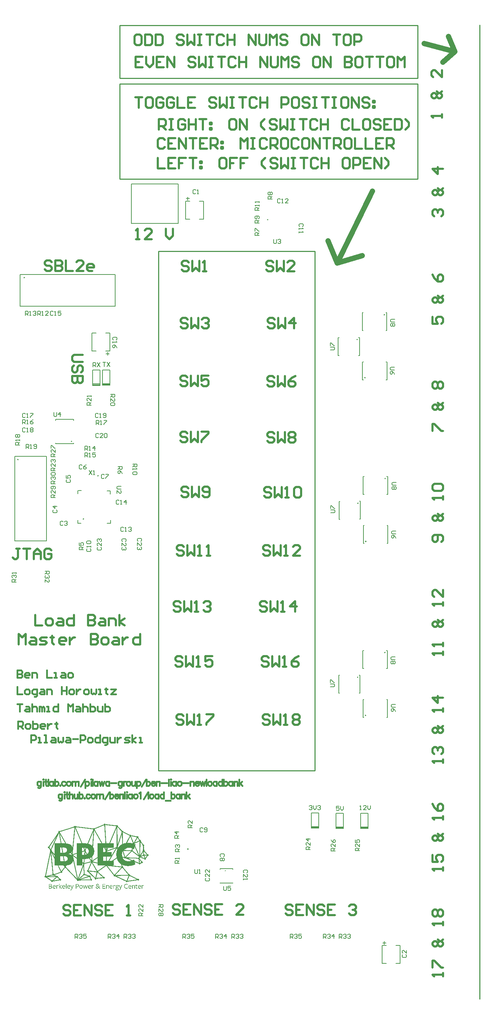
<source format=gto>
G04*
G04 #@! TF.GenerationSoftware,Altium Limited,Altium Designer,23.10.1 (27)*
G04*
G04 Layer_Color=65535*
%FSLAX44Y44*%
%MOMM*%
G71*
G04*
G04 #@! TF.SameCoordinates,2E78A80F-BD86-4490-A529-E194FF2111EF*
G04*
G04*
G04 #@! TF.FilePolarity,Positive*
G04*
G01*
G75*
%ADD10C,0.2032*%
%ADD11C,0.2000*%
%ADD12C,0.2540*%
%ADD13C,0.1524*%
%ADD14C,1.2700*%
%ADD15C,0.3810*%
%ADD16C,0.5080*%
%ADD17R,1.7526X0.2794*%
G36*
X229303Y425208D02*
X229725D01*
Y424997D01*
X230147D01*
Y424786D01*
X230358D01*
Y424365D01*
X230569D01*
Y424154D01*
X231834D01*
Y423943D01*
X233733D01*
Y423732D01*
X235420D01*
Y423521D01*
X237319D01*
Y423310D01*
X239006D01*
Y423099D01*
X240905D01*
Y422888D01*
X242592D01*
Y422677D01*
X244490D01*
Y422466D01*
X246178D01*
Y422255D01*
X248076D01*
Y422044D01*
X249764D01*
Y421833D01*
X251662D01*
Y421622D01*
X253350D01*
Y421412D01*
X255248D01*
Y421201D01*
X257146D01*
Y421412D01*
X257357D01*
Y421622D01*
X257779D01*
Y421833D01*
X259256D01*
Y421622D01*
X259678D01*
Y421412D01*
X259889D01*
Y421201D01*
X260100D01*
Y420779D01*
X260310D01*
Y420357D01*
X260521D01*
Y419302D01*
X260310D01*
Y419091D01*
X260521D01*
Y418880D01*
X260732D01*
Y418669D01*
X260943D01*
Y418458D01*
X261154D01*
Y418247D01*
X261365D01*
Y418037D01*
X261576D01*
Y417826D01*
X261787D01*
Y417615D01*
X261998D01*
Y417193D01*
X262209D01*
Y416982D01*
X262420D01*
Y416771D01*
X262631D01*
Y416560D01*
X262842D01*
Y416349D01*
X263053D01*
Y416138D01*
X263263D01*
Y415927D01*
X263475D01*
Y415716D01*
X263685D01*
Y415505D01*
X263896D01*
Y415294D01*
X264107D01*
Y415084D01*
X264318D01*
Y414873D01*
X264529D01*
Y414662D01*
X264740D01*
Y414451D01*
X264951D01*
Y414240D01*
X265162D01*
Y414029D01*
X265373D01*
Y413818D01*
X265584D01*
Y413607D01*
X265795D01*
Y413396D01*
X266006D01*
Y413185D01*
X266217D01*
Y412974D01*
X266427D01*
Y412552D01*
X266639D01*
Y412341D01*
X266849D01*
Y412130D01*
X267060D01*
Y411919D01*
X267271D01*
Y411708D01*
X267482D01*
Y411498D01*
X267693D01*
Y411287D01*
X267904D01*
Y411076D01*
X268115D01*
Y410865D01*
X268326D01*
Y410654D01*
X268537D01*
Y410443D01*
X268748D01*
Y410232D01*
X268959D01*
Y410021D01*
X269170D01*
Y409810D01*
X269381D01*
Y409599D01*
X269592D01*
Y409388D01*
X269802D01*
Y409177D01*
X270013D01*
Y408966D01*
X270224D01*
Y408755D01*
X270435D01*
Y408545D01*
X270646D01*
Y408334D01*
X271912D01*
Y408123D01*
X272334D01*
Y407912D01*
X272545D01*
Y407701D01*
X272756D01*
Y407490D01*
X272966D01*
Y407068D01*
X273177D01*
Y406435D01*
X273388D01*
Y406224D01*
X273810D01*
Y406013D01*
X274232D01*
Y405802D01*
X274654D01*
Y405591D01*
X275076D01*
Y405381D01*
X275498D01*
Y405169D01*
X275920D01*
Y404959D01*
X276341D01*
Y404748D01*
X276763D01*
Y404537D01*
X277185D01*
Y404326D01*
X277607D01*
Y404115D01*
X278029D01*
Y403904D01*
X278451D01*
Y403693D01*
X278873D01*
Y403482D01*
X279294D01*
Y403271D01*
X279716D01*
Y403060D01*
X280138D01*
Y402849D01*
X280560D01*
Y402638D01*
X280982D01*
Y402427D01*
X281404D01*
Y402216D01*
X281826D01*
Y402006D01*
X282037D01*
Y401795D01*
X282458D01*
Y401584D01*
X282880D01*
Y401373D01*
X283302D01*
Y401162D01*
X283724D01*
Y400951D01*
X284146D01*
Y400740D01*
X284568D01*
Y400529D01*
X284990D01*
Y400318D01*
X285412D01*
Y400107D01*
X285833D01*
Y399896D01*
X286255D01*
Y399685D01*
X286677D01*
Y399474D01*
X287099D01*
Y399263D01*
X287521D01*
Y399053D01*
X287943D01*
Y398842D01*
X288365D01*
Y398631D01*
X288787D01*
Y398420D01*
X289208D01*
Y398209D01*
X289419D01*
Y398420D01*
X289841D01*
Y398631D01*
X291107D01*
Y398420D01*
X291529D01*
Y398209D01*
X291740D01*
Y397998D01*
X291951D01*
Y397787D01*
X292162D01*
Y397365D01*
X292372D01*
Y397154D01*
X293427D01*
Y396943D01*
X294693D01*
Y396732D01*
X295747D01*
Y396521D01*
X296802D01*
Y396310D01*
X298068D01*
Y396099D01*
X299122D01*
Y395888D01*
X300177D01*
Y395677D01*
X301443D01*
Y395467D01*
X302497D01*
Y395256D01*
X303552D01*
Y395045D01*
X304818D01*
Y394834D01*
X305872D01*
Y394623D01*
X306294D01*
Y394834D01*
X306505D01*
Y395045D01*
X307138D01*
Y395256D01*
X308614D01*
Y395045D01*
X309036D01*
Y394834D01*
X309247D01*
Y394623D01*
X309458D01*
Y394201D01*
X309669D01*
Y393779D01*
X309880D01*
Y392514D01*
X309669D01*
Y392092D01*
X309880D01*
Y391670D01*
X310091D01*
Y391459D01*
X310302D01*
Y391037D01*
X310513D01*
Y390615D01*
X310724D01*
Y390404D01*
X310935D01*
Y389982D01*
X311146D01*
Y389560D01*
X311357D01*
Y389350D01*
X311567D01*
Y388928D01*
X311778D01*
Y388717D01*
X311989D01*
Y388295D01*
X312200D01*
Y387873D01*
X312411D01*
Y387662D01*
X312622D01*
Y387240D01*
X312833D01*
Y387029D01*
X313044D01*
Y386607D01*
X313255D01*
Y386396D01*
X314521D01*
Y386185D01*
X314942D01*
Y385975D01*
X315153D01*
Y385764D01*
X315364D01*
Y385553D01*
X315575D01*
Y385342D01*
X315786D01*
Y384709D01*
X315997D01*
Y383865D01*
X315786D01*
Y383022D01*
X315997D01*
Y382811D01*
X316208D01*
Y382600D01*
X316419D01*
Y382178D01*
X316630D01*
Y381967D01*
X316841D01*
Y381545D01*
X317052D01*
Y381334D01*
X317263D01*
Y381123D01*
X317474D01*
Y380701D01*
X317685D01*
Y380490D01*
X317896D01*
Y380068D01*
X318106D01*
Y379857D01*
X318317D01*
Y379646D01*
X318528D01*
Y379225D01*
X318739D01*
Y379014D01*
X318950D01*
Y378592D01*
X319161D01*
Y378381D01*
X319372D01*
Y378170D01*
X319583D01*
Y377748D01*
X319794D01*
Y377537D01*
X320005D01*
Y377115D01*
X320216D01*
Y376904D01*
X320427D01*
Y376693D01*
X320638D01*
Y376272D01*
X320849D01*
Y376061D01*
X321059D01*
Y375639D01*
X321270D01*
Y375428D01*
X321481D01*
Y375217D01*
X321692D01*
Y375006D01*
X321903D01*
Y374795D01*
X322747D01*
Y374584D01*
X323169D01*
Y374373D01*
X323380D01*
Y374162D01*
X323591D01*
Y373740D01*
X323802D01*
Y373108D01*
X324013D01*
Y372264D01*
X323802D01*
Y371842D01*
X323591D01*
Y371420D01*
X323169D01*
Y371209D01*
X322958D01*
Y370576D01*
X323169D01*
Y364670D01*
X323380D01*
Y363194D01*
X323591D01*
Y362983D01*
X323802D01*
Y362772D01*
X324013D01*
Y362561D01*
X324224D01*
Y362139D01*
X324435D01*
Y361506D01*
X324645D01*
Y360662D01*
X324435D01*
Y360452D01*
X324645D01*
Y360241D01*
X324856D01*
Y359819D01*
X325067D01*
Y359608D01*
X325278D01*
Y359397D01*
X325489D01*
Y359186D01*
X325700D01*
Y358975D01*
X325911D01*
Y358764D01*
X326122D01*
Y358342D01*
X326333D01*
Y358131D01*
X326544D01*
Y357920D01*
X326755D01*
Y357709D01*
X326966D01*
Y357498D01*
X327177D01*
Y357077D01*
X327388D01*
Y356866D01*
X327598D01*
Y356655D01*
X327809D01*
Y356444D01*
X328020D01*
Y356233D01*
X328231D01*
Y355811D01*
X328442D01*
Y355600D01*
X328653D01*
Y355389D01*
X328864D01*
Y355178D01*
X329075D01*
Y354967D01*
X329286D01*
Y354756D01*
X329497D01*
Y354334D01*
X329708D01*
Y354123D01*
X329919D01*
Y353913D01*
X330130D01*
Y353702D01*
X330341D01*
Y353491D01*
X330552D01*
Y353069D01*
X330762D01*
Y352858D01*
X330973D01*
Y352647D01*
X331184D01*
Y352436D01*
X331395D01*
Y352225D01*
X331606D01*
Y351803D01*
X333083D01*
Y351592D01*
X333505D01*
Y351381D01*
X333927D01*
Y350959D01*
X334137D01*
Y350748D01*
X334348D01*
Y350116D01*
X334559D01*
Y349272D01*
X334348D01*
Y348850D01*
X334137D01*
Y348428D01*
X333716D01*
Y348217D01*
X333505D01*
Y348006D01*
X332872D01*
Y347795D01*
X332239D01*
Y347584D01*
X332028D01*
Y347163D01*
X331817D01*
Y346952D01*
X331606D01*
Y346741D01*
X331395D01*
Y346319D01*
X331184D01*
Y346108D01*
X330973D01*
Y345897D01*
X330762D01*
Y345475D01*
X330552D01*
Y345264D01*
X330341D01*
Y344842D01*
X330130D01*
Y344631D01*
X329919D01*
Y344421D01*
X329708D01*
Y343999D01*
X329497D01*
Y343788D01*
X329286D01*
Y343577D01*
X329075D01*
Y343155D01*
X328864D01*
Y342944D01*
X328653D01*
Y342733D01*
X328442D01*
Y342311D01*
X328231D01*
Y342100D01*
X328020D01*
Y341678D01*
X327809D01*
Y341467D01*
X327598D01*
Y340835D01*
X327809D01*
Y339780D01*
X327598D01*
Y339358D01*
X327388D01*
Y339147D01*
X327177D01*
Y338936D01*
X326755D01*
Y338725D01*
X326333D01*
Y338514D01*
X325067D01*
Y338725D01*
X324856D01*
Y338936D01*
X324435D01*
Y339147D01*
X324224D01*
Y339569D01*
X324013D01*
Y339991D01*
X323802D01*
Y340202D01*
X323591D01*
Y340413D01*
X323169D01*
Y340624D01*
X322747D01*
Y340835D01*
X322114D01*
Y341045D01*
X321692D01*
Y341256D01*
X321270D01*
Y341467D01*
X320638D01*
Y341678D01*
X320216D01*
Y341889D01*
X319794D01*
Y342100D01*
X319161D01*
Y342311D01*
X318739D01*
Y342522D01*
X318317D01*
Y342733D01*
X317685D01*
Y342944D01*
X317263D01*
Y343155D01*
X316841D01*
Y343366D01*
X316208D01*
Y343577D01*
X315786D01*
Y343788D01*
X315153D01*
Y343999D01*
X314732D01*
Y344210D01*
X314310D01*
Y343999D01*
X314099D01*
Y343788D01*
X313466D01*
Y343577D01*
X313044D01*
Y343155D01*
X312833D01*
Y342522D01*
X313044D01*
Y341467D01*
X312833D01*
Y341256D01*
X313044D01*
Y340835D01*
X313255D01*
Y340624D01*
X313466D01*
Y340413D01*
X313677D01*
Y339991D01*
X313888D01*
Y339780D01*
X314099D01*
Y339569D01*
X314310D01*
Y339358D01*
X314521D01*
Y338936D01*
X314732D01*
Y338725D01*
X314942D01*
Y338514D01*
X315153D01*
Y338303D01*
X315364D01*
Y337882D01*
X315575D01*
Y337671D01*
X315786D01*
Y337460D01*
X315997D01*
Y337038D01*
X316208D01*
Y336827D01*
X316419D01*
Y336616D01*
X316630D01*
Y336405D01*
X316841D01*
Y335983D01*
X317052D01*
Y335772D01*
X317263D01*
Y335561D01*
X317474D01*
Y335350D01*
X317685D01*
Y334928D01*
X317896D01*
Y334717D01*
X318106D01*
Y334507D01*
X318317D01*
Y334296D01*
X319372D01*
Y334085D01*
X319794D01*
Y333874D01*
X320005D01*
Y333663D01*
X320216D01*
Y333241D01*
X320427D01*
Y332819D01*
X320638D01*
Y331553D01*
X320427D01*
Y331132D01*
X320216D01*
Y330921D01*
X320005D01*
Y330710D01*
X319583D01*
Y330499D01*
X318950D01*
Y330288D01*
X318317D01*
Y330499D01*
X317685D01*
Y330710D01*
X317474D01*
Y330499D01*
X317263D01*
Y330288D01*
X316841D01*
Y330077D01*
X316419D01*
Y329866D01*
X315997D01*
Y329655D01*
X315575D01*
Y329444D01*
X315153D01*
Y329233D01*
X314942D01*
Y328811D01*
X314732D01*
Y328178D01*
X314521D01*
Y327968D01*
X314310D01*
Y327757D01*
X314099D01*
Y327546D01*
X313888D01*
Y327335D01*
X313255D01*
Y327124D01*
X312200D01*
Y327335D01*
X311778D01*
Y327546D01*
X311567D01*
Y327757D01*
X311357D01*
Y327968D01*
X311146D01*
Y328600D01*
X310935D01*
Y329022D01*
X310724D01*
Y329233D01*
X310302D01*
Y329444D01*
X309669D01*
Y329655D01*
X309247D01*
Y329866D01*
X308614D01*
Y330077D01*
X308193D01*
Y330288D01*
X307560D01*
Y330499D01*
X307138D01*
Y330710D01*
X306505D01*
Y330921D01*
X306083D01*
Y331132D01*
X305450D01*
Y331343D01*
X305028D01*
Y331553D01*
X304396D01*
Y331764D01*
X303974D01*
Y331975D01*
X303341D01*
Y332186D01*
X302919D01*
Y332397D01*
X302497D01*
Y332608D01*
X301864D01*
Y332819D01*
X301443D01*
Y333030D01*
X301232D01*
Y332608D01*
X301443D01*
Y331553D01*
X301653D01*
Y330710D01*
X301864D01*
Y329866D01*
X302075D01*
Y329022D01*
X302286D01*
Y327968D01*
X302497D01*
Y327335D01*
X302286D01*
Y327124D01*
X301864D01*
Y326913D01*
X301443D01*
Y326702D01*
X301021D01*
Y326491D01*
X300388D01*
Y326280D01*
X299966D01*
Y326069D01*
X299333D01*
Y325858D01*
X298701D01*
Y325647D01*
X298068D01*
Y325436D01*
X297435D01*
Y325225D01*
X296802D01*
Y325014D01*
X295958D01*
Y324804D01*
X295115D01*
Y324593D01*
X294060D01*
Y324382D01*
X293005D01*
Y324171D01*
X291740D01*
Y323960D01*
X290263D01*
Y323749D01*
X287943D01*
Y323538D01*
X281826D01*
Y323749D01*
X279927D01*
Y323960D01*
X278662D01*
Y324171D01*
X277396D01*
Y324382D01*
X276552D01*
Y324593D01*
X275709D01*
Y324804D01*
X274865D01*
Y325014D01*
X274232D01*
Y325225D01*
X273599D01*
Y325436D01*
X272966D01*
Y325647D01*
X272334D01*
Y325858D01*
X271912D01*
Y326069D01*
X271490D01*
Y326280D01*
X270857D01*
Y326491D01*
X270646D01*
Y326280D01*
X270857D01*
Y325436D01*
X271068D01*
Y324804D01*
X271279D01*
Y323960D01*
X271490D01*
Y323327D01*
X271701D01*
Y323116D01*
X272123D01*
Y322905D01*
X272334D01*
Y322694D01*
X272756D01*
Y322272D01*
X272966D01*
Y321640D01*
X273177D01*
Y320374D01*
X273388D01*
Y320163D01*
X273599D01*
Y319741D01*
X273810D01*
Y319530D01*
X274021D01*
Y319319D01*
X274232D01*
Y319108D01*
X274443D01*
Y318897D01*
X274654D01*
Y318476D01*
X274865D01*
Y318265D01*
X275076D01*
Y318054D01*
X275287D01*
Y317843D01*
X275498D01*
Y317632D01*
X275709D01*
Y317210D01*
X275920D01*
Y316999D01*
X276131D01*
Y316788D01*
X276341D01*
Y316577D01*
X276552D01*
Y316366D01*
X276763D01*
Y315944D01*
X276974D01*
Y315733D01*
X277185D01*
Y315522D01*
X277396D01*
Y315312D01*
X277607D01*
Y315101D01*
X277818D01*
Y314679D01*
X278029D01*
Y314468D01*
X278240D01*
Y314257D01*
X278451D01*
Y314046D01*
X278662D01*
Y313835D01*
X278873D01*
Y313413D01*
X279084D01*
Y313202D01*
X279294D01*
Y312991D01*
X279506D01*
Y312780D01*
X279716D01*
Y312569D01*
X279927D01*
Y312148D01*
X280138D01*
Y311937D01*
X280349D01*
Y311726D01*
X280560D01*
Y311515D01*
X280771D01*
Y311304D01*
X280982D01*
Y311093D01*
X281193D01*
Y310671D01*
X281404D01*
Y310460D01*
X281615D01*
Y310249D01*
X281826D01*
Y310038D01*
X282037D01*
Y309827D01*
X282248D01*
Y309405D01*
X282458D01*
Y309195D01*
X282670D01*
Y308983D01*
X282880D01*
Y308773D01*
X283091D01*
Y308562D01*
X283302D01*
Y308140D01*
X283513D01*
Y307929D01*
X283724D01*
Y307718D01*
X283935D01*
Y307507D01*
X284146D01*
Y307296D01*
X284357D01*
Y306874D01*
X284568D01*
Y306663D01*
X284779D01*
Y306452D01*
X284990D01*
Y306241D01*
X285201D01*
Y306031D01*
X285412D01*
Y305609D01*
X285623D01*
Y305398D01*
X285833D01*
Y305187D01*
X286044D01*
Y304976D01*
X286255D01*
Y304765D01*
X286466D01*
Y304343D01*
X286677D01*
Y304132D01*
X286888D01*
Y303921D01*
X287099D01*
Y303710D01*
X287310D01*
Y303499D01*
X288365D01*
Y303288D01*
X288787D01*
Y303077D01*
X288997D01*
Y302866D01*
X289208D01*
Y302656D01*
X289419D01*
Y302445D01*
X289630D01*
Y301812D01*
X289841D01*
Y301390D01*
X290263D01*
Y301179D01*
X290685D01*
Y300968D01*
X291107D01*
Y300757D01*
X291529D01*
Y300546D01*
X291951D01*
Y300335D01*
X292372D01*
Y300124D01*
X292794D01*
Y299913D01*
X293216D01*
Y299702D01*
X293638D01*
Y299492D01*
X294060D01*
Y299281D01*
X294693D01*
Y299070D01*
X295115D01*
Y298859D01*
X295536D01*
Y298648D01*
X295958D01*
Y298437D01*
X296380D01*
Y298226D01*
X296802D01*
Y298015D01*
X297224D01*
Y297804D01*
X297646D01*
Y297593D01*
X298068D01*
Y297382D01*
X298489D01*
Y297171D01*
X299122D01*
Y296960D01*
X299544D01*
Y296749D01*
X299966D01*
Y296538D01*
X300388D01*
Y296327D01*
X300810D01*
Y296117D01*
X301232D01*
Y295906D01*
X301653D01*
Y295695D01*
X302075D01*
Y295484D01*
X302497D01*
Y295273D01*
X302919D01*
Y295062D01*
X303552D01*
Y294851D01*
X303974D01*
Y294640D01*
X304396D01*
Y294429D01*
X304818D01*
Y294218D01*
X305239D01*
Y294007D01*
X305661D01*
Y293796D01*
X306083D01*
Y293585D01*
X306505D01*
Y293374D01*
X306927D01*
Y293164D01*
X307349D01*
Y292952D01*
X307982D01*
Y292742D01*
X308403D01*
Y292531D01*
X308825D01*
Y292320D01*
X309036D01*
Y292531D01*
X309669D01*
Y292742D01*
X310513D01*
Y292531D01*
X310935D01*
Y292320D01*
X311357D01*
Y292109D01*
X311567D01*
Y291687D01*
X311778D01*
Y291265D01*
X311989D01*
Y289999D01*
X311778D01*
Y289578D01*
X311567D01*
Y289367D01*
X311357D01*
Y289156D01*
X311146D01*
Y288945D01*
X310513D01*
Y288734D01*
X309247D01*
Y288945D01*
X308825D01*
Y289156D01*
X308614D01*
Y289367D01*
X308403D01*
Y289578D01*
X307982D01*
Y289367D01*
X306505D01*
Y289156D01*
X305028D01*
Y288945D01*
X303552D01*
Y288734D01*
X302075D01*
Y288523D01*
X300599D01*
Y288312D01*
X299122D01*
Y288101D01*
X297646D01*
Y287890D01*
X296169D01*
Y287679D01*
X294693D01*
Y287468D01*
X293216D01*
Y287257D01*
X291740D01*
Y287046D01*
X290263D01*
Y286835D01*
X288787D01*
Y286625D01*
X287310D01*
Y286414D01*
X285833D01*
Y286203D01*
X284357D01*
Y285992D01*
X283724D01*
Y285781D01*
X283513D01*
Y285359D01*
X283302D01*
Y285148D01*
X282880D01*
Y284937D01*
X282248D01*
Y284726D01*
X281404D01*
Y284937D01*
X280982D01*
Y285148D01*
X280560D01*
Y285359D01*
X280349D01*
Y285781D01*
X280138D01*
Y286203D01*
X279927D01*
Y286625D01*
X279716D01*
Y286835D01*
X279294D01*
Y287046D01*
X278873D01*
Y287257D01*
X278240D01*
Y287468D01*
X277818D01*
Y287679D01*
X277396D01*
Y287890D01*
X276974D01*
Y288101D01*
X276552D01*
Y288312D01*
X276131D01*
Y288523D01*
X275709D01*
Y288734D01*
X275076D01*
Y288945D01*
X274654D01*
Y289156D01*
X274232D01*
Y289367D01*
X273810D01*
Y289578D01*
X273388D01*
Y289788D01*
X272966D01*
Y289999D01*
X272545D01*
Y290210D01*
X272123D01*
Y290421D01*
X271490D01*
Y290632D01*
X271068D01*
Y290843D01*
X270646D01*
Y291054D01*
X270224D01*
Y291265D01*
X269802D01*
Y291476D01*
X269381D01*
Y291687D01*
X268959D01*
Y291898D01*
X268537D01*
Y292109D01*
X267904D01*
Y292320D01*
X267482D01*
Y292531D01*
X267060D01*
Y292742D01*
X266639D01*
Y292952D01*
X266217D01*
Y293164D01*
X265795D01*
Y293374D01*
X265373D01*
Y293585D01*
X264951D01*
Y293796D01*
X264318D01*
Y294007D01*
X263896D01*
Y294218D01*
X263475D01*
Y294429D01*
X263053D01*
Y294640D01*
X262631D01*
Y294851D01*
X262209D01*
Y295062D01*
X261787D01*
Y295273D01*
X261154D01*
Y295484D01*
X260732D01*
Y295695D01*
X260310D01*
Y295906D01*
X259889D01*
Y296117D01*
X259467D01*
Y296327D01*
X259045D01*
Y296538D01*
X258623D01*
Y296749D01*
X258201D01*
Y296960D01*
X257568D01*
Y297171D01*
X257146D01*
Y297382D01*
X256725D01*
Y297593D01*
X256303D01*
Y297804D01*
X255881D01*
Y298015D01*
X255459D01*
Y298226D01*
X255037D01*
Y298437D01*
X254615D01*
Y298648D01*
X253982D01*
Y298859D01*
X253139D01*
Y298648D01*
X251662D01*
Y298859D01*
X251240D01*
Y299070D01*
X251029D01*
Y299281D01*
X250818D01*
Y299702D01*
X250607D01*
Y299913D01*
X250396D01*
Y301179D01*
X250607D01*
Y301390D01*
X250396D01*
Y301601D01*
X250186D01*
Y302023D01*
X249975D01*
Y302234D01*
X249764D01*
Y302445D01*
X249553D01*
Y302656D01*
X249342D01*
Y303077D01*
X249131D01*
Y303288D01*
X248920D01*
Y303499D01*
X248709D01*
Y303710D01*
X248498D01*
Y304132D01*
X248287D01*
Y304343D01*
X248076D01*
Y304554D01*
X247865D01*
Y304765D01*
X247654D01*
Y305187D01*
X247443D01*
Y305398D01*
X247232D01*
Y305609D01*
X247022D01*
Y305819D01*
X246811D01*
Y306241D01*
X246600D01*
Y306452D01*
X246389D01*
Y306663D01*
X246178D01*
Y307085D01*
X245967D01*
Y307296D01*
X245756D01*
Y307507D01*
X245545D01*
Y307718D01*
X245334D01*
Y308140D01*
X245123D01*
Y308351D01*
X244912D01*
Y308562D01*
X244701D01*
Y308773D01*
X244490D01*
Y309195D01*
X244279D01*
Y309405D01*
X244069D01*
Y309616D01*
X243858D01*
Y309827D01*
X243647D01*
Y310249D01*
X243436D01*
Y310460D01*
X243225D01*
Y310671D01*
X243014D01*
Y310882D01*
X242803D01*
Y311304D01*
X242592D01*
Y311515D01*
X242381D01*
Y311726D01*
X242170D01*
Y312148D01*
X241959D01*
Y312358D01*
X241748D01*
Y312569D01*
X241537D01*
Y312780D01*
X241326D01*
Y313202D01*
X241115D01*
Y313413D01*
X240905D01*
Y313624D01*
X240693D01*
Y313835D01*
X240483D01*
Y314257D01*
X240272D01*
Y314468D01*
X240061D01*
Y314679D01*
X239850D01*
Y314890D01*
X239639D01*
Y315312D01*
X239428D01*
Y315522D01*
X239217D01*
Y315733D01*
X239006D01*
Y315944D01*
X238795D01*
Y316366D01*
X238584D01*
Y316577D01*
X238373D01*
Y316788D01*
X238162D01*
Y316999D01*
X237951D01*
Y317421D01*
X237740D01*
Y317632D01*
X237530D01*
Y317843D01*
X237319D01*
Y318265D01*
X237108D01*
Y318476D01*
X236897D01*
Y318687D01*
X236686D01*
Y318897D01*
X236475D01*
Y319319D01*
X236264D01*
Y319530D01*
X236053D01*
Y319741D01*
X235842D01*
Y319952D01*
X235631D01*
Y320374D01*
X235420D01*
Y320585D01*
X235209D01*
Y320796D01*
X234998D01*
Y321007D01*
X234787D01*
Y321429D01*
X234576D01*
Y321640D01*
X234366D01*
Y321851D01*
X234155D01*
Y322062D01*
X233944D01*
Y322483D01*
X233733D01*
Y322694D01*
X233522D01*
Y322905D01*
X233311D01*
Y323327D01*
X232889D01*
Y323116D01*
X232045D01*
Y323327D01*
X231623D01*
Y323116D01*
X231201D01*
Y322905D01*
X230991D01*
Y322694D01*
X230569D01*
Y322483D01*
X230358D01*
Y322272D01*
X230147D01*
Y322062D01*
X229725D01*
Y321851D01*
X229514D01*
Y321640D01*
X229092D01*
Y321429D01*
X228881D01*
Y321218D01*
X228459D01*
Y321007D01*
X228248D01*
Y320796D01*
X228037D01*
Y320585D01*
X227616D01*
Y320374D01*
X227405D01*
Y320163D01*
X226983D01*
Y319952D01*
X226772D01*
Y319741D01*
X226561D01*
Y319530D01*
X226139D01*
Y319319D01*
X225928D01*
Y319108D01*
X225506D01*
Y318897D01*
X225295D01*
Y318687D01*
X224874D01*
Y318476D01*
X224663D01*
Y318265D01*
X224452D01*
Y318054D01*
X224030D01*
Y317843D01*
X223819D01*
Y317632D01*
X223397D01*
Y317421D01*
X223186D01*
Y317210D01*
X222975D01*
Y316999D01*
X222553D01*
Y316788D01*
X222342D01*
Y316577D01*
X221920D01*
Y316366D01*
X221709D01*
Y316155D01*
X221499D01*
Y315944D01*
X221077D01*
Y315733D01*
X220866D01*
Y315522D01*
X220444D01*
Y315312D01*
X220233D01*
Y315101D01*
X219811D01*
Y314890D01*
X219600D01*
Y314679D01*
X219389D01*
Y314468D01*
X218967D01*
Y314257D01*
X218756D01*
Y314046D01*
X218335D01*
Y313835D01*
X218124D01*
Y313624D01*
X217913D01*
Y313413D01*
X217491D01*
Y313202D01*
X217280D01*
Y312991D01*
X216858D01*
Y312780D01*
X216647D01*
Y312569D01*
X216225D01*
Y312358D01*
X216014D01*
Y312148D01*
X215803D01*
Y311937D01*
X215382D01*
Y311726D01*
X215170D01*
Y311515D01*
X214749D01*
Y311304D01*
X214538D01*
Y311093D01*
X214327D01*
Y310882D01*
X213905D01*
Y310671D01*
X213694D01*
Y310460D01*
X213272D01*
Y309195D01*
X213483D01*
Y308983D01*
X213694D01*
Y308773D01*
X213905D01*
Y308562D01*
X214116D01*
Y308351D01*
X214327D01*
Y308140D01*
X214538D01*
Y307929D01*
X214749D01*
Y307718D01*
X215170D01*
Y307507D01*
X215382D01*
Y307296D01*
X215592D01*
Y307085D01*
X215803D01*
Y306874D01*
X216014D01*
Y306663D01*
X216225D01*
Y306452D01*
X216436D01*
Y306241D01*
X216647D01*
Y306031D01*
X216858D01*
Y305819D01*
X217069D01*
Y305609D01*
X217491D01*
Y305398D01*
X217702D01*
Y305187D01*
X217913D01*
Y304976D01*
X218124D01*
Y304765D01*
X218335D01*
Y304554D01*
X218545D01*
Y304343D01*
X218756D01*
Y304132D01*
X218967D01*
Y303921D01*
X219178D01*
Y303710D01*
X219389D01*
Y303499D01*
X219811D01*
Y303288D01*
X220022D01*
Y303077D01*
X220233D01*
Y302866D01*
X220444D01*
Y302656D01*
X220655D01*
Y302445D01*
X220866D01*
Y302234D01*
X221077D01*
Y302023D01*
X221288D01*
Y301812D01*
X221499D01*
Y301601D01*
X221709D01*
Y301390D01*
X221920D01*
Y301179D01*
X222342D01*
Y300968D01*
X222553D01*
Y300757D01*
X222764D01*
Y300546D01*
X222975D01*
Y300335D01*
X223186D01*
Y300124D01*
X223397D01*
Y299913D01*
X223608D01*
Y299702D01*
X223819D01*
Y299492D01*
X224030D01*
Y299281D01*
X224241D01*
Y299070D01*
X224663D01*
Y298859D01*
X224874D01*
Y298648D01*
X225084D01*
Y298437D01*
X225295D01*
Y298226D01*
X225506D01*
Y298015D01*
X225717D01*
Y297804D01*
X225928D01*
Y297593D01*
X226139D01*
Y297382D01*
X226772D01*
Y297593D01*
X227616D01*
Y297382D01*
X228037D01*
Y297171D01*
X228459D01*
Y296749D01*
X228670D01*
Y296538D01*
X228881D01*
Y295906D01*
X229092D01*
Y295062D01*
X228881D01*
Y294429D01*
X228670D01*
Y294218D01*
X228459D01*
Y294007D01*
X228248D01*
Y293796D01*
X228037D01*
Y293585D01*
X227194D01*
Y293374D01*
X226772D01*
Y293585D01*
X226139D01*
Y293796D01*
X225717D01*
Y294007D01*
X225506D01*
Y294429D01*
X223819D01*
Y294218D01*
X221499D01*
Y294007D01*
X219178D01*
Y293796D01*
X216858D01*
Y293585D01*
X214538D01*
Y293374D01*
X212217D01*
Y293164D01*
X209897D01*
Y292952D01*
X208843D01*
Y292531D01*
X208632D01*
Y292109D01*
X208421D01*
Y291898D01*
X208210D01*
Y291687D01*
X207999D01*
Y291476D01*
X207577D01*
Y291265D01*
X206100D01*
Y291476D01*
X205679D01*
Y291687D01*
X205467D01*
Y291898D01*
X205257D01*
Y292320D01*
X205046D01*
Y292742D01*
X204835D01*
Y294007D01*
X204624D01*
Y294218D01*
X204413D01*
Y294429D01*
X204202D01*
Y294640D01*
X203991D01*
Y294851D01*
X203780D01*
Y295062D01*
X203569D01*
Y295273D01*
X203358D01*
Y295484D01*
X203147D01*
Y295695D01*
X202936D01*
Y295906D01*
X202725D01*
Y296117D01*
X202514D01*
Y296327D01*
X202304D01*
Y296538D01*
X202093D01*
Y296749D01*
X201882D01*
Y296960D01*
X201671D01*
Y297171D01*
X201460D01*
Y297382D01*
X201249D01*
Y297593D01*
X201038D01*
Y297804D01*
X200827D01*
Y298015D01*
X200616D01*
Y298226D01*
X200405D01*
Y298437D01*
X200194D01*
Y298648D01*
X199983D01*
Y298859D01*
X199772D01*
Y299070D01*
X199350D01*
Y299281D01*
X199139D01*
Y299492D01*
X198929D01*
Y299702D01*
X198718D01*
Y299913D01*
X198507D01*
Y300124D01*
X198296D01*
Y300335D01*
X198085D01*
Y300546D01*
X197874D01*
Y300757D01*
X197663D01*
Y300968D01*
X197452D01*
Y301179D01*
X197241D01*
Y301390D01*
X197030D01*
Y301601D01*
X196819D01*
Y301812D01*
X196608D01*
Y302023D01*
X196397D01*
Y302234D01*
X196186D01*
Y302445D01*
X195975D01*
Y302656D01*
X195765D01*
Y302866D01*
X195554D01*
Y303077D01*
X195343D01*
Y303288D01*
X195132D01*
Y303499D01*
X194921D01*
Y303710D01*
X194710D01*
Y303921D01*
X194499D01*
Y304132D01*
X194288D01*
Y304343D01*
X194077D01*
Y304554D01*
X193866D01*
Y304765D01*
X193655D01*
Y304976D01*
X193444D01*
Y305187D01*
X193233D01*
Y305398D01*
X193022D01*
Y305609D01*
X192812D01*
Y305819D01*
X192601D01*
Y306031D01*
X192390D01*
Y306241D01*
X192179D01*
Y306452D01*
X191968D01*
Y306663D01*
X191757D01*
Y306874D01*
X191546D01*
Y307085D01*
X191335D01*
Y307296D01*
X191124D01*
Y307507D01*
X190913D01*
Y307718D01*
X190702D01*
Y307929D01*
X190491D01*
Y308140D01*
X190280D01*
Y308351D01*
X190069D01*
Y308562D01*
X189858D01*
Y308773D01*
X189648D01*
Y308983D01*
X189436D01*
Y309195D01*
X189226D01*
Y309405D01*
X189015D01*
Y309616D01*
X188171D01*
Y309405D01*
X187960D01*
Y309616D01*
X187327D01*
Y309827D01*
X187116D01*
Y310038D01*
X186905D01*
Y310249D01*
X186694D01*
Y310460D01*
X186483D01*
Y311093D01*
X186273D01*
Y312148D01*
X186483D01*
Y312569D01*
X186694D01*
Y312991D01*
X186905D01*
Y313202D01*
X187327D01*
Y313413D01*
X187960D01*
Y313624D01*
X188171D01*
Y314046D01*
X188382D01*
Y314468D01*
X188593D01*
Y315101D01*
X188804D01*
Y315522D01*
X189015D01*
Y315944D01*
X189226D01*
Y316577D01*
X189436D01*
Y316999D01*
X189648D01*
Y317421D01*
X189858D01*
Y318054D01*
X190069D01*
Y318476D01*
X190280D01*
Y318897D01*
X190491D01*
Y319530D01*
X190702D01*
Y319952D01*
X190913D01*
Y320374D01*
X191124D01*
Y321007D01*
X191335D01*
Y321429D01*
X191546D01*
Y321851D01*
X191757D01*
Y322483D01*
X191968D01*
Y322905D01*
X192179D01*
Y323327D01*
X192390D01*
Y323960D01*
X192601D01*
Y324382D01*
X192812D01*
Y325014D01*
X193022D01*
Y325436D01*
X193233D01*
Y325858D01*
X193444D01*
Y326491D01*
X193655D01*
Y326913D01*
X193866D01*
Y327335D01*
X194077D01*
Y327968D01*
X194288D01*
Y328390D01*
X194499D01*
Y328811D01*
X194710D01*
Y329444D01*
X194921D01*
Y329866D01*
X195132D01*
Y330288D01*
X195343D01*
Y330921D01*
X195554D01*
Y331343D01*
X195765D01*
Y331764D01*
X195975D01*
Y332608D01*
X195343D01*
Y332397D01*
X194499D01*
Y332186D01*
X193866D01*
Y331975D01*
X193022D01*
Y331764D01*
X192179D01*
Y331553D01*
X191335D01*
Y331343D01*
X190491D01*
Y331132D01*
X189648D01*
Y330921D01*
X189015D01*
Y330710D01*
X188171D01*
Y330499D01*
X187327D01*
Y330288D01*
X186483D01*
Y330077D01*
X185640D01*
Y329866D01*
X184796D01*
Y329655D01*
X184163D01*
Y329444D01*
X183319D01*
Y329233D01*
X182476D01*
Y329022D01*
X181632D01*
Y328811D01*
X180788D01*
Y328600D01*
X180577D01*
Y328178D01*
X180366D01*
Y327757D01*
X180155D01*
Y327546D01*
X179734D01*
Y327335D01*
X179523D01*
Y326913D01*
X179734D01*
Y320163D01*
X179944D01*
Y313624D01*
X180155D01*
Y307085D01*
X180366D01*
Y305187D01*
X180577D01*
Y304976D01*
X180788D01*
Y304765D01*
X180999D01*
Y304343D01*
X181210D01*
Y303921D01*
X181421D01*
Y303710D01*
X182054D01*
Y303499D01*
X182687D01*
Y303288D01*
X183319D01*
Y303077D01*
X183952D01*
Y302866D01*
X184585D01*
Y302656D01*
X185218D01*
Y302445D01*
X185851D01*
Y302234D01*
X186483D01*
Y302023D01*
X187116D01*
Y301812D01*
X187749D01*
Y301601D01*
X188382D01*
Y301390D01*
X189015D01*
Y301179D01*
X189648D01*
Y300968D01*
X190280D01*
Y300757D01*
X190913D01*
Y300546D01*
X191968D01*
Y300757D01*
X192390D01*
Y300968D01*
X193233D01*
Y300757D01*
X193866D01*
Y300546D01*
X194288D01*
Y300335D01*
X194499D01*
Y299913D01*
X194710D01*
Y299492D01*
X194921D01*
Y298226D01*
X194710D01*
Y297804D01*
X194499D01*
Y297382D01*
X194710D01*
Y296960D01*
X194921D01*
Y296538D01*
X195132D01*
Y295906D01*
X195343D01*
Y295484D01*
X195554D01*
Y295062D01*
X195765D01*
Y294429D01*
X195975D01*
Y294007D01*
X196186D01*
Y293585D01*
X196397D01*
Y293164D01*
X196608D01*
Y292531D01*
X197030D01*
Y292320D01*
X197663D01*
Y292109D01*
X197874D01*
Y291898D01*
X198085D01*
Y291476D01*
X198296D01*
Y291265D01*
X198507D01*
Y289788D01*
X198296D01*
Y289367D01*
X198085D01*
Y289156D01*
X197874D01*
Y288945D01*
X197452D01*
Y288734D01*
X197030D01*
Y288523D01*
X195975D01*
Y288734D01*
X195554D01*
Y288945D01*
X195343D01*
Y289156D01*
X195132D01*
Y289367D01*
X194921D01*
Y289578D01*
X192601D01*
Y289367D01*
X182265D01*
Y289156D01*
X172140D01*
Y288945D01*
X166023D01*
Y288523D01*
X165812D01*
Y288312D01*
X165601D01*
Y288101D01*
X165390D01*
Y287890D01*
X164968D01*
Y287679D01*
X163492D01*
Y287890D01*
X163070D01*
Y288101D01*
X162859D01*
Y288312D01*
X162648D01*
Y288734D01*
X162437D01*
Y289156D01*
X162226D01*
Y289788D01*
X162015D01*
Y290632D01*
X161804D01*
Y290843D01*
X161593D01*
Y291054D01*
X161382D01*
Y291265D01*
X161171D01*
Y291476D01*
X160960D01*
Y291687D01*
X160749D01*
Y291898D01*
X160539D01*
Y292109D01*
X160328D01*
Y292320D01*
X160117D01*
Y292531D01*
X159906D01*
Y292742D01*
X159695D01*
Y292952D01*
X159484D01*
Y293374D01*
X159273D01*
Y293585D01*
X159062D01*
Y293796D01*
X158851D01*
Y294007D01*
X158640D01*
Y294218D01*
X158429D01*
Y294429D01*
X158218D01*
Y294640D01*
X158007D01*
Y294851D01*
X157796D01*
Y295062D01*
X157585D01*
Y295273D01*
X157374D01*
Y295484D01*
X157164D01*
Y295695D01*
X156953D01*
Y295906D01*
X156742D01*
Y296117D01*
X156531D01*
Y296327D01*
X156320D01*
Y296538D01*
X156109D01*
Y296749D01*
X155898D01*
Y296960D01*
X155687D01*
Y297171D01*
X155476D01*
Y297382D01*
X155265D01*
Y297804D01*
X155054D01*
Y298015D01*
X154843D01*
Y298226D01*
X154632D01*
Y298437D01*
X154422D01*
Y298648D01*
X154211D01*
Y298859D01*
X154000D01*
Y299070D01*
X153789D01*
Y299281D01*
X153578D01*
Y299492D01*
X153367D01*
Y299702D01*
X153156D01*
Y299913D01*
X152945D01*
Y300124D01*
X152734D01*
Y300335D01*
X152523D01*
Y300546D01*
X152312D01*
Y300757D01*
X152101D01*
Y300968D01*
X151890D01*
Y301179D01*
X151679D01*
Y301390D01*
X151468D01*
Y301601D01*
X151257D01*
Y302023D01*
X151046D01*
Y302234D01*
X150836D01*
Y302445D01*
X150625D01*
Y302656D01*
X150414D01*
Y302866D01*
X150203D01*
Y303077D01*
X149992D01*
Y303288D01*
X149781D01*
Y303499D01*
X149570D01*
Y303710D01*
X149359D01*
Y303921D01*
X149148D01*
Y304132D01*
X148937D01*
Y304343D01*
X148726D01*
Y304554D01*
X148515D01*
Y304765D01*
X148304D01*
Y304976D01*
X148093D01*
Y305187D01*
X147882D01*
Y305398D01*
X147672D01*
Y305609D01*
X147461D01*
Y305819D01*
X147250D01*
Y306241D01*
X147039D01*
Y306452D01*
X146828D01*
Y306663D01*
X146617D01*
Y306874D01*
X146406D01*
Y307085D01*
X146195D01*
Y307296D01*
X145984D01*
Y307507D01*
X145773D01*
Y307718D01*
X145562D01*
Y307929D01*
X145351D01*
Y308140D01*
X145140D01*
Y308351D01*
X144929D01*
Y308562D01*
X144719D01*
Y308773D01*
X144508D01*
Y308983D01*
X144297D01*
Y309195D01*
X144086D01*
Y309405D01*
X143875D01*
Y309616D01*
X143664D01*
Y309827D01*
X143453D01*
Y310038D01*
X143242D01*
Y310460D01*
X143031D01*
Y310671D01*
X142820D01*
Y310882D01*
X142609D01*
Y311093D01*
X142398D01*
Y311304D01*
X142187D01*
Y311515D01*
X141976D01*
Y311726D01*
X141765D01*
Y311937D01*
X141554D01*
Y312148D01*
X141343D01*
Y312358D01*
X141133D01*
Y312569D01*
X140922D01*
Y312780D01*
X140711D01*
Y312991D01*
X140500D01*
Y313202D01*
X140289D01*
Y313413D01*
X140078D01*
Y313624D01*
X139867D01*
Y313835D01*
X139656D01*
Y314046D01*
X139445D01*
Y314257D01*
X139234D01*
Y314468D01*
X139023D01*
Y314890D01*
X138812D01*
Y315101D01*
X138601D01*
Y315312D01*
X138391D01*
Y315522D01*
X138180D01*
Y315733D01*
X137969D01*
Y315944D01*
X137758D01*
Y316155D01*
X137547D01*
Y316366D01*
X137336D01*
Y316577D01*
X137125D01*
Y316788D01*
X136914D01*
Y316999D01*
X136703D01*
Y317210D01*
X136492D01*
Y317421D01*
X136281D01*
Y317632D01*
X136070D01*
Y317843D01*
X135859D01*
Y318054D01*
X135648D01*
Y318265D01*
X135437D01*
Y318476D01*
X135226D01*
Y318687D01*
X135015D01*
Y319108D01*
X134805D01*
Y319319D01*
X133539D01*
Y319108D01*
X133328D01*
Y318897D01*
X133117D01*
Y318476D01*
X132906D01*
Y318265D01*
X132695D01*
Y318054D01*
X132484D01*
Y317632D01*
X132273D01*
Y317421D01*
X132062D01*
Y317210D01*
X131852D01*
Y316999D01*
X131641D01*
Y316577D01*
X131430D01*
Y316366D01*
X131219D01*
Y316155D01*
X131008D01*
Y315733D01*
X130797D01*
Y315522D01*
X130586D01*
Y315312D01*
X130375D01*
Y314890D01*
X130164D01*
Y314679D01*
X129953D01*
Y314468D01*
X129742D01*
Y314046D01*
X129531D01*
Y313835D01*
X129320D01*
Y313624D01*
X129109D01*
Y313202D01*
X128898D01*
Y312991D01*
X128687D01*
Y312780D01*
X128476D01*
Y312358D01*
X128266D01*
Y312148D01*
X128055D01*
Y311937D01*
X127844D01*
Y311726D01*
X127633D01*
Y311304D01*
X127422D01*
Y311093D01*
X127211D01*
Y310882D01*
X127000D01*
Y310460D01*
X126789D01*
Y310249D01*
X126578D01*
Y310038D01*
X126367D01*
Y309827D01*
X126578D01*
Y309616D01*
X126789D01*
Y308140D01*
X126578D01*
Y307718D01*
X126367D01*
Y307507D01*
X126156D01*
Y307296D01*
X125945D01*
Y307085D01*
X125523D01*
Y306874D01*
X123836D01*
Y307085D01*
X123414D01*
Y307296D01*
X122781D01*
Y307085D01*
X122149D01*
Y306874D01*
X121516D01*
Y306663D01*
X120883D01*
Y306452D01*
X120250D01*
Y306241D01*
X119617D01*
Y306031D01*
X118984D01*
Y305819D01*
X118352D01*
Y305609D01*
X117719D01*
Y305398D01*
X117086D01*
Y305187D01*
X116453D01*
Y304976D01*
X115821D01*
Y304765D01*
X115188D01*
Y304554D01*
X114555D01*
Y304343D01*
X113922D01*
Y304132D01*
X113289D01*
Y303921D01*
X112656D01*
Y303710D01*
X112024D01*
Y303499D01*
X111391D01*
Y303288D01*
X110758D01*
Y303077D01*
X110125D01*
Y302866D01*
X109493D01*
Y302656D01*
X108860D01*
Y302445D01*
X108227D01*
Y302023D01*
X108649D01*
Y301812D01*
X109071D01*
Y301601D01*
X109493D01*
Y301390D01*
X109914D01*
Y301179D01*
X110336D01*
Y300968D01*
X110758D01*
Y300757D01*
X111180D01*
Y300546D01*
X111602D01*
Y300335D01*
X112235D01*
Y300124D01*
X112656D01*
Y299913D01*
X113078D01*
Y299702D01*
X113922D01*
Y299913D01*
X115188D01*
Y299702D01*
X115610D01*
Y299492D01*
X116031D01*
Y299281D01*
X116242D01*
Y298859D01*
X116453D01*
Y298437D01*
X116664D01*
Y297171D01*
X116875D01*
Y296960D01*
X117297D01*
Y296749D01*
X117508D01*
Y296538D01*
X117719D01*
Y296327D01*
X117930D01*
Y296117D01*
X118141D01*
Y295906D01*
X118352D01*
Y295695D01*
X118563D01*
Y295484D01*
X118773D01*
Y295273D01*
X118984D01*
Y295062D01*
X119195D01*
Y294851D01*
X119406D01*
Y294640D01*
X119617D01*
Y294429D01*
X119828D01*
Y294218D01*
X120039D01*
Y294007D01*
X120250D01*
Y293796D01*
X120461D01*
Y293585D01*
X120672D01*
Y293374D01*
X120883D01*
Y293164D01*
X121094D01*
Y292952D01*
X121305D01*
Y292742D01*
X121516D01*
Y292531D01*
X122992D01*
Y292320D01*
X123414D01*
Y292109D01*
X123625D01*
Y291898D01*
X123836D01*
Y291687D01*
X124047D01*
Y291054D01*
X124258D01*
Y289999D01*
X124047D01*
Y289367D01*
X123836D01*
Y289156D01*
X123625D01*
Y288945D01*
X123203D01*
Y288734D01*
X122570D01*
Y288523D01*
X121727D01*
Y288734D01*
X121305D01*
Y288945D01*
X121094D01*
Y289156D01*
X120672D01*
Y289367D01*
X120461D01*
Y289156D01*
X119195D01*
Y288945D01*
X117930D01*
Y288734D01*
X116664D01*
Y288523D01*
X115399D01*
Y288312D01*
X114133D01*
Y288101D01*
X112867D01*
Y287890D01*
X111602D01*
Y287679D01*
X110336D01*
Y287468D01*
X109071D01*
Y287257D01*
X107805D01*
Y287046D01*
X106539D01*
Y286835D01*
X105274D01*
Y286625D01*
X104008D01*
Y286203D01*
X103797D01*
Y285992D01*
X103586D01*
Y285781D01*
X103375D01*
Y285570D01*
X102954D01*
Y285359D01*
X101266D01*
Y285570D01*
X101055D01*
Y285781D01*
X100844D01*
Y285992D01*
X100633D01*
Y286203D01*
X100422D01*
Y286625D01*
X100211D01*
Y287468D01*
X100000D01*
Y287679D01*
X99789D01*
Y287890D01*
X99368D01*
Y288101D01*
X99157D01*
Y288312D01*
X98735D01*
Y288523D01*
X98524D01*
Y288734D01*
X98313D01*
Y288945D01*
X97891D01*
Y289156D01*
X97680D01*
Y289367D01*
X97258D01*
Y289578D01*
X97047D01*
Y289788D01*
X96625D01*
Y289999D01*
X96414D01*
Y290210D01*
X95993D01*
Y290421D01*
X95782D01*
Y290632D01*
X95360D01*
Y290843D01*
X95149D01*
Y291054D01*
X94727D01*
Y291265D01*
X94516D01*
Y291476D01*
X94305D01*
Y291687D01*
X93883D01*
Y291898D01*
X93672D01*
Y292109D01*
X93251D01*
Y292320D01*
X93040D01*
Y292531D01*
X92618D01*
Y292742D01*
X92407D01*
Y292952D01*
X91985D01*
Y293164D01*
X91774D01*
Y293374D01*
X91352D01*
Y293585D01*
X91141D01*
Y293796D01*
X90719D01*
Y294007D01*
X90508D01*
Y294218D01*
X90086D01*
Y294429D01*
X89876D01*
Y294640D01*
X89665D01*
Y294851D01*
X89243D01*
Y295062D01*
X89032D01*
Y295273D01*
X88610D01*
Y295484D01*
X88399D01*
Y295695D01*
X87977D01*
Y295906D01*
X87766D01*
Y296117D01*
X87344D01*
Y296327D01*
X86923D01*
Y296117D01*
X85657D01*
Y296327D01*
X85235D01*
Y296538D01*
X84813D01*
Y296960D01*
X84602D01*
Y297171D01*
X84391D01*
Y297804D01*
X84180D01*
Y298648D01*
X84391D01*
Y299070D01*
X84602D01*
Y299492D01*
X85024D01*
Y299702D01*
X85235D01*
Y299913D01*
X85657D01*
Y300124D01*
X85868D01*
Y301179D01*
X86079D01*
Y302234D01*
X86290D01*
Y303077D01*
X86501D01*
Y304132D01*
X86712D01*
Y305187D01*
X86923D01*
Y306241D01*
X87133D01*
Y307296D01*
X87344D01*
Y308351D01*
X87555D01*
Y309405D01*
X87766D01*
Y310460D01*
X87977D01*
Y311515D01*
X88188D01*
Y312569D01*
X88399D01*
Y313624D01*
X88610D01*
Y314679D01*
X88821D01*
Y315733D01*
X89032D01*
Y316788D01*
X89243D01*
Y317843D01*
X89454D01*
Y318897D01*
X89665D01*
Y319952D01*
X89876D01*
Y321007D01*
X90086D01*
Y322062D01*
X90297D01*
Y323116D01*
X90508D01*
Y324171D01*
X90719D01*
Y325225D01*
X90930D01*
Y326280D01*
X91141D01*
Y327335D01*
X91352D01*
Y328390D01*
X91563D01*
Y329444D01*
X91774D01*
Y330499D01*
X91985D01*
Y331553D01*
X92196D01*
Y332608D01*
X92407D01*
Y333663D01*
X92618D01*
Y334717D01*
X92829D01*
Y335772D01*
X93040D01*
Y336827D01*
X93251D01*
Y337882D01*
X93462D01*
Y338936D01*
X93672D01*
Y339991D01*
X93883D01*
Y341045D01*
X94094D01*
Y342100D01*
X94305D01*
Y343155D01*
X94516D01*
Y344210D01*
X94727D01*
Y345264D01*
X94938D01*
Y346319D01*
X95149D01*
Y347374D01*
X95360D01*
Y348428D01*
X95571D01*
Y349483D01*
X95782D01*
Y350538D01*
X95993D01*
Y351592D01*
X96204D01*
Y352647D01*
X96414D01*
Y353702D01*
X96625D01*
Y354756D01*
X96836D01*
Y355811D01*
X97047D01*
Y356866D01*
X97258D01*
Y357920D01*
X97469D01*
Y358975D01*
X97680D01*
Y360030D01*
X97469D01*
Y360452D01*
X97258D01*
Y361295D01*
X97047D01*
Y362139D01*
X97258D01*
Y362772D01*
X97047D01*
Y362983D01*
X96836D01*
Y363405D01*
X96625D01*
Y363615D01*
X96414D01*
Y363826D01*
X96204D01*
Y364248D01*
X95993D01*
Y364459D01*
X95782D01*
Y364670D01*
X95571D01*
Y365092D01*
X95360D01*
Y365303D01*
X95149D01*
Y365514D01*
X94938D01*
Y365936D01*
X94727D01*
Y366147D01*
X94516D01*
Y366358D01*
X93251D01*
Y366569D01*
X93040D01*
Y366780D01*
X92829D01*
Y366991D01*
X92618D01*
Y367201D01*
X92407D01*
Y367834D01*
X92196D01*
Y368889D01*
X92407D01*
Y369311D01*
X92618D01*
Y369522D01*
X92829D01*
Y369944D01*
X93251D01*
Y370154D01*
X93883D01*
Y370365D01*
X94516D01*
Y370576D01*
X94727D01*
Y370998D01*
X94938D01*
Y371209D01*
X95149D01*
Y371631D01*
X95360D01*
Y371842D01*
X95571D01*
Y372264D01*
X95782D01*
Y372475D01*
X95993D01*
Y372897D01*
X96204D01*
Y373108D01*
X96414D01*
Y373529D01*
X96625D01*
Y373740D01*
X96836D01*
Y374162D01*
X97047D01*
Y374373D01*
X97258D01*
Y374795D01*
X97469D01*
Y375006D01*
X97680D01*
Y375428D01*
X97891D01*
Y375639D01*
X98102D01*
Y376061D01*
X98313D01*
Y376272D01*
X98524D01*
Y376693D01*
X98735D01*
Y376904D01*
X98946D01*
Y377326D01*
X99157D01*
Y377537D01*
X99368D01*
Y377959D01*
X99579D01*
Y378170D01*
X99789D01*
Y378592D01*
X100000D01*
Y378803D01*
X100211D01*
Y379225D01*
X100422D01*
Y379436D01*
X100633D01*
Y379857D01*
X100844D01*
Y380068D01*
X101055D01*
Y380490D01*
X101266D01*
Y380701D01*
X101477D01*
Y381123D01*
X101688D01*
Y381334D01*
X101899D01*
Y381545D01*
X102110D01*
Y381967D01*
X102321D01*
Y382178D01*
X102532D01*
Y382600D01*
X102743D01*
Y382811D01*
X102954D01*
Y383232D01*
X103164D01*
Y383443D01*
X103375D01*
Y383865D01*
X103586D01*
Y384076D01*
X103797D01*
Y384498D01*
X104008D01*
Y384709D01*
X104219D01*
Y385131D01*
X104430D01*
Y385342D01*
X104641D01*
Y385764D01*
X104852D01*
Y385975D01*
X105063D01*
Y386396D01*
X105274D01*
Y386607D01*
X105485D01*
Y387029D01*
X105696D01*
Y387240D01*
X105907D01*
Y387662D01*
X106117D01*
Y387873D01*
X106328D01*
Y388295D01*
X106539D01*
Y388506D01*
X106750D01*
Y388928D01*
X106961D01*
Y389138D01*
X107172D01*
Y389560D01*
X107383D01*
Y389771D01*
X107594D01*
Y390193D01*
X107805D01*
Y390404D01*
X108016D01*
Y390826D01*
X108227D01*
Y391037D01*
X108438D01*
Y391459D01*
X108649D01*
Y391670D01*
X108860D01*
Y392092D01*
X109071D01*
Y392303D01*
X109282D01*
Y392724D01*
X109493D01*
Y392935D01*
X109703D01*
Y393357D01*
X109914D01*
Y393568D01*
X110125D01*
Y393990D01*
X110336D01*
Y394201D01*
X110547D01*
Y394623D01*
X110758D01*
Y394834D01*
X110969D01*
Y395256D01*
X111180D01*
Y395467D01*
X111391D01*
Y395888D01*
X111602D01*
Y396099D01*
X111813D01*
Y396521D01*
X112024D01*
Y396732D01*
X112235D01*
Y397154D01*
X112445D01*
Y397365D01*
X112656D01*
Y397787D01*
X112867D01*
Y397998D01*
X113078D01*
Y398420D01*
X113289D01*
Y398631D01*
X113500D01*
Y399053D01*
X113711D01*
Y399263D01*
X113922D01*
Y399685D01*
X114133D01*
Y399896D01*
X114344D01*
Y400318D01*
X114555D01*
Y400529D01*
X114766D01*
Y400951D01*
X114977D01*
Y401162D01*
X115188D01*
Y401584D01*
X115399D01*
Y401795D01*
X115610D01*
Y402216D01*
X115821D01*
Y402427D01*
X116031D01*
Y402849D01*
X116242D01*
Y403060D01*
X116453D01*
Y403482D01*
X116664D01*
Y403693D01*
X116875D01*
Y404115D01*
X117086D01*
Y404326D01*
X117297D01*
Y404748D01*
X117508D01*
Y405381D01*
X117297D01*
Y406435D01*
X117508D01*
Y406857D01*
X117719D01*
Y407279D01*
X117930D01*
Y407490D01*
X118141D01*
Y407701D01*
X118563D01*
Y407912D01*
X120039D01*
Y407701D01*
X120461D01*
Y407490D01*
X121305D01*
Y407701D01*
X122149D01*
Y407912D01*
X122781D01*
Y408123D01*
X123414D01*
Y408334D01*
X124047D01*
Y408545D01*
X124680D01*
Y408755D01*
X125523D01*
Y408966D01*
X126156D01*
Y409177D01*
X126789D01*
Y409388D01*
X127422D01*
Y409599D01*
X128055D01*
Y409810D01*
X128898D01*
Y410021D01*
X129531D01*
Y410232D01*
X130164D01*
Y410443D01*
X130797D01*
Y410654D01*
X131430D01*
Y410865D01*
X132062D01*
Y411076D01*
X132906D01*
Y411287D01*
X133539D01*
Y411498D01*
X134172D01*
Y411708D01*
X134805D01*
Y411919D01*
X135437D01*
Y412130D01*
X136281D01*
Y412341D01*
X136914D01*
Y412552D01*
X137547D01*
Y412763D01*
X138180D01*
Y412974D01*
X138812D01*
Y413185D01*
X139656D01*
Y413396D01*
X140289D01*
Y413607D01*
X140922D01*
Y413818D01*
X141554D01*
Y414029D01*
X142187D01*
Y414240D01*
X142820D01*
Y414451D01*
X143664D01*
Y414662D01*
X144297D01*
Y414873D01*
X144929D01*
Y415084D01*
X145562D01*
Y415294D01*
X146195D01*
Y415505D01*
X147039D01*
Y415716D01*
X147672D01*
Y415927D01*
X148304D01*
Y416138D01*
X148937D01*
Y416349D01*
X149570D01*
Y416560D01*
X150414D01*
Y416771D01*
X151046D01*
Y416982D01*
X151679D01*
Y417193D01*
X152312D01*
Y417404D01*
X152945D01*
Y417615D01*
X153578D01*
Y417826D01*
X154422D01*
Y418037D01*
X155054D01*
Y418247D01*
X155265D01*
Y418669D01*
X155476D01*
Y419091D01*
X155687D01*
Y419513D01*
X155898D01*
Y419724D01*
X156320D01*
Y419935D01*
X156953D01*
Y420146D01*
X157796D01*
Y419935D01*
X158218D01*
Y419724D01*
X158640D01*
Y419513D01*
X158851D01*
Y419302D01*
X159062D01*
Y418880D01*
X160117D01*
Y418669D01*
X162015D01*
Y418458D01*
X163703D01*
Y418247D01*
X165390D01*
Y418037D01*
X167078D01*
Y417826D01*
X168765D01*
Y417615D01*
X170452D01*
Y417404D01*
X172351D01*
Y417193D01*
X174038D01*
Y416982D01*
X175726D01*
Y416771D01*
X177413D01*
Y416560D01*
X179101D01*
Y416349D01*
X180788D01*
Y416138D01*
X182476D01*
Y415927D01*
X184374D01*
Y415716D01*
X186062D01*
Y415505D01*
X187749D01*
Y415294D01*
X189436D01*
Y415084D01*
X191124D01*
Y414873D01*
X192812D01*
Y414662D01*
X194710D01*
Y414451D01*
X196397D01*
Y414240D01*
X198085D01*
Y414029D01*
X199772D01*
Y413818D01*
X201671D01*
Y414029D01*
X201882D01*
Y414240D01*
X202304D01*
Y414451D01*
X203780D01*
Y414240D01*
X203991D01*
Y414029D01*
X204413D01*
Y414240D01*
X205046D01*
Y414451D01*
X205467D01*
Y414662D01*
X205889D01*
Y414873D01*
X206522D01*
Y415084D01*
X206944D01*
Y415294D01*
X207366D01*
Y415505D01*
X207999D01*
Y415716D01*
X208421D01*
Y415927D01*
X208843D01*
Y416138D01*
X209475D01*
Y416349D01*
X209897D01*
Y416560D01*
X210319D01*
Y416771D01*
X210952D01*
Y416982D01*
X211374D01*
Y417193D01*
X212006D01*
Y417404D01*
X212428D01*
Y417615D01*
X212850D01*
Y417826D01*
X213483D01*
Y418037D01*
X213905D01*
Y418247D01*
X214327D01*
Y418458D01*
X214960D01*
Y418669D01*
X215382D01*
Y418880D01*
X215803D01*
Y419091D01*
X216436D01*
Y419302D01*
X216858D01*
Y419513D01*
X217280D01*
Y419724D01*
X217913D01*
Y419935D01*
X218335D01*
Y420146D01*
X218967D01*
Y420357D01*
X219389D01*
Y420568D01*
X219811D01*
Y420779D01*
X220444D01*
Y420990D01*
X220866D01*
Y421201D01*
X221288D01*
Y421412D01*
X221920D01*
Y421622D01*
X222342D01*
Y421833D01*
X222764D01*
Y422044D01*
X223397D01*
Y422255D01*
X223819D01*
Y422466D01*
X224241D01*
Y422677D01*
X224874D01*
Y422888D01*
X225295D01*
Y423099D01*
X225717D01*
Y423310D01*
X226350D01*
Y423521D01*
X226772D01*
Y423943D01*
X226983D01*
Y424365D01*
X227194D01*
Y424786D01*
X227405D01*
Y424997D01*
X227827D01*
Y425208D01*
X228459D01*
Y425419D01*
X229303D01*
Y425208D01*
D02*
G37*
G36*
X282248Y280296D02*
X283091D01*
Y280086D01*
X283724D01*
Y279875D01*
X284146D01*
Y279664D01*
X284357D01*
Y279031D01*
X284146D01*
Y278398D01*
X283724D01*
Y278609D01*
X283302D01*
Y278820D01*
X282880D01*
Y279031D01*
X282037D01*
Y279242D01*
X280138D01*
Y279031D01*
X279294D01*
Y278820D01*
X279084D01*
Y278609D01*
X278662D01*
Y278398D01*
X278451D01*
Y278187D01*
X278240D01*
Y277976D01*
X278029D01*
Y277765D01*
X277818D01*
Y277554D01*
X277607D01*
Y277132D01*
X277396D01*
Y276711D01*
X277185D01*
Y275656D01*
X276974D01*
Y274179D01*
X277185D01*
Y273125D01*
X277396D01*
Y272703D01*
X277607D01*
Y272281D01*
X277818D01*
Y271859D01*
X278029D01*
Y271648D01*
X278240D01*
Y271437D01*
X278451D01*
Y271226D01*
X278662D01*
Y271015D01*
X279084D01*
Y270804D01*
X279506D01*
Y270593D01*
X280138D01*
Y270383D01*
X282248D01*
Y270593D01*
X282880D01*
Y270804D01*
X283302D01*
Y271015D01*
X283724D01*
Y271226D01*
X283935D01*
Y271437D01*
X284146D01*
Y270804D01*
X284357D01*
Y269961D01*
X284146D01*
Y269750D01*
X283724D01*
Y269539D01*
X283091D01*
Y269328D01*
X282248D01*
Y269117D01*
X279716D01*
Y269328D01*
X279084D01*
Y269539D01*
X278451D01*
Y269750D01*
X278029D01*
Y269961D01*
X277818D01*
Y270172D01*
X277396D01*
Y270383D01*
X277185D01*
Y270593D01*
X276974D01*
Y270804D01*
X276763D01*
Y271226D01*
X276552D01*
Y271437D01*
X276341D01*
Y271859D01*
X276131D01*
Y272281D01*
X275920D01*
Y272914D01*
X275709D01*
Y274390D01*
X275498D01*
Y275023D01*
X275709D01*
Y276500D01*
X275920D01*
Y277132D01*
X276131D01*
Y277554D01*
X276341D01*
Y277976D01*
X276552D01*
Y278398D01*
X276763D01*
Y278609D01*
X276974D01*
Y278820D01*
X277185D01*
Y279031D01*
X277396D01*
Y279242D01*
X277607D01*
Y279453D01*
X277818D01*
Y279664D01*
X278240D01*
Y279875D01*
X278662D01*
Y280086D01*
X279294D01*
Y280296D01*
X279927D01*
Y280507D01*
X282248D01*
Y280296D01*
D02*
G37*
G36*
X322114Y277343D02*
X322747D01*
Y276500D01*
X322536D01*
Y275867D01*
X322325D01*
Y276078D01*
X321903D01*
Y276289D01*
X320849D01*
Y276078D01*
X320216D01*
Y275867D01*
X320005D01*
Y275656D01*
X319794D01*
Y275445D01*
X319583D01*
Y275234D01*
X319372D01*
Y274812D01*
X319161D01*
Y269328D01*
X317685D01*
Y275234D01*
Y275445D01*
Y277343D01*
X318317D01*
Y277554D01*
X319161D01*
Y276500D01*
X319372D01*
Y276711D01*
X319583D01*
Y276922D01*
X319794D01*
Y277132D01*
X320005D01*
Y277343D01*
X320427D01*
Y277554D01*
X322114D01*
Y277343D01*
D02*
G37*
G36*
X299544D02*
X299966D01*
Y277132D01*
X300388D01*
Y276922D01*
X300599D01*
Y276711D01*
X300810D01*
Y276289D01*
X301021D01*
Y275445D01*
X301232D01*
Y269328D01*
X299755D01*
Y275234D01*
X299544D01*
Y275656D01*
X299333D01*
Y275867D01*
X299122D01*
Y276078D01*
X298701D01*
Y276289D01*
X297435D01*
Y276078D01*
X296802D01*
Y275867D01*
X296591D01*
Y275656D01*
X296169D01*
Y275445D01*
X295958D01*
Y269328D01*
X294693D01*
Y274812D01*
Y275023D01*
Y277343D01*
X295326D01*
Y277554D01*
X295958D01*
Y276500D01*
X296169D01*
Y276711D01*
X296591D01*
Y276922D01*
X296802D01*
Y277132D01*
X297224D01*
Y277343D01*
X297857D01*
Y277554D01*
X299544D01*
Y277343D01*
D02*
G37*
G36*
X237108D02*
X237740D01*
Y277132D01*
X237951D01*
Y276922D01*
X238162D01*
Y276711D01*
X238373D01*
Y276500D01*
X238584D01*
Y275867D01*
X238795D01*
Y273125D01*
Y272914D01*
Y269328D01*
X237530D01*
Y275023D01*
X237319D01*
Y275656D01*
X237108D01*
Y275867D01*
X236897D01*
Y276078D01*
X236475D01*
Y276289D01*
X235209D01*
Y276078D01*
X234576D01*
Y275867D01*
X234155D01*
Y275656D01*
X233944D01*
Y275445D01*
X233733D01*
Y269328D01*
X232256D01*
Y277343D01*
X232889D01*
Y277554D01*
X233733D01*
Y276500D01*
X233944D01*
Y276711D01*
X234155D01*
Y276922D01*
X234366D01*
Y277132D01*
X234787D01*
Y277343D01*
X235420D01*
Y277554D01*
X237108D01*
Y277343D01*
D02*
G37*
G36*
X202093D02*
X202725D01*
Y276500D01*
X202514D01*
Y275867D01*
X202304D01*
Y276078D01*
X201882D01*
Y276289D01*
X200827D01*
Y276078D01*
X200194D01*
Y275867D01*
X199983D01*
Y275656D01*
X199772D01*
Y275445D01*
X199561D01*
Y275234D01*
X199350D01*
Y274812D01*
X199139D01*
Y269328D01*
X197663D01*
Y277343D01*
X198296D01*
Y277554D01*
X199139D01*
Y276500D01*
X199350D01*
Y276711D01*
X199561D01*
Y276922D01*
X199772D01*
Y277132D01*
X199983D01*
Y277343D01*
X200405D01*
Y277554D01*
X202093D01*
Y277343D01*
D02*
G37*
G36*
X117086D02*
X117719D01*
Y276500D01*
X117508D01*
Y275867D01*
X117297D01*
Y276078D01*
X116875D01*
Y276289D01*
X115821D01*
Y276078D01*
X115188D01*
Y275867D01*
X114977D01*
Y275656D01*
X114766D01*
Y275445D01*
X114555D01*
Y275234D01*
X114344D01*
Y274812D01*
X114133D01*
Y269328D01*
X112656D01*
Y277343D01*
X113289D01*
Y277554D01*
X114133D01*
Y276500D01*
X114344D01*
Y276711D01*
X114555D01*
Y276922D01*
X114766D01*
Y277132D01*
X114977D01*
Y277343D01*
X115399D01*
Y277554D01*
X117086D01*
Y277343D01*
D02*
G37*
G36*
X253982D02*
X254404D01*
Y277132D01*
X254615D01*
Y276922D01*
X254404D01*
Y276078D01*
X253561D01*
Y276289D01*
X252506D01*
Y276078D01*
X252084D01*
Y275867D01*
X251873D01*
Y275656D01*
X251662D01*
Y275445D01*
X251451D01*
Y275234D01*
X251240D01*
Y275023D01*
X251029D01*
Y274601D01*
X250818D01*
Y269328D01*
X249553D01*
Y277343D01*
X249975D01*
Y277554D01*
X250818D01*
Y276289D01*
X251029D01*
Y276500D01*
X251240D01*
Y276922D01*
X251451D01*
Y277132D01*
X251873D01*
Y277343D01*
X252295D01*
Y277554D01*
X253982D01*
Y277343D01*
D02*
G37*
G36*
X259889D02*
X260521D01*
Y277132D01*
X261998D01*
Y277343D01*
X262842D01*
Y276078D01*
X261787D01*
Y276289D01*
X261576D01*
Y275656D01*
X261787D01*
Y274812D01*
X261998D01*
Y274179D01*
X261787D01*
Y273336D01*
X261576D01*
Y272914D01*
X261365D01*
Y272703D01*
X261154D01*
Y272492D01*
X260943D01*
Y272281D01*
X260732D01*
Y272070D01*
X260310D01*
Y271859D01*
X259678D01*
Y271648D01*
X257990D01*
Y271859D01*
X257568D01*
Y271648D01*
X257146D01*
Y271437D01*
X256936D01*
Y271015D01*
X256725D01*
Y270804D01*
X256936D01*
Y270593D01*
X257146D01*
Y270383D01*
X257568D01*
Y270172D01*
X260732D01*
Y269961D01*
X261576D01*
Y269750D01*
X261998D01*
Y269539D01*
X262420D01*
Y269117D01*
X262631D01*
Y268695D01*
X262842D01*
Y267218D01*
X262631D01*
Y266797D01*
X262420D01*
Y266586D01*
X262209D01*
Y266164D01*
X261787D01*
Y265953D01*
X261576D01*
Y265742D01*
X261154D01*
Y265531D01*
X260732D01*
Y265320D01*
X260100D01*
Y265109D01*
X256936D01*
Y265320D01*
X256303D01*
Y265531D01*
X255881D01*
Y265742D01*
X255670D01*
Y265953D01*
X255459D01*
Y266164D01*
X255248D01*
Y266375D01*
X255037D01*
Y267008D01*
X254826D01*
Y267851D01*
X255037D01*
Y268273D01*
X255248D01*
Y268695D01*
X255670D01*
Y268906D01*
X256092D01*
Y269117D01*
X256514D01*
Y269328D01*
X256092D01*
Y269539D01*
X255881D01*
Y269750D01*
X255670D01*
Y270383D01*
X255459D01*
Y270804D01*
X255670D01*
Y271437D01*
X255881D01*
Y271648D01*
X256092D01*
Y271859D01*
X256514D01*
Y272070D01*
X256725D01*
Y272281D01*
X256514D01*
Y272492D01*
X256303D01*
Y272703D01*
X256092D01*
Y272914D01*
X255881D01*
Y273336D01*
X255670D01*
Y274179D01*
X255459D01*
Y275023D01*
X255670D01*
Y275867D01*
X255881D01*
Y276078D01*
Y276289D01*
X256092D01*
Y276500D01*
X256303D01*
Y276711D01*
X256514D01*
Y276922D01*
X256725D01*
Y277132D01*
X257146D01*
Y277343D01*
X257779D01*
Y277554D01*
X259889D01*
Y277343D01*
D02*
G37*
G36*
X187960Y276922D02*
X187749D01*
Y276289D01*
X187538D01*
Y275656D01*
X187327D01*
Y274812D01*
X187116D01*
Y274179D01*
X186905D01*
Y273547D01*
X186694D01*
Y272703D01*
X186483D01*
Y272070D01*
X186273D01*
Y271437D01*
X186062D01*
Y270593D01*
X185851D01*
Y269961D01*
X185640D01*
Y269328D01*
X184163D01*
Y269961D01*
X183952D01*
Y270593D01*
X183741D01*
Y271226D01*
X183530D01*
Y271859D01*
X183319D01*
Y272492D01*
X183109D01*
Y273125D01*
X182898D01*
Y273757D01*
X182687D01*
Y274390D01*
X182476D01*
Y275023D01*
X182265D01*
Y275234D01*
X182054D01*
Y274601D01*
X181843D01*
Y273968D01*
X181632D01*
Y273336D01*
X181421D01*
Y272703D01*
X181210D01*
Y272070D01*
X180999D01*
Y271226D01*
X180788D01*
Y270593D01*
X180577D01*
Y269961D01*
X180366D01*
Y269328D01*
X178890D01*
Y269961D01*
X178679D01*
Y270593D01*
X178468D01*
Y271226D01*
X178257D01*
Y272070D01*
X178046D01*
Y272703D01*
X177835D01*
Y273336D01*
X177624D01*
Y274179D01*
X177413D01*
Y274812D01*
X177202D01*
Y275445D01*
X176991D01*
Y276078D01*
X176780D01*
Y276922D01*
X176569D01*
Y277343D01*
X178046D01*
Y276922D01*
X178257D01*
Y276078D01*
X178468D01*
Y275445D01*
X178679D01*
Y274601D01*
X178890D01*
Y273968D01*
X179101D01*
Y273125D01*
X179312D01*
Y272492D01*
X179523D01*
Y271648D01*
X179944D01*
Y272281D01*
X180155D01*
Y272914D01*
X180366D01*
Y273547D01*
X180577D01*
Y274179D01*
X180788D01*
Y275023D01*
X180999D01*
Y275656D01*
X181210D01*
Y276289D01*
X181421D01*
Y276922D01*
X181632D01*
Y277343D01*
X182898D01*
Y276922D01*
X183109D01*
Y276289D01*
X183319D01*
Y275656D01*
X183530D01*
Y275234D01*
X183741D01*
Y274601D01*
X183952D01*
Y273968D01*
X184163D01*
Y273336D01*
X184374D01*
Y272703D01*
X184585D01*
Y272070D01*
X184796D01*
Y271437D01*
X185007D01*
Y271859D01*
X185218D01*
Y272703D01*
X185429D01*
Y273547D01*
X185640D01*
Y274390D01*
X185851D01*
Y275234D01*
X186062D01*
Y276078D01*
X186273D01*
Y276922D01*
X186483D01*
Y277343D01*
X187960D01*
Y276922D01*
D02*
G37*
G36*
X270646D02*
X270435D01*
Y276289D01*
X270224D01*
Y275867D01*
X270013D01*
Y275234D01*
X269802D01*
Y274812D01*
X269592D01*
Y274179D01*
X269381D01*
Y273757D01*
X269170D01*
Y273125D01*
X268959D01*
Y272703D01*
X268748D01*
Y272070D01*
X268537D01*
Y271648D01*
X268326D01*
Y271015D01*
X268115D01*
Y270383D01*
X267904D01*
Y269961D01*
X267693D01*
Y269328D01*
X267482D01*
Y268906D01*
X267271D01*
Y268273D01*
X267060D01*
Y267851D01*
X266849D01*
Y267218D01*
X266639D01*
Y266797D01*
X266427D01*
Y266375D01*
X266217D01*
Y266164D01*
X266006D01*
Y265953D01*
X265795D01*
Y265742D01*
X265584D01*
Y265531D01*
X265373D01*
Y265320D01*
X264529D01*
Y265109D01*
X263896D01*
Y265320D01*
X263053D01*
Y265531D01*
X262631D01*
Y266375D01*
X262842D01*
Y266797D01*
X263263D01*
Y266586D01*
X264740D01*
Y266797D01*
X264951D01*
Y267008D01*
X265162D01*
Y267218D01*
X265373D01*
Y267640D01*
X265584D01*
Y268062D01*
X265795D01*
Y268695D01*
X266006D01*
Y269328D01*
X266217D01*
Y269961D01*
X266006D01*
Y270383D01*
X265795D01*
Y271015D01*
X265584D01*
Y271437D01*
X265373D01*
Y272070D01*
X265162D01*
Y272492D01*
X264951D01*
Y273125D01*
X264740D01*
Y273547D01*
X264529D01*
Y274179D01*
X264318D01*
Y274601D01*
X264107D01*
Y275234D01*
X263896D01*
Y275656D01*
X263685D01*
Y276289D01*
X263475D01*
Y276711D01*
X263263D01*
Y277343D01*
X264529D01*
Y277132D01*
X264740D01*
Y276711D01*
X264951D01*
Y276078D01*
X265162D01*
Y275445D01*
X265373D01*
Y275023D01*
X265584D01*
Y274390D01*
X265795D01*
Y273757D01*
X266006D01*
Y273336D01*
X266217D01*
Y272703D01*
X266427D01*
Y272070D01*
X266639D01*
Y271648D01*
X266849D01*
Y271226D01*
X267060D01*
Y271648D01*
X267271D01*
Y272070D01*
Y272281D01*
X267482D01*
Y272914D01*
X267693D01*
Y273336D01*
X267904D01*
Y273968D01*
X268115D01*
Y274601D01*
X268326D01*
Y275234D01*
X268537D01*
Y275656D01*
X268748D01*
Y276289D01*
X268959D01*
Y276922D01*
X269170D01*
Y277343D01*
X270646D01*
Y276922D01*
D02*
G37*
G36*
X154000D02*
X153789D01*
Y276289D01*
X153578D01*
Y275867D01*
X153367D01*
Y275234D01*
X153156D01*
Y274812D01*
X152945D01*
Y274179D01*
X152734D01*
Y273757D01*
X152523D01*
Y273125D01*
X152312D01*
Y272703D01*
X152101D01*
Y272070D01*
X151890D01*
Y271648D01*
X151679D01*
Y271015D01*
X151468D01*
Y270383D01*
X151257D01*
Y269961D01*
X151046D01*
Y269328D01*
X150836D01*
Y268906D01*
X150625D01*
Y268273D01*
X150414D01*
Y267851D01*
X150203D01*
Y267218D01*
X149992D01*
Y266797D01*
X149781D01*
Y266375D01*
X149570D01*
Y266164D01*
X149359D01*
Y265953D01*
X149148D01*
Y265742D01*
X148937D01*
Y265531D01*
X148726D01*
Y265320D01*
X147882D01*
Y265109D01*
X147250D01*
Y265320D01*
X146406D01*
Y265531D01*
X145984D01*
Y266375D01*
X146195D01*
Y266797D01*
X146617D01*
Y266586D01*
X148093D01*
Y266797D01*
X148304D01*
Y267008D01*
X148515D01*
Y267218D01*
X148726D01*
Y267640D01*
X148937D01*
Y268062D01*
X149148D01*
Y268695D01*
X149359D01*
Y269328D01*
X149570D01*
Y269961D01*
X149359D01*
Y270383D01*
X149148D01*
Y271015D01*
X148937D01*
Y271437D01*
X148726D01*
Y272070D01*
X148515D01*
Y272492D01*
X148304D01*
Y273125D01*
X148093D01*
Y273547D01*
X147882D01*
Y274179D01*
X147672D01*
Y274601D01*
X147461D01*
Y275234D01*
X147250D01*
Y275656D01*
X147039D01*
Y276078D01*
Y276289D01*
X146828D01*
Y276711D01*
X146617D01*
Y277343D01*
X147882D01*
Y277132D01*
X148093D01*
Y276711D01*
X148304D01*
Y276078D01*
X148515D01*
Y275445D01*
X148726D01*
Y275023D01*
X148937D01*
Y274390D01*
X149148D01*
Y273757D01*
X149359D01*
Y273336D01*
X149570D01*
Y272703D01*
X149781D01*
Y272070D01*
X149992D01*
Y271648D01*
X150203D01*
Y271226D01*
X150414D01*
Y271648D01*
X150625D01*
Y272281D01*
X150836D01*
Y272914D01*
X151046D01*
Y273336D01*
X151257D01*
Y273968D01*
X151468D01*
Y274601D01*
X151679D01*
Y275234D01*
X151890D01*
Y275656D01*
X152101D01*
Y276289D01*
X152312D01*
Y276922D01*
X152523D01*
Y277343D01*
X154000D01*
Y276922D01*
D02*
G37*
G36*
X230147Y278820D02*
X224663D01*
Y275445D01*
X229303D01*
Y274179D01*
X224874D01*
Y273968D01*
X224663D01*
Y270804D01*
X224874D01*
Y270593D01*
X230147D01*
Y269328D01*
X223397D01*
Y280296D01*
X230147D01*
Y278820D01*
D02*
G37*
G36*
X163492Y280086D02*
X164546D01*
Y279875D01*
X164968D01*
Y279664D01*
X165390D01*
Y279453D01*
X165812D01*
Y279242D01*
X166023D01*
Y279031D01*
X166234D01*
Y278609D01*
X166445D01*
Y278187D01*
X166656D01*
Y277554D01*
X166867D01*
Y275867D01*
X166656D01*
Y275234D01*
X166445D01*
Y274812D01*
X166234D01*
Y274390D01*
X166023D01*
Y274179D01*
X165812D01*
Y273968D01*
X165601D01*
Y273757D01*
X165179D01*
Y273547D01*
X164757D01*
Y273336D01*
X164124D01*
Y273125D01*
X162859D01*
Y272914D01*
X160960D01*
Y269328D01*
X159484D01*
Y280296D01*
X163492D01*
Y280086D01*
D02*
G37*
G36*
X136914Y269328D02*
X135437D01*
Y274601D01*
Y274812D01*
Y281140D01*
X136281D01*
Y281351D01*
X136914D01*
Y269328D01*
D02*
G37*
G36*
X120672Y273757D02*
X120883D01*
Y273968D01*
X121094D01*
Y274179D01*
X121305D01*
Y274390D01*
X121516D01*
Y274601D01*
X121727D01*
Y274812D01*
X121938D01*
Y275023D01*
X122149D01*
Y275234D01*
X122359D01*
Y275656D01*
X122570D01*
Y275867D01*
X122781D01*
Y276078D01*
X122992D01*
Y276289D01*
X123203D01*
Y276500D01*
X123414D01*
Y276711D01*
X123625D01*
Y276922D01*
X123836D01*
Y277132D01*
X124047D01*
Y277343D01*
X125734D01*
Y277132D01*
X125523D01*
Y276922D01*
X125312D01*
Y276711D01*
X125102D01*
Y276500D01*
X124891D01*
Y276289D01*
X124680D01*
Y276078D01*
X124469D01*
Y275867D01*
X124258D01*
Y275656D01*
X124047D01*
Y275445D01*
X123836D01*
Y275234D01*
X123625D01*
Y274812D01*
X123414D01*
Y274601D01*
X123203D01*
Y274390D01*
X122992D01*
Y274179D01*
X122781D01*
Y273968D01*
X122570D01*
Y273757D01*
X122359D01*
Y273336D01*
X122570D01*
Y272914D01*
X122781D01*
Y272703D01*
X122992D01*
Y272492D01*
X123203D01*
Y272281D01*
X123414D01*
Y272070D01*
X123625D01*
Y271859D01*
X123836D01*
Y271648D01*
X124047D01*
Y271226D01*
X124258D01*
Y271015D01*
X124469D01*
Y270804D01*
X124680D01*
Y270593D01*
X124891D01*
Y270383D01*
X125102D01*
Y270172D01*
X125312D01*
Y269961D01*
X125523D01*
Y269539D01*
X125734D01*
Y269328D01*
X124047D01*
Y269539D01*
X123836D01*
Y269750D01*
X123625D01*
Y269961D01*
X123414D01*
Y270172D01*
X123203D01*
Y270383D01*
X122992D01*
Y270804D01*
X122781D01*
Y271015D01*
X122570D01*
Y271226D01*
X122359D01*
Y271437D01*
X122149D01*
Y271648D01*
X121938D01*
Y272070D01*
X121727D01*
Y272281D01*
X121516D01*
Y272492D01*
X121305D01*
Y272703D01*
X121094D01*
Y272914D01*
X120883D01*
Y273336D01*
X120672D01*
Y269328D01*
X119406D01*
Y273125D01*
Y273336D01*
Y281140D01*
X120250D01*
Y281351D01*
X120672D01*
Y273757D01*
D02*
G37*
G36*
X99157Y280086D02*
X100000D01*
Y279875D01*
X100633D01*
Y279664D01*
X100844D01*
Y279453D01*
X101266D01*
Y279031D01*
X101477D01*
Y278820D01*
X101688D01*
Y278398D01*
X101899D01*
Y276500D01*
X101688D01*
Y276078D01*
X101477D01*
Y275867D01*
X101266D01*
Y275656D01*
X101055D01*
Y275445D01*
X100844D01*
Y275234D01*
X100422D01*
Y275023D01*
X100211D01*
Y274812D01*
X100844D01*
Y274601D01*
X101266D01*
Y274390D01*
X101477D01*
Y274179D01*
X101688D01*
Y273968D01*
X101899D01*
Y273547D01*
X102110D01*
Y273125D01*
X102321D01*
Y271859D01*
X102110D01*
Y271015D01*
X101899D01*
Y270593D01*
X101688D01*
Y270383D01*
X101477D01*
Y270172D01*
X101055D01*
Y269961D01*
X100844D01*
Y269750D01*
X100211D01*
Y269539D01*
X99368D01*
Y269328D01*
X94516D01*
Y280296D01*
X99157D01*
Y280086D01*
D02*
G37*
G36*
X313888Y277343D02*
X314310D01*
Y277132D01*
X314732D01*
Y276922D01*
X314942D01*
Y276711D01*
X315153D01*
Y276500D01*
X315364D01*
Y276289D01*
Y276078D01*
X315575D01*
Y275445D01*
X315786D01*
Y273547D01*
X315575D01*
Y273125D01*
X310302D01*
Y272070D01*
X310513D01*
Y271648D01*
X310724D01*
Y271437D01*
X310935D01*
Y271226D01*
X311146D01*
Y271015D01*
X311357D01*
Y270804D01*
X311567D01*
Y270593D01*
X312200D01*
Y270383D01*
X314099D01*
Y270593D01*
X314732D01*
Y270804D01*
X315153D01*
Y271015D01*
X315364D01*
Y270172D01*
X315575D01*
Y269750D01*
X315364D01*
Y269539D01*
X314732D01*
Y269328D01*
X314099D01*
Y269117D01*
X311778D01*
Y269328D01*
X311146D01*
Y269539D01*
X310724D01*
Y269750D01*
X310302D01*
Y269961D01*
X310091D01*
Y270172D01*
X309880D01*
Y270383D01*
X309669D01*
Y270804D01*
X309458D01*
Y271015D01*
X309247D01*
Y271437D01*
X309036D01*
Y272281D01*
X308825D01*
Y274179D01*
X309036D01*
Y275023D01*
X309247D01*
Y275445D01*
X309458D01*
Y275867D01*
X309669D01*
Y276289D01*
X309880D01*
Y276500D01*
X310091D01*
Y276711D01*
X310513D01*
Y276922D01*
X310724D01*
Y277132D01*
X311146D01*
Y277343D01*
X311778D01*
Y277554D01*
X313888D01*
Y277343D01*
D02*
G37*
G36*
X305028Y279031D02*
X305239D01*
Y277343D01*
X307560D01*
Y276078D01*
X305239D01*
Y275867D01*
X305028D01*
Y270804D01*
X305239D01*
Y270593D01*
X305450D01*
Y270383D01*
X306927D01*
Y270593D01*
X307560D01*
Y269539D01*
X307771D01*
Y269328D01*
X307138D01*
Y269117D01*
X305028D01*
Y269328D01*
X304607D01*
Y269539D01*
X304185D01*
Y269750D01*
X303974D01*
Y270172D01*
X303763D01*
Y271226D01*
X303552D01*
Y272070D01*
X303763D01*
Y276078D01*
X302497D01*
Y277132D01*
X303130D01*
Y277343D01*
X303763D01*
Y279242D01*
X305028D01*
Y279031D01*
D02*
G37*
G36*
X290685Y277343D02*
X291107D01*
Y277132D01*
X291529D01*
Y276922D01*
X291951D01*
Y276500D01*
X292162D01*
Y276289D01*
X292372D01*
Y275656D01*
X292583D01*
Y274812D01*
X292794D01*
Y274179D01*
X292583D01*
Y273125D01*
X287099D01*
Y272492D01*
X287310D01*
Y271859D01*
X287521D01*
Y271437D01*
X287732D01*
Y271226D01*
X287943D01*
Y271015D01*
X288154D01*
Y270804D01*
X288576D01*
Y270593D01*
X288997D01*
Y270383D01*
X290896D01*
Y270593D01*
X291529D01*
Y270804D01*
X291951D01*
Y271015D01*
X292162D01*
Y270593D01*
X292372D01*
Y269539D01*
X291740D01*
Y269328D01*
X291107D01*
Y269117D01*
X288787D01*
Y269328D01*
X288154D01*
Y269539D01*
X287732D01*
Y269750D01*
X287310D01*
Y269961D01*
X287099D01*
Y270172D01*
X286888D01*
Y270383D01*
X286677D01*
Y270593D01*
X286466D01*
Y270804D01*
X286255D01*
Y271226D01*
X286044D01*
Y271859D01*
X285833D01*
Y274812D01*
X286044D01*
Y275234D01*
X286255D01*
Y275656D01*
X286466D01*
Y276078D01*
X286677D01*
Y276289D01*
X286888D01*
Y276500D01*
X287099D01*
Y276711D01*
X287310D01*
Y276922D01*
X287521D01*
Y277132D01*
X287943D01*
Y277343D01*
X288576D01*
Y277554D01*
X290685D01*
Y277343D01*
D02*
G37*
G36*
X245545D02*
X245967D01*
Y277132D01*
X246389D01*
Y276922D01*
X246811D01*
Y276500D01*
X247022D01*
Y276289D01*
X247232D01*
Y275656D01*
X247443D01*
Y274812D01*
X247654D01*
Y274179D01*
X247443D01*
Y273125D01*
X241959D01*
Y272492D01*
X242170D01*
Y271859D01*
X242381D01*
Y271437D01*
X242592D01*
Y271226D01*
X242803D01*
Y271015D01*
X243014D01*
Y270804D01*
X243436D01*
Y270593D01*
X243858D01*
Y270383D01*
X245756D01*
Y270593D01*
X246389D01*
Y270804D01*
X246811D01*
Y271015D01*
X247022D01*
Y270593D01*
X247232D01*
Y269961D01*
Y269750D01*
Y269539D01*
X246600D01*
Y269328D01*
X245967D01*
Y269117D01*
X243647D01*
Y269328D01*
X243014D01*
Y269539D01*
X242592D01*
Y269750D01*
X242170D01*
Y269961D01*
X241959D01*
Y270172D01*
X241748D01*
Y270383D01*
X241537D01*
Y270593D01*
X241326D01*
Y270804D01*
X241115D01*
Y271226D01*
X240905D01*
Y271859D01*
X240693D01*
Y274812D01*
X240905D01*
Y275234D01*
X241115D01*
Y275656D01*
X241326D01*
Y276078D01*
X241537D01*
Y276289D01*
X241748D01*
Y276500D01*
X241959D01*
Y276711D01*
X242170D01*
Y276922D01*
X242381D01*
Y277132D01*
X242803D01*
Y277343D01*
X243436D01*
Y277554D01*
X245545D01*
Y277343D01*
D02*
G37*
G36*
X212428Y280296D02*
X213061D01*
Y280086D01*
X213483D01*
Y279875D01*
X213694D01*
Y279664D01*
X213905D01*
Y279453D01*
X214116D01*
Y279031D01*
X214327D01*
Y278609D01*
X214538D01*
Y277343D01*
X214327D01*
Y276711D01*
X214116D01*
Y276289D01*
X213905D01*
Y276078D01*
X213694D01*
Y275867D01*
X213272D01*
Y275656D01*
X213061D01*
Y275445D01*
X212639D01*
Y275023D01*
X213061D01*
Y274812D01*
X213272D01*
Y274601D01*
X213483D01*
Y274390D01*
X213905D01*
Y274179D01*
X214116D01*
Y273968D01*
X214327D01*
Y273757D01*
X214538D01*
Y273336D01*
X214960D01*
Y273757D01*
X215170D01*
Y274179D01*
X215382D01*
Y274390D01*
X215592D01*
Y274812D01*
X215803D01*
Y275023D01*
X216014D01*
Y275445D01*
X216225D01*
Y275656D01*
X216436D01*
Y275867D01*
X217913D01*
Y275656D01*
X217702D01*
Y275234D01*
X217491D01*
Y275023D01*
X217280D01*
Y274812D01*
X217069D01*
Y274601D01*
X216858D01*
Y274179D01*
X216647D01*
Y273968D01*
X216436D01*
Y273757D01*
X216225D01*
Y273336D01*
X216014D01*
Y273125D01*
X215803D01*
Y272914D01*
X215592D01*
Y272703D01*
X215382D01*
Y272492D01*
X215592D01*
Y272281D01*
X215803D01*
Y271859D01*
X216014D01*
Y271648D01*
X216225D01*
Y271437D01*
X216436D01*
Y271226D01*
X216647D01*
Y271015D01*
X216858D01*
Y270593D01*
X217069D01*
Y270383D01*
X217280D01*
Y270172D01*
X217491D01*
Y269961D01*
X217702D01*
Y269750D01*
X217913D01*
Y269328D01*
X217280D01*
Y269117D01*
X216436D01*
Y269328D01*
X216225D01*
Y269539D01*
X216014D01*
Y269961D01*
X215803D01*
Y270172D01*
X215592D01*
Y270383D01*
X215382D01*
Y270593D01*
X215170D01*
Y271015D01*
X214960D01*
Y271226D01*
X214749D01*
Y271437D01*
X214538D01*
Y271226D01*
X214327D01*
Y271015D01*
X214116D01*
Y270804D01*
X213905D01*
Y270593D01*
X213694D01*
Y270383D01*
X213483D01*
Y270172D01*
X213272D01*
Y269961D01*
X213061D01*
Y269750D01*
X212639D01*
Y269539D01*
X212217D01*
Y269328D01*
X211585D01*
Y269117D01*
X209686D01*
Y269328D01*
X209053D01*
Y269539D01*
X208843D01*
Y269750D01*
X208421D01*
Y269961D01*
X208210D01*
Y270172D01*
X207999D01*
Y270593D01*
X207788D01*
Y271015D01*
X207577D01*
Y273125D01*
X207788D01*
Y273547D01*
X207999D01*
Y273757D01*
X208210D01*
Y274179D01*
X208632D01*
Y274390D01*
X208843D01*
Y274601D01*
X209264D01*
Y274812D01*
X209686D01*
Y275023D01*
X210108D01*
Y275234D01*
X209686D01*
Y275445D01*
X209475D01*
Y275656D01*
X209264D01*
Y275867D01*
X209053D01*
Y276078D01*
X208843D01*
Y276289D01*
X208632D01*
Y276711D01*
X208421D01*
Y278609D01*
X208632D01*
Y279031D01*
X208843D01*
Y279453D01*
X209053D01*
Y279664D01*
X209264D01*
Y279875D01*
X209686D01*
Y280086D01*
X210108D01*
Y280296D01*
X210741D01*
Y280507D01*
X212428D01*
Y280296D01*
D02*
G37*
G36*
X193866Y277343D02*
X194288D01*
Y277132D01*
X194710D01*
Y276922D01*
X194921D01*
Y276711D01*
X195132D01*
Y276500D01*
X195343D01*
Y276078D01*
X195554D01*
Y275445D01*
X195765D01*
Y273547D01*
X195554D01*
Y273125D01*
X190280D01*
Y272070D01*
X190491D01*
Y271648D01*
X190702D01*
Y271437D01*
X190913D01*
Y271226D01*
X191124D01*
Y271015D01*
X191335D01*
Y270804D01*
X191546D01*
Y270593D01*
X192179D01*
Y270383D01*
X194077D01*
Y270593D01*
X194710D01*
Y270804D01*
X195132D01*
Y271015D01*
X195343D01*
Y270172D01*
X195554D01*
Y269750D01*
X195343D01*
Y269539D01*
X194710D01*
Y269328D01*
X194077D01*
Y269117D01*
X191757D01*
Y269328D01*
X191124D01*
Y269539D01*
X190702D01*
Y269750D01*
X190280D01*
Y269961D01*
X190069D01*
Y270172D01*
X189858D01*
Y270383D01*
X189648D01*
Y270804D01*
X189436D01*
Y271015D01*
X189226D01*
Y271437D01*
X189015D01*
Y272281D01*
X188804D01*
Y274179D01*
X189015D01*
Y275023D01*
X189226D01*
Y275445D01*
X189436D01*
Y275867D01*
X189648D01*
Y276289D01*
X189858D01*
Y276500D01*
X190069D01*
Y276711D01*
X190491D01*
Y276922D01*
X190702D01*
Y277132D01*
X191124D01*
Y277343D01*
X191757D01*
Y277554D01*
X193866D01*
Y277343D01*
D02*
G37*
G36*
X172984D02*
X173617D01*
Y277132D01*
X174038D01*
Y276922D01*
X174249D01*
Y276711D01*
X174460D01*
Y276500D01*
X174671D01*
Y276289D01*
X174882D01*
Y276078D01*
X175093D01*
Y275656D01*
X175304D01*
Y275023D01*
X175515D01*
Y274179D01*
X175726D01*
Y272914D01*
Y272703D01*
X175515D01*
Y271648D01*
X175304D01*
Y271226D01*
X175093D01*
Y270804D01*
X174882D01*
Y270383D01*
X174671D01*
Y270172D01*
X174460D01*
Y269961D01*
X174038D01*
Y269750D01*
X173827D01*
Y269539D01*
X173405D01*
Y269328D01*
X172773D01*
Y269117D01*
X170663D01*
Y269328D01*
X170031D01*
Y269539D01*
X169609D01*
Y269750D01*
X169398D01*
Y269961D01*
X169187D01*
Y270172D01*
X168976D01*
Y270383D01*
X168765D01*
Y270593D01*
X168554D01*
Y271015D01*
X168343D01*
Y271437D01*
X168132D01*
Y272281D01*
X167921D01*
Y274390D01*
X168132D01*
Y275023D01*
X168343D01*
Y275656D01*
X168554D01*
Y275867D01*
X168765D01*
Y276289D01*
X168976D01*
Y276500D01*
X169187D01*
Y276711D01*
X169398D01*
Y276922D01*
X169820D01*
Y277132D01*
X170242D01*
Y277343D01*
X170874D01*
Y277554D01*
X172984D01*
Y277343D01*
D02*
G37*
G36*
X143664D02*
X144086D01*
Y277132D01*
X144508D01*
Y276922D01*
X144929D01*
Y276500D01*
X145140D01*
Y276289D01*
X145351D01*
Y275656D01*
X145562D01*
Y274812D01*
X145773D01*
Y274179D01*
X145562D01*
Y273125D01*
X140078D01*
Y272492D01*
X140289D01*
Y271859D01*
X140500D01*
Y271437D01*
X140711D01*
Y271226D01*
X140922D01*
Y271015D01*
X141133D01*
Y270804D01*
X141554D01*
Y270593D01*
X141976D01*
Y270383D01*
X143875D01*
Y270593D01*
X144508D01*
Y270804D01*
X144929D01*
Y271015D01*
X145140D01*
Y270593D01*
X145351D01*
Y269539D01*
X144719D01*
Y269328D01*
X144086D01*
Y269117D01*
X141765D01*
Y269328D01*
X141133D01*
Y269539D01*
X140711D01*
Y269750D01*
X140289D01*
Y269961D01*
X140078D01*
Y270172D01*
X139867D01*
Y270383D01*
X139656D01*
Y270593D01*
X139445D01*
Y270804D01*
X139234D01*
Y271226D01*
X139023D01*
Y271437D01*
Y271648D01*
Y271859D01*
X138812D01*
Y274812D01*
X139023D01*
Y275234D01*
X139234D01*
Y275656D01*
X139445D01*
Y276078D01*
X139656D01*
Y276289D01*
X139867D01*
Y276500D01*
X140078D01*
Y276711D01*
X140289D01*
Y276922D01*
X140500D01*
Y277132D01*
X140922D01*
Y277343D01*
X141554D01*
Y277554D01*
X143664D01*
Y277343D01*
D02*
G37*
G36*
X131641D02*
X132062D01*
Y277132D01*
X132484D01*
Y276922D01*
X132695D01*
Y276711D01*
X132906D01*
Y276500D01*
X133117D01*
Y276289D01*
Y276078D01*
X133328D01*
Y275445D01*
X133539D01*
Y273547D01*
X133328D01*
Y273125D01*
X128055D01*
Y272070D01*
X128266D01*
Y271648D01*
X128476D01*
Y271437D01*
X128687D01*
Y271226D01*
X128898D01*
Y271015D01*
X129109D01*
Y270804D01*
X129320D01*
Y270593D01*
X129953D01*
Y270383D01*
X131852D01*
Y270593D01*
X132484D01*
Y270804D01*
X132906D01*
Y271015D01*
X133117D01*
Y270172D01*
X133328D01*
Y269750D01*
X133117D01*
Y269539D01*
X132484D01*
Y269328D01*
X131852D01*
Y269117D01*
X129531D01*
Y269328D01*
X128898D01*
Y269539D01*
X128476D01*
Y269750D01*
X128055D01*
Y269961D01*
X127844D01*
Y270172D01*
X127633D01*
Y270383D01*
X127422D01*
Y270804D01*
X127211D01*
Y271015D01*
X127000D01*
Y271437D01*
X126789D01*
Y272281D01*
X126578D01*
Y274179D01*
X126789D01*
Y275023D01*
X127000D01*
Y275445D01*
X127211D01*
Y275867D01*
X127422D01*
Y276289D01*
X127633D01*
Y276500D01*
X127844D01*
Y276711D01*
X128266D01*
Y276922D01*
X128476D01*
Y277132D01*
X128898D01*
Y277343D01*
X129531D01*
Y277554D01*
X131641D01*
Y277343D01*
D02*
G37*
G36*
X108860D02*
X109282D01*
Y277132D01*
X109703D01*
Y276922D01*
X109914D01*
Y276711D01*
X110125D01*
Y276500D01*
X110336D01*
Y276078D01*
X110547D01*
Y275445D01*
X110758D01*
Y273547D01*
X110547D01*
Y273125D01*
X105274D01*
Y272070D01*
X105485D01*
Y271648D01*
X105696D01*
Y271437D01*
X105907D01*
Y271226D01*
X106117D01*
Y271015D01*
X106328D01*
Y270804D01*
X106539D01*
Y270593D01*
X107172D01*
Y270383D01*
X109071D01*
Y270593D01*
X109703D01*
Y270804D01*
X110125D01*
Y271015D01*
X110336D01*
Y270172D01*
X110547D01*
Y269750D01*
X110336D01*
Y269539D01*
X109703D01*
Y269328D01*
X109071D01*
Y269117D01*
X106750D01*
Y269328D01*
X106117D01*
Y269539D01*
X105696D01*
Y269750D01*
X105274D01*
Y269961D01*
X105063D01*
Y270172D01*
X104852D01*
Y270383D01*
X104641D01*
Y270804D01*
X104430D01*
Y271015D01*
X104219D01*
Y271437D01*
X104008D01*
Y272281D01*
X103797D01*
Y274179D01*
X104008D01*
Y275023D01*
X104219D01*
Y275445D01*
X104430D01*
Y275867D01*
X104641D01*
Y276289D01*
X104852D01*
Y276500D01*
X105063D01*
Y276711D01*
X105485D01*
Y276922D01*
X105696D01*
Y277132D01*
X106117D01*
Y277343D01*
X106750D01*
Y277554D01*
X108860D01*
Y277343D01*
D02*
G37*
%LPC*%
G36*
X112867Y394201D02*
X112656D01*
Y393990D01*
X112867D01*
Y394201D01*
D02*
G37*
G36*
X112656Y393779D02*
X112445D01*
Y393568D01*
X112656D01*
Y393779D01*
D02*
G37*
G36*
X112445Y393568D02*
X112235D01*
Y393146D01*
X112445D01*
Y393568D01*
D02*
G37*
G36*
X308193Y391037D02*
X307771D01*
Y390826D01*
X307560D01*
Y390404D01*
X307349D01*
Y389982D01*
X307138D01*
Y389771D01*
X306927D01*
Y389350D01*
X306716D01*
Y388928D01*
X306505D01*
Y388717D01*
X306294D01*
Y388295D01*
X306083D01*
Y387873D01*
X305872D01*
Y387451D01*
X305661D01*
Y387240D01*
X305450D01*
Y386818D01*
X305239D01*
Y386396D01*
X305028D01*
Y386185D01*
X304818D01*
Y385764D01*
X304607D01*
Y385342D01*
X304396D01*
Y385131D01*
X304185D01*
Y384709D01*
X303974D01*
Y384287D01*
X303763D01*
Y383865D01*
X303552D01*
Y383654D01*
X303341D01*
Y383232D01*
X303130D01*
Y382811D01*
X302919D01*
Y382600D01*
X302708D01*
Y382178D01*
X302497D01*
Y381756D01*
X302286D01*
Y381334D01*
X302075D01*
Y381123D01*
X301864D01*
Y380701D01*
X301653D01*
Y380279D01*
X301443D01*
Y380068D01*
X301232D01*
Y379857D01*
X301864D01*
Y380068D01*
X302286D01*
Y380279D01*
X302708D01*
Y380490D01*
X303130D01*
Y380701D01*
X303552D01*
Y380912D01*
X304185D01*
Y381123D01*
X304607D01*
Y381334D01*
X305028D01*
Y381545D01*
X305450D01*
Y381756D01*
X305872D01*
Y381967D01*
X306505D01*
Y382178D01*
X306927D01*
Y382389D01*
X307349D01*
Y382600D01*
X307771D01*
Y382811D01*
X308403D01*
Y383022D01*
X308825D01*
Y383232D01*
X309247D01*
Y383443D01*
X309669D01*
Y383654D01*
X310091D01*
Y383865D01*
X310724D01*
Y384076D01*
X311146D01*
Y384287D01*
X311567D01*
Y384498D01*
X311778D01*
Y385342D01*
X311567D01*
Y385553D01*
X311357D01*
Y385975D01*
X311146D01*
Y386396D01*
X310935D01*
Y386607D01*
X310724D01*
Y387029D01*
X310513D01*
Y387240D01*
X310302D01*
Y387662D01*
X310091D01*
Y388084D01*
X309880D01*
Y388295D01*
X309669D01*
Y388717D01*
X309458D01*
Y389138D01*
X309247D01*
Y389350D01*
X309036D01*
Y389771D01*
X308825D01*
Y389982D01*
X308614D01*
Y390404D01*
X308403D01*
Y390826D01*
X308193D01*
Y391037D01*
D02*
G37*
G36*
X292794Y395256D02*
X291951D01*
Y395045D01*
X292162D01*
Y394623D01*
X292372D01*
Y393990D01*
X292583D01*
Y393568D01*
X292794D01*
Y392935D01*
X293005D01*
Y392514D01*
X293216D01*
Y391881D01*
X293427D01*
Y391459D01*
X293638D01*
Y391037D01*
X293849D01*
Y390404D01*
X294060D01*
Y389982D01*
X294271D01*
Y389350D01*
X294482D01*
Y388928D01*
X294693D01*
Y388506D01*
X294904D01*
Y387873D01*
X295115D01*
Y387451D01*
X295326D01*
Y386818D01*
X295536D01*
Y386396D01*
X295747D01*
Y385764D01*
X295958D01*
Y385342D01*
X296169D01*
Y385131D01*
Y384920D01*
X296380D01*
Y384287D01*
X296591D01*
Y383865D01*
X296802D01*
Y383232D01*
X297013D01*
Y382811D01*
X297224D01*
Y382389D01*
X297435D01*
Y381756D01*
X297646D01*
Y381334D01*
X297857D01*
Y380701D01*
X298068D01*
Y380279D01*
X298279D01*
Y379646D01*
X298911D01*
Y380068D01*
X299122D01*
Y380279D01*
X299333D01*
Y380701D01*
X299544D01*
Y381123D01*
X299755D01*
Y381545D01*
X299966D01*
Y381756D01*
X300177D01*
Y382178D01*
X300388D01*
Y382600D01*
X300599D01*
Y382811D01*
X300810D01*
Y383232D01*
X301021D01*
Y383654D01*
X301232D01*
Y383865D01*
X301443D01*
Y384287D01*
X301653D01*
Y384709D01*
X301864D01*
Y385131D01*
X302075D01*
Y385342D01*
X302286D01*
Y385764D01*
X302497D01*
Y386185D01*
X302708D01*
Y386396D01*
X302919D01*
Y386818D01*
X303130D01*
Y387240D01*
X303341D01*
Y387662D01*
X303552D01*
Y387873D01*
X303763D01*
Y388295D01*
X303974D01*
Y388717D01*
X304185D01*
Y388928D01*
X304396D01*
Y389350D01*
X304607D01*
Y389771D01*
X304818D01*
Y389982D01*
X305028D01*
Y390404D01*
X305239D01*
Y390826D01*
X305450D01*
Y391248D01*
X305661D01*
Y391459D01*
X305872D01*
Y391881D01*
X306083D01*
Y392724D01*
X305239D01*
Y392935D01*
X304185D01*
Y393146D01*
X303130D01*
Y393357D01*
X301864D01*
Y393568D01*
X300810D01*
Y393779D01*
X299755D01*
Y393990D01*
X298489D01*
Y394201D01*
X297435D01*
Y394412D01*
X296169D01*
Y394623D01*
X295115D01*
Y394834D01*
X294060D01*
Y395045D01*
X292794D01*
Y395256D01*
D02*
G37*
G36*
X231201Y422255D02*
X230358D01*
Y421833D01*
X229936D01*
Y418669D01*
X230147D01*
Y415294D01*
X230358D01*
Y411919D01*
X230569D01*
Y408545D01*
X230780D01*
Y405381D01*
X230991D01*
Y402006D01*
X231201D01*
Y398631D01*
X231413D01*
Y395467D01*
X231623D01*
Y392092D01*
X231834D01*
Y388717D01*
X232045D01*
Y385553D01*
X232256D01*
Y382178D01*
X232467D01*
Y378803D01*
X232678D01*
Y377959D01*
X239850D01*
Y378592D01*
X240061D01*
Y379014D01*
X240272D01*
Y379646D01*
X240483D01*
Y380068D01*
X240693D01*
Y380490D01*
X240905D01*
Y381123D01*
X241115D01*
Y381545D01*
X241326D01*
Y381967D01*
X241537D01*
Y382600D01*
X241748D01*
Y383022D01*
X241959D01*
Y383654D01*
X242170D01*
Y384076D01*
X242381D01*
Y384498D01*
X242592D01*
Y385131D01*
X242803D01*
Y385553D01*
X243014D01*
Y386185D01*
X243225D01*
Y386607D01*
X243436D01*
Y387029D01*
X243647D01*
Y387662D01*
X243858D01*
Y388084D01*
X244069D01*
Y388506D01*
X244279D01*
Y389138D01*
X244490D01*
Y389560D01*
X244701D01*
Y390193D01*
X244912D01*
Y390615D01*
X245123D01*
Y391037D01*
X245334D01*
Y391670D01*
X245545D01*
Y392092D01*
X245756D01*
Y392724D01*
X245967D01*
Y393146D01*
X246178D01*
Y393568D01*
X246389D01*
Y394201D01*
X246600D01*
Y394623D01*
X246811D01*
Y395045D01*
X247022D01*
Y395677D01*
X247232D01*
Y396099D01*
X247443D01*
Y396732D01*
X247654D01*
Y397154D01*
X247865D01*
Y397576D01*
X248076D01*
Y398209D01*
X248287D01*
Y398631D01*
X248498D01*
Y399263D01*
X248709D01*
Y399685D01*
X248920D01*
Y400107D01*
X249131D01*
Y400740D01*
X249342D01*
Y401162D01*
X249553D01*
Y401584D01*
X249764D01*
Y402216D01*
X249975D01*
Y402638D01*
X250186D01*
Y403271D01*
X250396D01*
Y403693D01*
X250607D01*
Y404115D01*
X250818D01*
Y404748D01*
X251029D01*
Y405169D01*
X251240D01*
Y405802D01*
X251451D01*
Y406224D01*
X251662D01*
Y406646D01*
X251873D01*
Y407279D01*
X252084D01*
Y407701D01*
X252295D01*
Y408123D01*
X252506D01*
Y408755D01*
X252717D01*
Y409177D01*
X252928D01*
Y409810D01*
X253139D01*
Y410232D01*
X253350D01*
Y410654D01*
X253561D01*
Y411287D01*
X253771D01*
Y411708D01*
X253982D01*
Y412341D01*
X254193D01*
Y412763D01*
X254404D01*
Y413185D01*
X254615D01*
Y413818D01*
X254826D01*
Y414240D01*
X255037D01*
Y414662D01*
X255248D01*
Y415294D01*
X255459D01*
Y415716D01*
X255670D01*
Y416349D01*
X255881D01*
Y416771D01*
X256092D01*
Y417193D01*
X256303D01*
Y417826D01*
X256514D01*
Y418247D01*
X256725D01*
Y419091D01*
X256303D01*
Y419302D01*
X254615D01*
Y419513D01*
X252717D01*
Y419724D01*
X250818D01*
Y419935D01*
X249131D01*
Y420146D01*
X247232D01*
Y420357D01*
X245545D01*
Y420568D01*
X243647D01*
Y420779D01*
X241959D01*
Y420990D01*
X240061D01*
Y421201D01*
X238373D01*
Y421412D01*
X236475D01*
Y421622D01*
X234787D01*
Y421833D01*
X232889D01*
Y422044D01*
X231201D01*
Y422255D01*
D02*
G37*
G36*
X227405Y421833D02*
X227194D01*
Y421622D01*
X226772D01*
Y421412D01*
X226139D01*
Y421201D01*
X225717D01*
Y420990D01*
X225295D01*
Y420779D01*
X224663D01*
Y420568D01*
X224241D01*
Y420357D01*
X223819D01*
Y420146D01*
X223186D01*
Y419935D01*
X222764D01*
Y419724D01*
X222342D01*
Y419513D01*
X221709D01*
Y419302D01*
X221288D01*
Y419091D01*
X220866D01*
Y418880D01*
X220233D01*
Y418669D01*
X219811D01*
Y418458D01*
X219389D01*
Y418247D01*
X218756D01*
Y418037D01*
X218335D01*
Y417826D01*
X217702D01*
Y417615D01*
X217280D01*
Y417404D01*
X216858D01*
Y417193D01*
X216225D01*
Y416982D01*
X215803D01*
Y416771D01*
X215382D01*
Y416560D01*
X214749D01*
Y416349D01*
X214327D01*
Y416138D01*
X213905D01*
Y415927D01*
X213272D01*
Y415716D01*
X212850D01*
Y415505D01*
X212428D01*
Y415294D01*
X211796D01*
Y415084D01*
X211374D01*
Y414873D01*
X210741D01*
Y414662D01*
X210319D01*
Y414451D01*
X209897D01*
Y414240D01*
X209264D01*
Y414029D01*
X208843D01*
Y413818D01*
X208421D01*
Y413607D01*
X207788D01*
Y413396D01*
X207366D01*
Y413185D01*
X206944D01*
Y412974D01*
X206311D01*
Y412763D01*
X205889D01*
Y412552D01*
X205467D01*
Y412341D01*
X205046D01*
Y411919D01*
X204835D01*
Y411076D01*
X205046D01*
Y410654D01*
X205257D01*
Y410232D01*
X205467D01*
Y409810D01*
X205679D01*
Y409599D01*
X205889D01*
Y409177D01*
X206100D01*
Y408755D01*
X206311D01*
Y408334D01*
X206522D01*
Y407912D01*
X206733D01*
Y407701D01*
X206944D01*
Y407279D01*
X207155D01*
Y406857D01*
X207366D01*
Y406435D01*
X207577D01*
Y406013D01*
X207788D01*
Y405802D01*
X207999D01*
Y405381D01*
X208210D01*
Y404959D01*
X208421D01*
Y404537D01*
X208632D01*
Y404115D01*
X208843D01*
Y403904D01*
X209053D01*
Y403482D01*
X209264D01*
Y403060D01*
X209475D01*
Y402638D01*
X209686D01*
Y402216D01*
X209897D01*
Y402006D01*
X210108D01*
Y401584D01*
X210319D01*
Y401162D01*
X210530D01*
Y400740D01*
X210741D01*
Y400318D01*
X210952D01*
Y400107D01*
X211163D01*
Y399685D01*
X211374D01*
Y399263D01*
X211585D01*
Y398842D01*
X211796D01*
Y398420D01*
X212006D01*
Y398209D01*
X212217D01*
Y397787D01*
X212428D01*
Y397365D01*
X212639D01*
Y396943D01*
X212850D01*
Y396732D01*
X213061D01*
Y396310D01*
X213272D01*
Y395888D01*
X213483D01*
Y395467D01*
X213694D01*
Y395045D01*
X213905D01*
Y394834D01*
X214116D01*
Y394412D01*
X214327D01*
Y393990D01*
X214538D01*
Y393568D01*
X214749D01*
Y393146D01*
X214960D01*
Y392935D01*
X215170D01*
Y392724D01*
Y392514D01*
X215382D01*
Y392092D01*
X215592D01*
Y391670D01*
X215803D01*
Y391248D01*
X216014D01*
Y391037D01*
X216225D01*
Y390615D01*
X216436D01*
Y390193D01*
X216647D01*
Y389771D01*
X216858D01*
Y389350D01*
X217069D01*
Y389138D01*
X217280D01*
Y388717D01*
X217491D01*
Y388295D01*
X217702D01*
Y387873D01*
X217913D01*
Y387451D01*
X218124D01*
Y387240D01*
X218335D01*
Y386818D01*
X218545D01*
Y386396D01*
X218756D01*
Y385975D01*
X218967D01*
Y385553D01*
X219178D01*
Y385342D01*
X219389D01*
Y384920D01*
X219600D01*
Y384498D01*
X219811D01*
Y384076D01*
X220022D01*
Y383654D01*
X220233D01*
Y383443D01*
X220444D01*
Y383022D01*
X220655D01*
Y382600D01*
X220866D01*
Y382178D01*
X221077D01*
Y381756D01*
X221288D01*
Y381545D01*
X221499D01*
Y381123D01*
X221709D01*
Y380701D01*
X221920D01*
Y380279D01*
X222131D01*
Y380068D01*
X222342D01*
Y379646D01*
X222553D01*
Y379225D01*
X222764D01*
Y378803D01*
X222975D01*
Y378381D01*
X223186D01*
Y378170D01*
X223397D01*
Y377959D01*
X230780D01*
Y378170D01*
X230569D01*
Y381545D01*
X230358D01*
Y384709D01*
X230147D01*
Y388084D01*
X229936D01*
Y391459D01*
X229725D01*
Y394623D01*
X229514D01*
Y397998D01*
X229303D01*
Y401373D01*
X229092D01*
Y404537D01*
X228881D01*
Y407912D01*
X228670D01*
Y411287D01*
X228459D01*
Y414662D01*
X228248D01*
Y417826D01*
X228037D01*
Y421201D01*
X227827D01*
Y421622D01*
X227405D01*
Y421833D01*
D02*
G37*
G36*
X121516Y400318D02*
X121305D01*
Y399474D01*
X121516D01*
Y398209D01*
X121727D01*
Y396943D01*
X121938D01*
Y395677D01*
X122149D01*
Y394623D01*
X122359D01*
Y393357D01*
X122570D01*
Y392092D01*
X122781D01*
Y390826D01*
X122992D01*
Y389771D01*
X123203D01*
Y388506D01*
X123414D01*
Y387240D01*
X123625D01*
Y385975D01*
X123836D01*
Y384920D01*
X124047D01*
Y383654D01*
X124258D01*
Y382389D01*
X124469D01*
Y381123D01*
X124680D01*
Y380068D01*
X124891D01*
Y378803D01*
X125102D01*
Y377959D01*
X133961D01*
Y378381D01*
X133750D01*
Y378803D01*
X133539D01*
Y379225D01*
X133328D01*
Y379436D01*
X133117D01*
Y379857D01*
X132906D01*
Y380279D01*
X132695D01*
Y380701D01*
X132484D01*
Y380912D01*
X132273D01*
Y381334D01*
X132062D01*
Y381756D01*
X131852D01*
Y382178D01*
X131641D01*
Y382389D01*
X131430D01*
Y382811D01*
X131219D01*
Y383232D01*
X131008D01*
Y383654D01*
X130797D01*
Y383865D01*
X130586D01*
Y384287D01*
X130375D01*
Y384709D01*
X130164D01*
Y385131D01*
X129953D01*
Y385342D01*
X129742D01*
Y385764D01*
X129531D01*
Y386185D01*
X129320D01*
Y386607D01*
X129109D01*
Y386818D01*
X128898D01*
Y387240D01*
X128687D01*
Y387662D01*
X128476D01*
Y388084D01*
X128266D01*
Y388506D01*
X128055D01*
Y388717D01*
X127844D01*
Y389138D01*
X127633D01*
Y389560D01*
X127422D01*
Y389982D01*
X127211D01*
Y390193D01*
X127000D01*
Y390615D01*
X126789D01*
Y391037D01*
X126578D01*
Y391459D01*
X126367D01*
Y391670D01*
X126156D01*
Y392092D01*
X125945D01*
Y392514D01*
X125734D01*
Y392935D01*
X125523D01*
Y393146D01*
X125312D01*
Y393568D01*
X125102D01*
Y393990D01*
X124891D01*
Y394412D01*
X124680D01*
Y394623D01*
X124469D01*
Y395045D01*
X124258D01*
Y395467D01*
X124047D01*
Y395888D01*
X123836D01*
Y396099D01*
X123625D01*
Y396521D01*
X123414D01*
Y396943D01*
X123203D01*
Y397365D01*
X122992D01*
Y397576D01*
X122781D01*
Y397998D01*
X122570D01*
Y398420D01*
X122359D01*
Y398842D01*
X122149D01*
Y399053D01*
X121938D01*
Y399474D01*
X121727D01*
Y399685D01*
Y399896D01*
X121516D01*
Y400318D01*
D02*
G37*
G36*
X290474Y394201D02*
X290263D01*
Y393779D01*
X290052D01*
Y393357D01*
X289841D01*
Y392935D01*
X289630D01*
Y392514D01*
X289419D01*
Y392303D01*
X289208D01*
Y391881D01*
X288997D01*
Y391459D01*
X288787D01*
Y391037D01*
X288576D01*
Y390615D01*
X288365D01*
Y390193D01*
X288154D01*
Y389771D01*
X287943D01*
Y389350D01*
X287732D01*
Y388928D01*
X287521D01*
Y388506D01*
X287310D01*
Y388084D01*
X287099D01*
Y387662D01*
X286888D01*
Y387240D01*
X286677D01*
Y386818D01*
X286466D01*
Y386396D01*
X286255D01*
Y385975D01*
X286044D01*
Y385553D01*
X285833D01*
Y385131D01*
X285623D01*
Y384920D01*
X285412D01*
Y384498D01*
X285201D01*
Y384076D01*
X284990D01*
Y383654D01*
X284779D01*
Y383232D01*
X284568D01*
Y382811D01*
X284357D01*
Y382389D01*
X284146D01*
Y381967D01*
X283935D01*
Y381545D01*
X283724D01*
Y381123D01*
X283513D01*
Y380701D01*
X283302D01*
Y380279D01*
X283091D01*
Y379857D01*
X282880D01*
Y379436D01*
X282670D01*
Y379014D01*
X282880D01*
Y379225D01*
X288154D01*
Y379014D01*
X290474D01*
Y378803D01*
X291740D01*
Y378592D01*
X293005D01*
Y378381D01*
X294060D01*
Y378170D01*
X295115D01*
Y377959D01*
X295958D01*
Y377748D01*
X296380D01*
Y378381D01*
X296591D01*
Y379436D01*
X296380D01*
Y379857D01*
X296169D01*
Y380279D01*
X295958D01*
Y380912D01*
X295747D01*
Y381334D01*
X295536D01*
Y381967D01*
X295326D01*
Y382389D01*
X295115D01*
Y382811D01*
X294904D01*
Y383443D01*
X294693D01*
Y383865D01*
X294482D01*
Y384498D01*
X294271D01*
Y384920D01*
X294060D01*
Y385553D01*
X293849D01*
Y385975D01*
X293638D01*
Y386396D01*
X293427D01*
Y387029D01*
X293216D01*
Y387451D01*
X293005D01*
Y388084D01*
X292794D01*
Y388506D01*
X292583D01*
Y388928D01*
X292372D01*
Y389560D01*
X292162D01*
Y389982D01*
X291951D01*
Y390615D01*
X291740D01*
Y391037D01*
X291529D01*
Y391670D01*
X291318D01*
Y392092D01*
X291107D01*
Y392514D01*
X290896D01*
Y393146D01*
X290685D01*
Y393568D01*
X290474D01*
Y394201D01*
D02*
G37*
G36*
X159484Y416982D02*
X159273D01*
Y416771D01*
X159062D01*
Y416349D01*
X159273D01*
Y415927D01*
X159484D01*
Y415294D01*
X159695D01*
Y414873D01*
X159906D01*
Y414240D01*
X160117D01*
Y413818D01*
X160328D01*
Y413396D01*
X160539D01*
Y412763D01*
X160749D01*
Y412341D01*
X160960D01*
Y411708D01*
X161171D01*
Y411287D01*
X161382D01*
Y410865D01*
X161593D01*
Y410232D01*
X161804D01*
Y409810D01*
X162015D01*
Y409177D01*
X162226D01*
Y408755D01*
X162437D01*
Y408334D01*
X162648D01*
Y407701D01*
X162859D01*
Y407279D01*
X163070D01*
Y406646D01*
X163281D01*
Y406224D01*
X163492D01*
Y405802D01*
X163703D01*
Y405169D01*
X163913D01*
Y404748D01*
X164124D01*
Y404115D01*
X164335D01*
Y403693D01*
X164546D01*
Y403060D01*
X164757D01*
Y402638D01*
X164968D01*
Y402216D01*
X165179D01*
Y401584D01*
X165390D01*
Y401162D01*
X165601D01*
Y400529D01*
X165812D01*
Y400107D01*
X166023D01*
Y399685D01*
X166234D01*
Y399053D01*
X166445D01*
Y398631D01*
X166656D01*
Y397998D01*
X166867D01*
Y397576D01*
X167078D01*
Y397154D01*
X167288D01*
Y396521D01*
X167499D01*
Y396099D01*
X167710D01*
Y395467D01*
X167921D01*
Y395045D01*
X168132D01*
Y394623D01*
X168343D01*
Y393990D01*
X168554D01*
Y393568D01*
X168765D01*
Y392935D01*
X168976D01*
Y392514D01*
X169187D01*
Y392092D01*
X169398D01*
Y391459D01*
X169609D01*
Y391037D01*
X169820D01*
Y390404D01*
X170031D01*
Y389982D01*
X170242D01*
Y389560D01*
X170452D01*
Y388928D01*
X170663D01*
Y388506D01*
X170874D01*
Y387873D01*
X171085D01*
Y387451D01*
X171296D01*
Y386818D01*
X171507D01*
Y386396D01*
X171718D01*
Y385975D01*
X171929D01*
Y385342D01*
X172140D01*
Y384920D01*
X172351D01*
Y384287D01*
X172562D01*
Y383865D01*
X172773D01*
Y383443D01*
X172984D01*
Y382811D01*
X173195D01*
Y382389D01*
X173405D01*
Y381756D01*
X173617D01*
Y381334D01*
X173827D01*
Y380912D01*
X174038D01*
Y380279D01*
X174249D01*
Y379857D01*
X174460D01*
Y379225D01*
X174671D01*
Y378803D01*
X174882D01*
Y378381D01*
X175093D01*
Y377959D01*
X183530D01*
Y377748D01*
X185851D01*
Y377537D01*
X187327D01*
Y377326D01*
X187538D01*
Y377959D01*
X187749D01*
Y378381D01*
X187960D01*
Y379014D01*
X188171D01*
Y379436D01*
X188382D01*
Y379857D01*
X188593D01*
Y380490D01*
X188804D01*
Y380912D01*
X189015D01*
Y381545D01*
X189226D01*
Y381967D01*
X189436D01*
Y382389D01*
X189648D01*
Y383022D01*
X189858D01*
Y383443D01*
X190069D01*
Y384076D01*
X190280D01*
Y384498D01*
X190491D01*
Y384920D01*
X190702D01*
Y385553D01*
X190913D01*
Y385975D01*
X191124D01*
Y386607D01*
X191335D01*
Y387029D01*
X191546D01*
Y387662D01*
X191757D01*
Y388084D01*
X191968D01*
Y388506D01*
X192179D01*
Y389138D01*
X192390D01*
Y389560D01*
X192601D01*
Y390193D01*
X192812D01*
Y390615D01*
X193022D01*
Y391037D01*
X193233D01*
Y391670D01*
X193444D01*
Y392092D01*
X193655D01*
Y392724D01*
X193866D01*
Y393146D01*
X194077D01*
Y393568D01*
X194288D01*
Y394201D01*
X194499D01*
Y394623D01*
X194710D01*
Y395256D01*
X194921D01*
Y395677D01*
X195132D01*
Y396099D01*
X195343D01*
Y396732D01*
X195554D01*
Y397154D01*
X195765D01*
Y397787D01*
X195975D01*
Y398209D01*
X196186D01*
Y398842D01*
X196397D01*
Y399263D01*
X196608D01*
Y399685D01*
X196819D01*
Y400318D01*
X197030D01*
Y400740D01*
X197241D01*
Y401373D01*
X197452D01*
Y401795D01*
X197663D01*
Y402216D01*
X197874D01*
Y402849D01*
X198085D01*
Y403271D01*
X198296D01*
Y403904D01*
X198507D01*
Y404326D01*
X198718D01*
Y404748D01*
X198929D01*
Y405381D01*
X199139D01*
Y405802D01*
X199350D01*
Y406435D01*
X199561D01*
Y406857D01*
X199772D01*
Y407490D01*
X199983D01*
Y407912D01*
X200194D01*
Y408334D01*
X200405D01*
Y408966D01*
X200616D01*
Y409388D01*
X200827D01*
Y410021D01*
X201038D01*
Y410443D01*
X201249D01*
Y410865D01*
X201460D01*
Y411287D01*
X201249D01*
Y411708D01*
X200827D01*
Y411919D01*
X199139D01*
Y412130D01*
X197452D01*
Y412341D01*
X195554D01*
Y412552D01*
X193866D01*
Y412763D01*
X192179D01*
Y412974D01*
X190491D01*
Y413185D01*
X188804D01*
Y413396D01*
X187116D01*
Y413607D01*
X185218D01*
Y413818D01*
X183530D01*
Y414029D01*
X181843D01*
Y414240D01*
X180155D01*
Y414451D01*
X178468D01*
Y414662D01*
X176780D01*
Y414873D01*
X174882D01*
Y415084D01*
X173195D01*
Y415294D01*
X171507D01*
Y415505D01*
X169820D01*
Y415716D01*
X168132D01*
Y415927D01*
X166445D01*
Y416138D01*
X164757D01*
Y416349D01*
X162859D01*
Y416560D01*
X161171D01*
Y416771D01*
X159484D01*
Y416982D01*
D02*
G37*
G36*
X272756Y404537D02*
X272123D01*
Y402427D01*
X272334D01*
Y392303D01*
X272545D01*
Y382178D01*
X272756D01*
Y376904D01*
X273177D01*
Y377115D01*
X273599D01*
Y377326D01*
X274232D01*
Y377537D01*
X274865D01*
Y377748D01*
X275498D01*
Y377959D01*
X276341D01*
Y378170D01*
X277185D01*
Y378381D01*
X278029D01*
Y378592D01*
X279294D01*
Y378803D01*
X280138D01*
Y379014D01*
X280349D01*
Y379436D01*
X280560D01*
Y379857D01*
X280771D01*
Y380279D01*
X280982D01*
Y380701D01*
X281193D01*
Y381123D01*
X281404D01*
Y381545D01*
X281615D01*
Y381756D01*
X281826D01*
Y382178D01*
X282037D01*
Y382600D01*
X282248D01*
Y383022D01*
X282458D01*
Y383443D01*
X282670D01*
Y383865D01*
X282880D01*
Y384287D01*
X283091D01*
Y384709D01*
X283302D01*
Y385131D01*
X283513D01*
Y385553D01*
X283724D01*
Y385975D01*
X283935D01*
Y386396D01*
X284146D01*
Y386818D01*
X284357D01*
Y387240D01*
X284568D01*
Y387662D01*
X284779D01*
Y388084D01*
X284990D01*
Y388506D01*
X285201D01*
Y388717D01*
X285412D01*
Y389138D01*
X285623D01*
Y389350D01*
Y389560D01*
X285833D01*
Y389982D01*
X286044D01*
Y390404D01*
X286255D01*
Y390826D01*
X286466D01*
Y391248D01*
X286677D01*
Y391670D01*
X286888D01*
Y392092D01*
X287099D01*
Y392514D01*
X287310D01*
Y392935D01*
X287521D01*
Y393357D01*
X287732D01*
Y393779D01*
X287943D01*
Y394201D01*
X288154D01*
Y394623D01*
X288365D01*
Y395045D01*
X288576D01*
Y395467D01*
X288787D01*
Y395677D01*
X288576D01*
Y396099D01*
X288365D01*
Y396521D01*
X288154D01*
Y396732D01*
X287732D01*
Y396943D01*
X287310D01*
Y397154D01*
X286888D01*
Y397365D01*
X286466D01*
Y397576D01*
X286044D01*
Y397787D01*
X285623D01*
Y397998D01*
X285201D01*
Y398209D01*
X284779D01*
Y398420D01*
X284357D01*
Y398631D01*
X283935D01*
Y398842D01*
X283513D01*
Y399053D01*
X283091D01*
Y399263D01*
X282670D01*
Y399474D01*
X282248D01*
Y399685D01*
X281826D01*
Y399896D01*
X281404D01*
Y400107D01*
X280982D01*
Y400318D01*
X280560D01*
Y400529D01*
X280138D01*
Y400740D01*
X279716D01*
Y400951D01*
X279294D01*
Y401162D01*
X278873D01*
Y401373D01*
X278451D01*
Y401584D01*
X278029D01*
Y401795D01*
X277607D01*
Y402006D01*
X277185D01*
Y402216D01*
X276763D01*
Y402427D01*
X276341D01*
Y402638D01*
X275920D01*
Y402849D01*
X275498D01*
Y403060D01*
X275287D01*
Y403271D01*
X274865D01*
Y403482D01*
X274443D01*
Y403693D01*
X274021D01*
Y403904D01*
X273599D01*
Y404115D01*
X273177D01*
Y404326D01*
X272756D01*
Y404537D01*
D02*
G37*
G36*
X259678Y417193D02*
X259467D01*
Y399685D01*
X259678D01*
Y374584D01*
X259889D01*
Y375217D01*
X260100D01*
Y375850D01*
X260310D01*
Y376483D01*
X260521D01*
Y377115D01*
X260732D01*
Y377748D01*
X260943D01*
Y378381D01*
X261154D01*
Y379014D01*
X261365D01*
Y379646D01*
X261576D01*
Y380279D01*
X261787D01*
Y380912D01*
X261998D01*
Y381545D01*
X262209D01*
Y382178D01*
X262420D01*
Y382811D01*
X262631D01*
Y383443D01*
X262842D01*
Y384076D01*
X263053D01*
Y384709D01*
X263263D01*
Y385342D01*
X263475D01*
Y385975D01*
X263685D01*
Y386607D01*
X263896D01*
Y387451D01*
X264107D01*
Y388084D01*
X264318D01*
Y388717D01*
X264529D01*
Y389350D01*
X264740D01*
Y389982D01*
X264951D01*
Y390615D01*
X265162D01*
Y391248D01*
X265373D01*
Y391881D01*
X265584D01*
Y392514D01*
X265795D01*
Y393146D01*
X266006D01*
Y393779D01*
X266217D01*
Y394412D01*
X266427D01*
Y395045D01*
X266639D01*
Y395677D01*
X266849D01*
Y396310D01*
X267060D01*
Y396943D01*
X267271D01*
Y397576D01*
X267482D01*
Y398209D01*
X267693D01*
Y398842D01*
X267904D01*
Y399474D01*
X268115D01*
Y400107D01*
X268326D01*
Y400740D01*
X268537D01*
Y401373D01*
X268748D01*
Y402006D01*
X268959D01*
Y402638D01*
X269170D01*
Y403271D01*
X269381D01*
Y403904D01*
X269592D01*
Y404748D01*
X269802D01*
Y404959D01*
X269592D01*
Y405381D01*
X269381D01*
Y406013D01*
X269170D01*
Y407068D01*
X268959D01*
Y407279D01*
X268748D01*
Y407701D01*
X268537D01*
Y407912D01*
X268326D01*
Y408123D01*
X268115D01*
Y408334D01*
X267904D01*
Y408545D01*
X267693D01*
Y408755D01*
X267482D01*
Y408966D01*
X267271D01*
Y409177D01*
X267060D01*
Y409388D01*
X266849D01*
Y409599D01*
X266639D01*
Y409810D01*
X266427D01*
Y410021D01*
X266217D01*
Y410232D01*
X266006D01*
Y410443D01*
X265795D01*
Y410654D01*
X265584D01*
Y410865D01*
X265373D01*
Y411076D01*
X265162D01*
Y411287D01*
X264951D01*
Y411498D01*
X264740D01*
Y411708D01*
X264529D01*
Y411919D01*
X264318D01*
Y412130D01*
X264107D01*
Y412552D01*
X263896D01*
Y412763D01*
X263685D01*
Y412974D01*
X263475D01*
Y413185D01*
X263263D01*
Y413396D01*
X263053D01*
Y413607D01*
X262842D01*
Y413818D01*
X262631D01*
Y414029D01*
X262420D01*
Y414240D01*
X262209D01*
Y414451D01*
X261998D01*
Y414662D01*
X261787D01*
Y414873D01*
X261576D01*
Y415084D01*
X261365D01*
Y415294D01*
X261154D01*
Y415505D01*
X260943D01*
Y415716D01*
X260732D01*
Y415927D01*
X260521D01*
Y416138D01*
X260310D01*
Y416349D01*
X260100D01*
Y416560D01*
X259889D01*
Y416771D01*
X259678D01*
Y417193D01*
D02*
G37*
G36*
X201460Y405802D02*
X201249D01*
Y405169D01*
X201038D01*
Y404748D01*
X200827D01*
Y404115D01*
X200616D01*
Y403693D01*
X200405D01*
Y403271D01*
X200194D01*
Y402638D01*
X199983D01*
Y402216D01*
X199772D01*
Y401584D01*
X199561D01*
Y401162D01*
X199350D01*
Y400529D01*
X199139D01*
Y400107D01*
X198929D01*
Y399685D01*
X198718D01*
Y399053D01*
X198507D01*
Y398631D01*
X198296D01*
Y397998D01*
X198085D01*
Y397576D01*
X197874D01*
Y397154D01*
X197663D01*
Y396521D01*
X197452D01*
Y396099D01*
X197241D01*
Y395467D01*
X197030D01*
Y395045D01*
X196819D01*
Y394623D01*
X196608D01*
Y393990D01*
X196397D01*
Y393568D01*
X196186D01*
Y392935D01*
X195975D01*
Y392514D01*
X195765D01*
Y391881D01*
X195554D01*
Y391459D01*
X195343D01*
Y391037D01*
X195132D01*
Y390404D01*
X194921D01*
Y389982D01*
X194710D01*
Y389350D01*
X194499D01*
Y388928D01*
X194288D01*
Y388506D01*
X194077D01*
Y387873D01*
X193866D01*
Y387451D01*
X193655D01*
Y386818D01*
X193444D01*
Y386396D01*
X193233D01*
Y385975D01*
X193022D01*
Y385342D01*
X192812D01*
Y384920D01*
X192601D01*
Y384287D01*
X192390D01*
Y383865D01*
X192179D01*
Y383443D01*
X191968D01*
Y382811D01*
X191757D01*
Y382389D01*
X191546D01*
Y381756D01*
X191335D01*
Y381334D01*
X191124D01*
Y380701D01*
X190913D01*
Y380279D01*
X190702D01*
Y379857D01*
X190491D01*
Y379225D01*
X190280D01*
Y378803D01*
X190069D01*
Y378170D01*
X189858D01*
Y377748D01*
X189648D01*
Y377326D01*
X189436D01*
Y376904D01*
X190069D01*
Y376693D01*
X190913D01*
Y376483D01*
X191546D01*
Y376272D01*
X191968D01*
Y376061D01*
X192601D01*
Y375850D01*
X193233D01*
Y375639D01*
X193655D01*
Y375428D01*
X194077D01*
Y375217D01*
X194499D01*
Y375006D01*
X194921D01*
Y374795D01*
X195343D01*
Y374584D01*
X195554D01*
Y374373D01*
X195975D01*
Y374162D01*
X196397D01*
Y373951D01*
X196608D01*
Y373740D01*
X196819D01*
Y373529D01*
X197241D01*
Y373318D01*
X197452D01*
Y373108D01*
X197663D01*
Y372897D01*
X198085D01*
Y372686D01*
X198296D01*
Y372475D01*
X198507D01*
Y372264D01*
X198718D01*
Y372053D01*
X198929D01*
Y371842D01*
X199139D01*
Y372686D01*
X199350D01*
Y375850D01*
X199561D01*
Y378803D01*
X199772D01*
Y381967D01*
X199983D01*
Y385131D01*
X200194D01*
Y388084D01*
X200405D01*
Y391248D01*
X200616D01*
Y394412D01*
X200827D01*
Y395888D01*
Y396099D01*
Y397365D01*
X201038D01*
Y400529D01*
X201249D01*
Y403693D01*
X201460D01*
Y405802D01*
D02*
G37*
G36*
X156109Y416560D02*
X155898D01*
Y416349D01*
X155265D01*
Y416138D01*
X154632D01*
Y415927D01*
X154000D01*
Y415716D01*
X153367D01*
Y415505D01*
X152734D01*
Y415294D01*
X151890D01*
Y415084D01*
X151257D01*
Y414873D01*
X150625D01*
Y414662D01*
X149992D01*
Y414451D01*
X149359D01*
Y414240D01*
X148515D01*
Y414029D01*
X147882D01*
Y413818D01*
X147250D01*
Y413607D01*
X146617D01*
Y413396D01*
X145984D01*
Y413185D01*
X145140D01*
Y412974D01*
X144508D01*
Y412763D01*
X143875D01*
Y412552D01*
X143242D01*
Y412341D01*
X142609D01*
Y412130D01*
X141976D01*
Y411919D01*
X141133D01*
Y411708D01*
X140500D01*
Y411498D01*
X139867D01*
Y411287D01*
X139234D01*
Y411076D01*
X138601D01*
Y410865D01*
X137758D01*
Y410654D01*
X137125D01*
Y410443D01*
X136492D01*
Y410232D01*
X135859D01*
Y410021D01*
X135226D01*
Y409810D01*
X134383D01*
Y409599D01*
X133750D01*
Y409388D01*
X133117D01*
Y409177D01*
X132484D01*
Y408966D01*
X131852D01*
Y408755D01*
X131219D01*
Y408545D01*
X130375D01*
Y408334D01*
X129742D01*
Y408123D01*
X129109D01*
Y407912D01*
X128476D01*
Y407701D01*
X127844D01*
Y407490D01*
X127000D01*
Y407279D01*
X126367D01*
Y407068D01*
X125734D01*
Y406857D01*
X125102D01*
Y406646D01*
X124469D01*
Y406435D01*
X123625D01*
Y406224D01*
X122992D01*
Y406013D01*
X122359D01*
Y405802D01*
X121727D01*
Y405591D01*
X121305D01*
Y405169D01*
X121094D01*
Y404537D01*
X121305D01*
Y404115D01*
X121516D01*
Y403693D01*
X121727D01*
Y403482D01*
X121938D01*
Y403060D01*
X122149D01*
Y402638D01*
X122359D01*
Y402216D01*
X122570D01*
Y402006D01*
X122781D01*
Y401584D01*
X122992D01*
Y401162D01*
X123203D01*
Y400740D01*
X123414D01*
Y400529D01*
X123625D01*
Y400107D01*
X123836D01*
Y399685D01*
X124047D01*
Y399263D01*
X124258D01*
Y399053D01*
X124469D01*
Y398631D01*
X124680D01*
Y398209D01*
X124891D01*
Y397787D01*
X125102D01*
Y397576D01*
X125312D01*
Y397154D01*
X125523D01*
Y396732D01*
X125734D01*
Y396310D01*
X125945D01*
Y396099D01*
X126156D01*
Y395677D01*
X126367D01*
Y395256D01*
X126578D01*
Y394834D01*
X126789D01*
Y394623D01*
X127000D01*
Y394201D01*
X127211D01*
Y393779D01*
X127422D01*
Y393357D01*
X127633D01*
Y393146D01*
X127844D01*
Y392724D01*
X128055D01*
Y392303D01*
X128266D01*
Y391881D01*
X128476D01*
Y391459D01*
X128687D01*
Y391248D01*
X128898D01*
Y390826D01*
X129109D01*
Y390404D01*
X129320D01*
Y389982D01*
X129531D01*
Y389771D01*
X129742D01*
Y389350D01*
X129953D01*
Y388928D01*
X130164D01*
Y388506D01*
X130375D01*
Y388295D01*
X130586D01*
Y387873D01*
X130797D01*
Y387451D01*
X131008D01*
Y387029D01*
X131219D01*
Y386818D01*
X131430D01*
Y386396D01*
X131641D01*
Y385975D01*
X131852D01*
Y385553D01*
X132062D01*
Y385342D01*
X132273D01*
Y384920D01*
X132484D01*
Y384498D01*
X132695D01*
Y384076D01*
X132906D01*
Y383865D01*
X133117D01*
Y383443D01*
X133328D01*
Y383022D01*
X133539D01*
Y382600D01*
X133750D01*
Y382389D01*
X133961D01*
Y381967D01*
X134172D01*
Y381545D01*
X134383D01*
Y381123D01*
X134594D01*
Y380912D01*
X134805D01*
Y380490D01*
X135015D01*
Y380068D01*
X135226D01*
Y379646D01*
X135437D01*
Y379436D01*
X135648D01*
Y379014D01*
X135859D01*
Y378592D01*
X136070D01*
Y378170D01*
X136281D01*
Y377959D01*
X136492D01*
Y377748D01*
X137336D01*
Y377537D01*
X138812D01*
Y377326D01*
X140078D01*
Y377115D01*
X140922D01*
Y376904D01*
X141765D01*
Y376693D01*
X142609D01*
Y376483D01*
X143242D01*
Y376272D01*
X143664D01*
Y376061D01*
X144297D01*
Y375850D01*
X144719D01*
Y375639D01*
X145140D01*
Y375428D01*
X145562D01*
Y375217D01*
X145984D01*
Y375006D01*
X146406D01*
Y374795D01*
X146617D01*
Y374584D01*
X147039D01*
Y374373D01*
X147250D01*
Y374162D01*
X147461D01*
Y373951D01*
X147882D01*
Y373740D01*
X148093D01*
Y373529D01*
X148304D01*
Y373318D01*
X148515D01*
Y373108D01*
X148726D01*
Y372897D01*
X148937D01*
Y372686D01*
X149148D01*
Y372475D01*
X149359D01*
Y372053D01*
X149570D01*
Y371842D01*
X149781D01*
Y371631D01*
X149992D01*
Y371209D01*
X150203D01*
Y370787D01*
X150414D01*
Y370365D01*
X150625D01*
Y369944D01*
X150836D01*
Y369522D01*
X151046D01*
Y368889D01*
X151257D01*
Y368256D01*
X151468D01*
Y369522D01*
X151679D01*
Y371631D01*
X151890D01*
Y373951D01*
X152101D01*
Y376061D01*
X152312D01*
Y378170D01*
X152523D01*
Y380490D01*
X152734D01*
Y382600D01*
X152945D01*
Y384709D01*
X153156D01*
Y387029D01*
X153367D01*
Y389138D01*
X153578D01*
Y391248D01*
X153789D01*
Y393568D01*
X154000D01*
Y395677D01*
X154211D01*
Y397787D01*
X154422D01*
Y400107D01*
X154632D01*
Y402216D01*
X154843D01*
Y404326D01*
X155054D01*
Y406435D01*
Y406646D01*
X155265D01*
Y408755D01*
X155476D01*
Y410865D01*
X155687D01*
Y413185D01*
X155898D01*
Y415294D01*
X156109D01*
Y416560D01*
D02*
G37*
G36*
X270435Y400107D02*
X270224D01*
Y399474D01*
X270013D01*
Y398842D01*
X269802D01*
Y398209D01*
X269592D01*
Y397576D01*
X269381D01*
Y396943D01*
X269170D01*
Y396310D01*
X268959D01*
Y395677D01*
X268748D01*
Y395045D01*
X268537D01*
Y394412D01*
X268326D01*
Y393779D01*
X268115D01*
Y393146D01*
X267904D01*
Y392514D01*
X267693D01*
Y391881D01*
X267482D01*
Y391248D01*
X267271D01*
Y390615D01*
X267060D01*
Y389982D01*
X266849D01*
Y389350D01*
X266639D01*
Y388717D01*
X266427D01*
Y388084D01*
X266217D01*
Y387451D01*
X266006D01*
Y386818D01*
X265795D01*
Y386185D01*
X265584D01*
Y385342D01*
X265373D01*
Y384709D01*
X265162D01*
Y384076D01*
X264951D01*
Y383443D01*
X264740D01*
Y382811D01*
X264529D01*
Y382178D01*
X264318D01*
Y381545D01*
X264107D01*
Y380912D01*
X263896D01*
Y380279D01*
X263685D01*
Y379646D01*
X263475D01*
Y379014D01*
X263263D01*
Y378381D01*
X263053D01*
Y377748D01*
X262842D01*
Y377115D01*
X262631D01*
Y376483D01*
X262420D01*
Y375850D01*
X262209D01*
Y375217D01*
X261998D01*
Y374584D01*
X261787D01*
Y373951D01*
X261576D01*
Y373318D01*
X261365D01*
Y372686D01*
X261154D01*
Y372053D01*
X260943D01*
Y371420D01*
X260732D01*
Y370787D01*
X260521D01*
Y370154D01*
X260310D01*
Y369100D01*
X260521D01*
Y368678D01*
X260732D01*
Y368256D01*
X260943D01*
Y368045D01*
X261787D01*
Y368467D01*
X261998D01*
Y368678D01*
X262209D01*
Y368889D01*
X262420D01*
Y369311D01*
X262631D01*
Y369522D01*
X262842D01*
Y369733D01*
X263053D01*
Y369944D01*
X263263D01*
Y370154D01*
X263475D01*
Y370365D01*
X263685D01*
Y370787D01*
X263896D01*
Y370998D01*
X264107D01*
Y371209D01*
X264318D01*
Y371420D01*
X264529D01*
Y371631D01*
X264740D01*
Y371842D01*
X264951D01*
Y372053D01*
X265162D01*
Y372264D01*
X265584D01*
Y372475D01*
X265795D01*
Y372686D01*
X266006D01*
Y372897D01*
X266217D01*
Y373108D01*
X266427D01*
Y373318D01*
X266639D01*
Y373529D01*
X267060D01*
Y373740D01*
X267271D01*
Y373951D01*
X267482D01*
Y374162D01*
X267904D01*
Y374373D01*
X268115D01*
Y374584D01*
X268537D01*
Y374795D01*
X268959D01*
Y375006D01*
X269170D01*
Y375217D01*
X269592D01*
Y375428D01*
X270013D01*
Y375639D01*
X270224D01*
Y375850D01*
X270646D01*
Y376061D01*
X270857D01*
Y379646D01*
X270646D01*
Y386818D01*
Y387029D01*
Y389982D01*
X270435D01*
Y400107D01*
D02*
G37*
G36*
X260310Y366358D02*
X260100D01*
Y365725D01*
X260310D01*
Y365936D01*
X260521D01*
Y366147D01*
X260310D01*
Y366358D01*
D02*
G37*
G36*
X301232Y369522D02*
X301021D01*
Y369100D01*
X300810D01*
Y368467D01*
X300599D01*
Y367834D01*
X300388D01*
Y367201D01*
X300177D01*
Y366569D01*
X299966D01*
Y366147D01*
X299755D01*
Y365514D01*
X299544D01*
Y364881D01*
X299333D01*
Y364248D01*
X299122D01*
Y363826D01*
X298911D01*
Y364037D01*
X298701D01*
Y364248D01*
X298279D01*
Y364459D01*
X297857D01*
Y364670D01*
X297435D01*
Y364881D01*
X297013D01*
Y365092D01*
X296591D01*
Y365303D01*
X296380D01*
Y364670D01*
X296169D01*
Y363826D01*
X295958D01*
Y362983D01*
X295747D01*
Y362139D01*
X295536D01*
Y361717D01*
X295747D01*
Y361506D01*
X295958D01*
Y361084D01*
X296169D01*
Y360030D01*
X296380D01*
Y359819D01*
X296591D01*
Y359608D01*
X297013D01*
Y359397D01*
X297224D01*
Y359186D01*
X297435D01*
Y358975D01*
X297646D01*
Y358764D01*
X298068D01*
Y358553D01*
X298279D01*
Y358342D01*
X298489D01*
Y358131D01*
X298911D01*
Y357920D01*
X299122D01*
Y357709D01*
X299333D01*
Y357498D01*
X299755D01*
Y357287D01*
X299966D01*
Y357077D01*
X300177D01*
Y356866D01*
X300599D01*
Y356655D01*
X300810D01*
Y356444D01*
X301021D01*
Y356233D01*
X301232D01*
Y356022D01*
X301653D01*
Y355811D01*
X301864D01*
Y355600D01*
X302075D01*
Y355389D01*
X302497D01*
Y355178D01*
X302708D01*
Y354967D01*
X302919D01*
Y354756D01*
X303341D01*
Y354545D01*
X303552D01*
Y354334D01*
X303763D01*
Y354123D01*
X304185D01*
Y353913D01*
X304396D01*
Y353702D01*
X304607D01*
Y353491D01*
X305028D01*
Y353280D01*
X305239D01*
Y353069D01*
X305450D01*
Y352858D01*
X305661D01*
Y352647D01*
X306083D01*
Y352436D01*
X306294D01*
Y352225D01*
X306505D01*
Y352014D01*
X306927D01*
Y351803D01*
X307138D01*
Y351592D01*
X307349D01*
Y351381D01*
X307771D01*
Y351170D01*
X307982D01*
Y350959D01*
X308193D01*
Y350748D01*
X308614D01*
Y350538D01*
X308825D01*
Y350327D01*
X309036D01*
Y350116D01*
X309247D01*
Y349905D01*
X309669D01*
Y349694D01*
X309880D01*
Y349483D01*
X310091D01*
Y349272D01*
X310302D01*
Y349694D01*
X310091D01*
Y350327D01*
X309880D01*
Y350748D01*
X309669D01*
Y351170D01*
X309458D01*
Y351592D01*
X309247D01*
Y352014D01*
X309036D01*
Y352436D01*
X308825D01*
Y353069D01*
X308614D01*
Y353491D01*
X308403D01*
Y353913D01*
X308193D01*
Y354334D01*
X307982D01*
Y354756D01*
X307771D01*
Y355389D01*
X307560D01*
Y355811D01*
X307349D01*
Y356233D01*
X307138D01*
Y356655D01*
X306927D01*
Y357077D01*
X306716D01*
Y357709D01*
X306505D01*
Y358131D01*
X306294D01*
Y358553D01*
X306083D01*
Y358975D01*
X305872D01*
Y359397D01*
X305661D01*
Y359819D01*
X305450D01*
Y360452D01*
X305239D01*
Y360873D01*
X305028D01*
Y361295D01*
X304818D01*
Y361717D01*
X304607D01*
Y362139D01*
X304396D01*
Y362772D01*
X304185D01*
Y363194D01*
X303974D01*
Y363615D01*
X303763D01*
Y364037D01*
X303552D01*
Y364459D01*
X303341D01*
Y364881D01*
X303130D01*
Y365514D01*
X302919D01*
Y365936D01*
X302708D01*
Y366358D01*
X302497D01*
Y366780D01*
X302286D01*
Y367201D01*
X302075D01*
Y367834D01*
X301864D01*
Y368256D01*
X301653D01*
Y368678D01*
X301443D01*
Y369100D01*
X301232D01*
Y369522D01*
D02*
G37*
G36*
X112235Y393146D02*
X112024D01*
Y392935D01*
X111813D01*
Y392514D01*
X111602D01*
Y392303D01*
X111391D01*
Y391881D01*
X111180D01*
Y391670D01*
X110969D01*
Y391248D01*
X110758D01*
Y391037D01*
X110547D01*
Y390615D01*
X110336D01*
Y390404D01*
X110125D01*
Y389982D01*
X109914D01*
Y389771D01*
X109703D01*
Y389350D01*
X109493D01*
Y389138D01*
X109282D01*
Y388717D01*
X109071D01*
Y388506D01*
X108860D01*
Y388084D01*
X108649D01*
Y387873D01*
X108438D01*
Y387451D01*
X108227D01*
Y387240D01*
X108016D01*
Y386818D01*
X107805D01*
Y386607D01*
X107594D01*
Y386185D01*
X107383D01*
Y385975D01*
X107172D01*
Y385553D01*
X106961D01*
Y385342D01*
X106750D01*
Y384920D01*
X106539D01*
Y384709D01*
X106328D01*
Y384287D01*
X106117D01*
Y384076D01*
X105907D01*
Y383654D01*
X105696D01*
Y383443D01*
X105485D01*
Y383022D01*
X105274D01*
Y382811D01*
X105063D01*
Y382389D01*
X104852D01*
Y382178D01*
X104641D01*
Y381756D01*
X104430D01*
Y381545D01*
X104219D01*
Y381123D01*
X104008D01*
Y380912D01*
X103797D01*
Y380490D01*
X103586D01*
Y380279D01*
X103375D01*
Y379857D01*
X103164D01*
Y379646D01*
X102954D01*
Y379225D01*
X102743D01*
Y379014D01*
X102532D01*
Y378592D01*
X102321D01*
Y378381D01*
X102110D01*
Y377959D01*
X101899D01*
Y377748D01*
X101688D01*
Y377326D01*
X101477D01*
Y377115D01*
X101266D01*
Y376693D01*
X101055D01*
Y376483D01*
X100844D01*
Y376061D01*
X100633D01*
Y375850D01*
X100422D01*
Y375428D01*
X100211D01*
Y375217D01*
X100000D01*
Y375006D01*
X99789D01*
Y374584D01*
X99579D01*
Y374373D01*
X99368D01*
Y373951D01*
X99157D01*
Y373740D01*
X98946D01*
Y373318D01*
X98735D01*
Y373108D01*
X98524D01*
Y372686D01*
X98313D01*
Y372475D01*
X98102D01*
Y372053D01*
X97891D01*
Y371842D01*
X97680D01*
Y371420D01*
X97469D01*
Y371209D01*
X97258D01*
Y370787D01*
X97047D01*
Y370576D01*
X96836D01*
Y370154D01*
X96625D01*
Y369944D01*
X96414D01*
Y369522D01*
X96204D01*
Y369311D01*
X95993D01*
Y368678D01*
X96204D01*
Y367623D01*
X95993D01*
Y367412D01*
X96204D01*
Y367201D01*
X96414D01*
Y366991D01*
X96625D01*
Y366569D01*
X96836D01*
Y366358D01*
X97047D01*
Y366147D01*
X97258D01*
Y365725D01*
X97469D01*
Y365514D01*
X97680D01*
Y365303D01*
X97891D01*
Y364881D01*
X98102D01*
Y364670D01*
X98313D01*
Y364459D01*
X98524D01*
Y364037D01*
X98735D01*
Y363826D01*
X99157D01*
Y364248D01*
X99368D01*
Y364881D01*
X99579D01*
Y365303D01*
X99789D01*
Y365725D01*
X100000D01*
Y366147D01*
X100211D01*
Y366569D01*
X100422D01*
Y367201D01*
X100633D01*
Y367623D01*
X100844D01*
Y368045D01*
X101055D01*
Y368467D01*
X101266D01*
Y368889D01*
X101477D01*
Y369522D01*
X101688D01*
Y369944D01*
X101899D01*
Y370365D01*
X102110D01*
Y370787D01*
X102321D01*
Y371209D01*
X102532D01*
Y371842D01*
X102743D01*
Y372264D01*
X102954D01*
Y372686D01*
X103164D01*
Y373108D01*
X103375D01*
Y373529D01*
X103586D01*
Y374162D01*
X103797D01*
Y374584D01*
X104008D01*
Y375006D01*
X104219D01*
Y375428D01*
X104430D01*
Y375850D01*
X104641D01*
Y376483D01*
X104852D01*
Y376904D01*
X105063D01*
Y377326D01*
X105274D01*
Y377748D01*
X105485D01*
Y378170D01*
X105696D01*
Y378803D01*
X105907D01*
Y379225D01*
X106117D01*
Y379646D01*
X106328D01*
Y380068D01*
X106539D01*
Y380490D01*
X106750D01*
Y380912D01*
X106961D01*
Y381545D01*
X107172D01*
Y381967D01*
X107383D01*
Y382389D01*
X107594D01*
Y382811D01*
X107805D01*
Y383232D01*
X108016D01*
Y383865D01*
X108227D01*
Y384287D01*
X108438D01*
Y384709D01*
X108649D01*
Y385131D01*
X108860D01*
Y385553D01*
X109071D01*
Y386185D01*
X109282D01*
Y386607D01*
X109493D01*
Y387029D01*
X109703D01*
Y387451D01*
X109914D01*
Y387873D01*
X110125D01*
Y388506D01*
X110336D01*
Y388928D01*
X110547D01*
Y389350D01*
X110758D01*
Y389771D01*
X110969D01*
Y390193D01*
X111180D01*
Y390826D01*
X111391D01*
Y391248D01*
X111602D01*
Y391670D01*
X111813D01*
Y392092D01*
X112024D01*
Y392514D01*
X112235D01*
Y393146D01*
D02*
G37*
G36*
X234998Y366991D02*
X233311D01*
Y365514D01*
X233522D01*
Y363405D01*
X233733D01*
Y364037D01*
X233944D01*
Y364459D01*
X234155D01*
Y364881D01*
X234366D01*
Y365514D01*
X234576D01*
Y365936D01*
X234787D01*
Y366569D01*
X234998D01*
Y366991D01*
D02*
G37*
G36*
X231413D02*
X229514D01*
Y366780D01*
X229725D01*
Y366358D01*
X229936D01*
Y365936D01*
X230147D01*
Y365514D01*
X230358D01*
Y365092D01*
X230569D01*
Y364881D01*
X230780D01*
Y364459D01*
X230991D01*
Y364037D01*
X231201D01*
Y363615D01*
X231413D01*
Y363405D01*
X231623D01*
Y364881D01*
X231413D01*
Y366991D01*
D02*
G37*
G36*
X182476Y367201D02*
X179734D01*
Y366569D01*
X179944D01*
Y366147D01*
X180155D01*
Y365514D01*
X180366D01*
Y365092D01*
X180577D01*
Y364670D01*
X180788D01*
Y364037D01*
X180999D01*
Y363615D01*
X181210D01*
Y362983D01*
X181421D01*
Y363194D01*
X181632D01*
Y363615D01*
X181843D01*
Y364248D01*
X182054D01*
Y364670D01*
X182265D01*
Y365092D01*
X182476D01*
Y365725D01*
X182687D01*
Y366147D01*
X182898D01*
Y366780D01*
X183109D01*
Y366991D01*
X182476D01*
Y367201D01*
D02*
G37*
G36*
X288787Y367623D02*
X283724D01*
Y367412D01*
X283302D01*
Y367201D01*
X282880D01*
Y366991D01*
X282670D01*
Y366780D01*
X282248D01*
Y366569D01*
X282037D01*
Y366358D01*
X281615D01*
Y366147D01*
X281193D01*
Y365936D01*
X280982D01*
Y365725D01*
X280560D01*
Y365514D01*
X280138D01*
Y365303D01*
X279927D01*
Y365092D01*
X279506D01*
Y364881D01*
X279084D01*
Y364670D01*
X278873D01*
Y364459D01*
X278451D01*
Y364248D01*
X278029D01*
Y364037D01*
X277818D01*
Y363826D01*
X277396D01*
Y363615D01*
X277185D01*
Y363405D01*
X276763D01*
Y363194D01*
X276341D01*
Y362983D01*
X276131D01*
Y362772D01*
X275709D01*
Y362561D01*
X275287D01*
Y362350D01*
X275076D01*
Y362139D01*
X275287D01*
Y361928D01*
X280349D01*
Y361717D01*
X285412D01*
Y361506D01*
X290474D01*
Y361295D01*
X292372D01*
Y361506D01*
X292583D01*
Y361717D01*
X292794D01*
Y361928D01*
X293005D01*
Y362139D01*
X293638D01*
Y362772D01*
X293849D01*
Y363615D01*
X294060D01*
Y364459D01*
X294271D01*
Y365303D01*
X294482D01*
Y366147D01*
X294060D01*
Y366358D01*
X293427D01*
Y366569D01*
X292794D01*
Y366780D01*
X291951D01*
Y366991D01*
X291107D01*
Y367201D01*
X290052D01*
Y367412D01*
X288787D01*
Y367623D01*
D02*
G37*
G36*
X257568Y415084D02*
X257357D01*
Y414662D01*
X257146D01*
Y414029D01*
X256936D01*
Y413607D01*
X256725D01*
Y413185D01*
X256514D01*
Y412552D01*
X256303D01*
Y412130D01*
X256092D01*
Y411498D01*
X255881D01*
Y411076D01*
X255670D01*
Y410654D01*
X255459D01*
Y410021D01*
X255248D01*
Y409599D01*
X255037D01*
Y408966D01*
X254826D01*
Y408545D01*
X254615D01*
Y408123D01*
X254404D01*
Y407490D01*
X254193D01*
Y407068D01*
X253982D01*
Y406646D01*
X253771D01*
Y406013D01*
X253561D01*
Y405591D01*
X253350D01*
Y404959D01*
X253139D01*
Y404537D01*
X252928D01*
Y404115D01*
X252717D01*
Y403482D01*
X252506D01*
Y403060D01*
X252295D01*
Y402427D01*
X252084D01*
Y402006D01*
X251873D01*
Y401584D01*
X251662D01*
Y400951D01*
X251451D01*
Y400529D01*
X251240D01*
Y400107D01*
X251029D01*
Y399474D01*
X250818D01*
Y399053D01*
X250607D01*
Y398420D01*
X250396D01*
Y397998D01*
X250186D01*
Y397576D01*
X249975D01*
Y396943D01*
X249764D01*
Y396521D01*
X249553D01*
Y395888D01*
X249342D01*
Y395467D01*
X249131D01*
Y395045D01*
X248920D01*
Y394412D01*
X248709D01*
Y393990D01*
X248498D01*
Y393568D01*
X248287D01*
Y392935D01*
X248076D01*
Y392514D01*
X247865D01*
Y391881D01*
X247654D01*
Y391459D01*
X247443D01*
Y391037D01*
X247232D01*
Y390404D01*
X247022D01*
Y389982D01*
X246811D01*
Y389350D01*
X246600D01*
Y388928D01*
X246389D01*
Y388506D01*
X246178D01*
Y387873D01*
X245967D01*
Y387451D01*
X245756D01*
Y387029D01*
X245545D01*
Y386396D01*
X245334D01*
Y385975D01*
X245123D01*
Y385342D01*
X244912D01*
Y384920D01*
X244701D01*
Y384498D01*
X244490D01*
Y383865D01*
X244279D01*
Y383443D01*
X244069D01*
Y382811D01*
X243858D01*
Y382389D01*
X243647D01*
Y381967D01*
X243436D01*
Y381334D01*
X243225D01*
Y380912D01*
X243014D01*
Y380490D01*
X242803D01*
Y379857D01*
X242592D01*
Y379436D01*
X242381D01*
Y378803D01*
X242170D01*
Y378381D01*
X241959D01*
Y377959D01*
X250818D01*
Y366991D01*
X237319D01*
Y366780D01*
X237108D01*
Y366358D01*
X236897D01*
Y365725D01*
X236686D01*
Y365303D01*
X236475D01*
Y364881D01*
X236264D01*
Y364248D01*
X236053D01*
Y363826D01*
X235842D01*
Y363194D01*
X235631D01*
Y362772D01*
X235420D01*
Y362350D01*
X235209D01*
Y361717D01*
X234998D01*
Y361295D01*
X234787D01*
Y360873D01*
X234576D01*
Y360662D01*
X234998D01*
Y360873D01*
X235631D01*
Y361084D01*
X236264D01*
Y361295D01*
X236897D01*
Y361506D01*
X237319D01*
Y361717D01*
X237951D01*
Y361928D01*
X238584D01*
Y362139D01*
X239217D01*
Y362350D01*
X239639D01*
Y362561D01*
X240272D01*
Y362772D01*
X240905D01*
Y362983D01*
X241537D01*
Y363194D01*
X242170D01*
Y363405D01*
X242592D01*
Y363615D01*
X243225D01*
Y363826D01*
X243858D01*
Y364037D01*
X244490D01*
Y364248D01*
X244912D01*
Y364459D01*
X245545D01*
Y364670D01*
X246178D01*
Y364881D01*
X246811D01*
Y365092D01*
X247443D01*
Y365303D01*
X247865D01*
Y365514D01*
X248498D01*
Y365725D01*
X249131D01*
Y365936D01*
X249764D01*
Y366147D01*
X250186D01*
Y366358D01*
X250818D01*
Y366569D01*
X251451D01*
Y366780D01*
X252084D01*
Y366991D01*
X252717D01*
Y367201D01*
X253139D01*
Y367412D01*
X253771D01*
Y367623D01*
X254404D01*
Y367834D01*
X255037D01*
Y368045D01*
X255459D01*
Y368256D01*
X256092D01*
Y368467D01*
X256514D01*
Y369311D01*
X256725D01*
Y369522D01*
X256936D01*
Y369733D01*
X257146D01*
Y369944D01*
X257568D01*
Y370154D01*
X257779D01*
Y386396D01*
X257568D01*
Y387873D01*
Y388084D01*
Y415084D01*
D02*
G37*
G36*
X177624Y367201D02*
X174671D01*
Y359186D01*
X175515D01*
Y359397D01*
X176148D01*
Y359608D01*
X176780D01*
Y359819D01*
X177413D01*
Y360030D01*
X178046D01*
Y360241D01*
X178890D01*
Y360452D01*
X179312D01*
Y360662D01*
X179523D01*
Y361084D01*
X179734D01*
Y361295D01*
X179944D01*
Y361717D01*
X179734D01*
Y362139D01*
X179523D01*
Y362561D01*
X179312D01*
Y363194D01*
X179101D01*
Y363615D01*
X178890D01*
Y364248D01*
X178679D01*
Y364670D01*
X178468D01*
Y365092D01*
X178257D01*
Y365725D01*
X178046D01*
Y366147D01*
X177835D01*
Y366780D01*
X177624D01*
Y367201D01*
D02*
G37*
G36*
X227405Y366991D02*
X225295D01*
Y359819D01*
Y359608D01*
Y356866D01*
X228459D01*
Y357077D01*
X228670D01*
Y357287D01*
X229092D01*
Y357498D01*
X229303D01*
Y357709D01*
X229725D01*
Y357920D01*
X229936D01*
Y358131D01*
X230147D01*
Y358342D01*
X230569D01*
Y358553D01*
X230780D01*
Y359397D01*
X230991D01*
Y360452D01*
X230780D01*
Y360873D01*
X230569D01*
Y361295D01*
X230358D01*
Y361506D01*
X230147D01*
Y361928D01*
X229936D01*
Y362350D01*
X229725D01*
Y362772D01*
X229514D01*
Y363194D01*
X229303D01*
Y363405D01*
X229092D01*
Y363826D01*
X228881D01*
Y364248D01*
X228670D01*
Y364670D01*
X228459D01*
Y365092D01*
X228248D01*
Y365303D01*
X228037D01*
Y365725D01*
X227827D01*
Y366147D01*
X227616D01*
Y366569D01*
X227405D01*
Y366991D01*
D02*
G37*
G36*
X132062Y367834D02*
X127000D01*
Y366780D01*
X127211D01*
Y365514D01*
X127422D01*
Y364248D01*
X127633D01*
Y362983D01*
X127844D01*
Y361928D01*
X128055D01*
Y360662D01*
X128266D01*
Y359397D01*
X128476D01*
Y358131D01*
X128687D01*
Y357077D01*
X128898D01*
Y355811D01*
X129109D01*
Y355600D01*
X131852D01*
Y355811D01*
X133117D01*
Y356022D01*
X133961D01*
Y356233D01*
X134594D01*
Y356444D01*
X135015D01*
Y356655D01*
X135437D01*
Y356866D01*
X135859D01*
Y357077D01*
X136070D01*
Y357287D01*
X136281D01*
Y357498D01*
X136703D01*
Y357709D01*
X136914D01*
Y357920D01*
X137125D01*
Y358342D01*
X137336D01*
Y358553D01*
X137547D01*
Y358975D01*
X137758D01*
Y359397D01*
X137969D01*
Y360030D01*
X138180D01*
Y361295D01*
X138391D01*
Y362561D01*
X138180D01*
Y363615D01*
X137969D01*
Y364248D01*
X137758D01*
Y364670D01*
X137547D01*
Y364881D01*
Y365092D01*
X137336D01*
Y365514D01*
X137125D01*
Y365725D01*
X136914D01*
Y365936D01*
X136703D01*
Y366147D01*
X136492D01*
Y366358D01*
X136070D01*
Y366569D01*
X135859D01*
Y366780D01*
X135437D01*
Y366991D01*
X134805D01*
Y367201D01*
X134383D01*
Y367412D01*
X133539D01*
Y367623D01*
X132062D01*
Y367834D01*
D02*
G37*
G36*
X124891D02*
X121938D01*
Y367201D01*
Y366991D01*
Y355600D01*
X127000D01*
Y356655D01*
X126789D01*
Y357920D01*
X126578D01*
Y359186D01*
X126367D01*
Y360241D01*
X126156D01*
Y361506D01*
X125945D01*
Y362772D01*
X125734D01*
Y364037D01*
X125523D01*
Y365092D01*
X125312D01*
Y366358D01*
X125102D01*
Y367623D01*
X124891D01*
Y367834D01*
D02*
G37*
G36*
X150414Y358131D02*
X150203D01*
Y357920D01*
X149992D01*
Y357498D01*
X149781D01*
Y357287D01*
X149570D01*
Y357077D01*
X149359D01*
Y356866D01*
X149148D01*
Y356655D01*
X148937D01*
Y356233D01*
X148726D01*
Y356022D01*
X148937D01*
Y355600D01*
X149148D01*
Y355178D01*
X149359D01*
Y354967D01*
X149570D01*
Y354545D01*
X149781D01*
Y354123D01*
X149992D01*
Y354334D01*
X150203D01*
Y356022D01*
Y356233D01*
Y356444D01*
X150414D01*
Y358131D01*
D02*
G37*
G36*
X185218Y366569D02*
X185007D01*
Y366147D01*
X184796D01*
Y365514D01*
X184585D01*
Y365092D01*
X184374D01*
Y364881D01*
Y364670D01*
Y364459D01*
X184163D01*
Y364037D01*
X183952D01*
Y363405D01*
X183741D01*
Y362983D01*
X183530D01*
Y362561D01*
X183319D01*
Y361928D01*
X183109D01*
Y361295D01*
X183319D01*
Y360662D01*
X183530D01*
Y359819D01*
X183319D01*
Y359397D01*
X183109D01*
Y358975D01*
X183319D01*
Y358553D01*
X183530D01*
Y358131D01*
X183741D01*
Y357920D01*
X183952D01*
Y357498D01*
X184163D01*
Y357287D01*
X184374D01*
Y356866D01*
X184585D01*
Y356444D01*
X184796D01*
Y356233D01*
X185007D01*
Y355811D01*
X185218D01*
Y355389D01*
X185429D01*
Y355178D01*
X185640D01*
Y354756D01*
X185851D01*
Y354545D01*
X186062D01*
Y354123D01*
X186273D01*
Y353702D01*
X186483D01*
Y353491D01*
X186694D01*
Y353069D01*
X186905D01*
Y352647D01*
X187116D01*
Y352436D01*
X187327D01*
Y352647D01*
X187538D01*
Y352858D01*
X187749D01*
Y353069D01*
X187960D01*
Y353280D01*
X188171D01*
Y353491D01*
X188382D01*
Y353702D01*
X188593D01*
Y353913D01*
X188804D01*
Y354123D01*
X189015D01*
Y354545D01*
X189226D01*
Y354756D01*
X189436D01*
Y355178D01*
X189648D01*
Y355811D01*
X189858D01*
Y356444D01*
X190069D01*
Y357287D01*
X190280D01*
Y361084D01*
X190069D01*
Y361928D01*
X189858D01*
Y362350D01*
X189648D01*
Y362983D01*
X189436D01*
Y363405D01*
X189226D01*
Y363615D01*
X189015D01*
Y364037D01*
X188804D01*
Y364248D01*
X188593D01*
Y364459D01*
X188382D01*
Y364670D01*
X188171D01*
Y364881D01*
X187960D01*
Y365092D01*
X187749D01*
Y365303D01*
X187327D01*
Y365514D01*
X187116D01*
Y365725D01*
X186694D01*
Y365936D01*
X186273D01*
Y366147D01*
X185851D01*
Y366358D01*
X185218D01*
Y366569D01*
D02*
G37*
G36*
X158007Y414451D02*
X157796D01*
Y412341D01*
X157585D01*
Y410232D01*
X157374D01*
Y407912D01*
X157164D01*
Y405802D01*
X156953D01*
Y403693D01*
X156742D01*
Y401373D01*
X156531D01*
Y399263D01*
X156320D01*
Y397154D01*
X156109D01*
Y394834D01*
X155898D01*
Y392724D01*
X155687D01*
Y390615D01*
X155476D01*
Y388295D01*
X155265D01*
Y386185D01*
X155054D01*
Y384076D01*
X154843D01*
Y381756D01*
X154632D01*
Y379646D01*
X154422D01*
Y377537D01*
X154211D01*
Y375217D01*
X154000D01*
Y373108D01*
X153789D01*
Y370998D01*
X153578D01*
Y368678D01*
X153367D01*
Y366569D01*
X153156D01*
Y364459D01*
X152945D01*
Y362139D01*
X152734D01*
Y360030D01*
X152523D01*
Y357920D01*
X152312D01*
Y355600D01*
X152101D01*
Y353491D01*
X151890D01*
Y352436D01*
X152312D01*
Y352225D01*
X152945D01*
Y352436D01*
X153789D01*
Y352647D01*
X154422D01*
Y352858D01*
X155054D01*
Y353069D01*
X155687D01*
Y353280D01*
X156320D01*
Y353491D01*
X157164D01*
Y353702D01*
X157796D01*
Y353913D01*
X158429D01*
Y354123D01*
X159062D01*
Y354334D01*
X159695D01*
Y354545D01*
X160539D01*
Y354756D01*
X161171D01*
Y354967D01*
X161382D01*
Y377959D01*
X172984D01*
Y378381D01*
X172773D01*
Y378803D01*
X172562D01*
Y379436D01*
X172351D01*
Y379857D01*
X172140D01*
Y380490D01*
X171929D01*
Y380912D01*
X171718D01*
Y381334D01*
X171507D01*
Y381967D01*
X171296D01*
Y382389D01*
X171085D01*
Y383022D01*
X170874D01*
Y383443D01*
X170663D01*
Y384076D01*
X170452D01*
Y384498D01*
X170242D01*
Y384920D01*
X170031D01*
Y385553D01*
X169820D01*
Y385975D01*
X169609D01*
Y386607D01*
X169398D01*
Y387029D01*
X169187D01*
Y387451D01*
X168976D01*
Y388084D01*
X168765D01*
Y388506D01*
X168554D01*
Y389138D01*
X168343D01*
Y389560D01*
X168132D01*
Y389982D01*
X167921D01*
Y390615D01*
X167710D01*
Y391037D01*
X167499D01*
Y391670D01*
X167288D01*
Y392092D01*
X167078D01*
Y392514D01*
X166867D01*
Y393146D01*
X166656D01*
Y393357D01*
Y393568D01*
X166445D01*
Y394201D01*
X166234D01*
Y394623D01*
X166023D01*
Y395045D01*
X165812D01*
Y395677D01*
X165601D01*
Y396099D01*
X165390D01*
Y396732D01*
X165179D01*
Y397154D01*
X164968D01*
Y397576D01*
X164757D01*
Y398209D01*
X164546D01*
Y398631D01*
X164335D01*
Y399263D01*
X164124D01*
Y399685D01*
X163913D01*
Y400318D01*
X163703D01*
Y400740D01*
X163492D01*
Y401162D01*
X163281D01*
Y401795D01*
X163070D01*
Y402216D01*
X162859D01*
Y402849D01*
X162648D01*
Y403271D01*
X162437D01*
Y403693D01*
X162226D01*
Y404326D01*
X162015D01*
Y404748D01*
X161804D01*
Y405381D01*
X161593D01*
Y405802D01*
X161382D01*
Y406224D01*
X161171D01*
Y406857D01*
X160960D01*
Y407279D01*
X160749D01*
Y407912D01*
X160539D01*
Y408334D01*
X160328D01*
Y408755D01*
X160117D01*
Y409388D01*
X159906D01*
Y409810D01*
X159695D01*
Y410443D01*
X159484D01*
Y410865D01*
X159273D01*
Y411287D01*
X159062D01*
Y411919D01*
X158851D01*
Y412341D01*
X158640D01*
Y412974D01*
X158429D01*
Y413396D01*
X158218D01*
Y413818D01*
X158007D01*
Y414451D01*
D02*
G37*
G36*
X118984Y402638D02*
X118773D01*
Y402216D01*
X118563D01*
Y401584D01*
X118352D01*
Y401162D01*
X118141D01*
Y400740D01*
X117930D01*
Y400318D01*
X117719D01*
Y399896D01*
X117508D01*
Y399263D01*
X117297D01*
Y398842D01*
X117086D01*
Y398420D01*
X116875D01*
Y397998D01*
X116664D01*
Y397576D01*
X116453D01*
Y396943D01*
X116242D01*
Y396521D01*
X116031D01*
Y396099D01*
X115821D01*
Y395677D01*
X115610D01*
Y395256D01*
X115399D01*
Y394623D01*
X115188D01*
Y394201D01*
X114977D01*
Y393779D01*
X114766D01*
Y393357D01*
X114555D01*
Y392935D01*
X114344D01*
Y392303D01*
X114133D01*
Y391881D01*
X113922D01*
Y391459D01*
X113711D01*
Y391037D01*
X113500D01*
Y390615D01*
X113289D01*
Y389982D01*
X113078D01*
Y389560D01*
X112867D01*
Y389138D01*
X112656D01*
Y388717D01*
X112445D01*
Y388295D01*
X112235D01*
Y387662D01*
X112024D01*
Y387240D01*
X111813D01*
Y386818D01*
X111602D01*
Y386396D01*
X111391D01*
Y385975D01*
X111180D01*
Y385342D01*
X110969D01*
Y384920D01*
X110758D01*
Y384709D01*
Y384498D01*
X110547D01*
Y384076D01*
X110336D01*
Y383654D01*
X110125D01*
Y383022D01*
X109914D01*
Y382600D01*
X109703D01*
Y382178D01*
X109493D01*
Y381756D01*
X109282D01*
Y381334D01*
X109071D01*
Y380701D01*
X108860D01*
Y380279D01*
X108649D01*
Y379857D01*
X108438D01*
Y379436D01*
X108227D01*
Y379014D01*
X108016D01*
Y378381D01*
X107805D01*
Y377959D01*
X107594D01*
Y377537D01*
X107383D01*
Y377115D01*
X107172D01*
Y376693D01*
X106961D01*
Y376061D01*
X106750D01*
Y375639D01*
X106539D01*
Y375217D01*
X106328D01*
Y374795D01*
X106117D01*
Y374373D01*
X105907D01*
Y373740D01*
X105696D01*
Y373318D01*
X105485D01*
Y372897D01*
X105274D01*
Y372475D01*
X105063D01*
Y372053D01*
X104852D01*
Y371631D01*
X104641D01*
Y370998D01*
X104430D01*
Y370576D01*
X104219D01*
Y370154D01*
X104008D01*
Y369733D01*
X103797D01*
Y369311D01*
X103586D01*
Y368678D01*
X103375D01*
Y368256D01*
X103164D01*
Y367834D01*
X102954D01*
Y367412D01*
X102743D01*
Y366991D01*
X102532D01*
Y366358D01*
X102321D01*
Y365936D01*
X102110D01*
Y365514D01*
X101899D01*
Y365092D01*
X101688D01*
Y364670D01*
X101477D01*
Y364037D01*
X101266D01*
Y363615D01*
X101055D01*
Y363194D01*
X100844D01*
Y362561D01*
X101055D01*
Y362139D01*
X101266D01*
Y361295D01*
X101477D01*
Y360873D01*
X101266D01*
Y360452D01*
X101055D01*
Y360241D01*
X101266D01*
Y360030D01*
X101477D01*
Y359819D01*
X101688D01*
Y359608D01*
X101899D01*
Y359397D01*
X102110D01*
Y359186D01*
X102321D01*
Y358764D01*
X102532D01*
Y358553D01*
X102743D01*
Y358342D01*
X102954D01*
Y358131D01*
X103164D01*
Y357920D01*
X103375D01*
Y357709D01*
X103586D01*
Y357498D01*
X103797D01*
Y357077D01*
X104008D01*
Y356866D01*
X104219D01*
Y356655D01*
X104430D01*
Y356444D01*
X104641D01*
Y356233D01*
X104852D01*
Y356022D01*
X105063D01*
Y355811D01*
X105274D01*
Y355389D01*
X105485D01*
Y355178D01*
X105696D01*
Y354967D01*
X105907D01*
Y354756D01*
X106117D01*
Y354545D01*
X106328D01*
Y354334D01*
X106539D01*
Y354123D01*
X106750D01*
Y353702D01*
X106961D01*
Y353491D01*
X107172D01*
Y353280D01*
X107383D01*
Y353069D01*
X107594D01*
Y352858D01*
X107805D01*
Y352647D01*
X108016D01*
Y352436D01*
X108227D01*
Y352014D01*
X108438D01*
Y351803D01*
X108649D01*
Y377959D01*
X123203D01*
Y378381D01*
X122992D01*
Y379646D01*
X122781D01*
Y380912D01*
X122570D01*
Y382178D01*
X122359D01*
Y383232D01*
X122149D01*
Y384498D01*
X121938D01*
Y385764D01*
X121727D01*
Y387029D01*
X121516D01*
Y388084D01*
X121305D01*
Y389350D01*
X121094D01*
Y390615D01*
X120883D01*
Y391881D01*
X120672D01*
Y392935D01*
X120461D01*
Y394201D01*
X120250D01*
Y395467D01*
X120039D01*
Y396732D01*
X119828D01*
Y397787D01*
X119617D01*
Y399053D01*
X119406D01*
Y400318D01*
X119195D01*
Y401584D01*
X118984D01*
Y402638D01*
D02*
G37*
G36*
X323802Y358342D02*
X323591D01*
Y356655D01*
X323802D01*
Y351592D01*
X324435D01*
Y351381D01*
X324645D01*
Y351170D01*
X324856D01*
Y350959D01*
X325067D01*
Y350748D01*
X330130D01*
Y350959D01*
X329919D01*
Y351170D01*
X329708D01*
Y351381D01*
X329497D01*
Y351592D01*
X329286D01*
Y351803D01*
X329075D01*
Y352014D01*
X328864D01*
Y352436D01*
X328653D01*
Y352647D01*
X328442D01*
Y352858D01*
X328231D01*
Y353069D01*
X328020D01*
Y353280D01*
X327809D01*
Y353702D01*
X327598D01*
Y353913D01*
X327388D01*
Y354123D01*
X327177D01*
Y354334D01*
X326966D01*
Y354545D01*
X326755D01*
Y354967D01*
X326544D01*
Y355178D01*
X326333D01*
Y355389D01*
X326122D01*
Y355600D01*
X325911D01*
Y355811D01*
X325700D01*
Y356022D01*
X325489D01*
Y356444D01*
X325278D01*
Y356655D01*
X325067D01*
Y356866D01*
X324856D01*
Y357077D01*
X324645D01*
Y357287D01*
X324435D01*
Y357709D01*
X324224D01*
Y357920D01*
X324013D01*
Y358131D01*
X323802D01*
Y358342D01*
D02*
G37*
G36*
X182476Y356655D02*
X182265D01*
Y356233D01*
X182054D01*
Y353913D01*
X181843D01*
Y351381D01*
X181632D01*
Y350748D01*
X182054D01*
Y350959D01*
X183530D01*
Y351170D01*
X184374D01*
Y351381D01*
X185007D01*
Y351592D01*
X185429D01*
Y351803D01*
X185218D01*
Y352225D01*
X185007D01*
Y352436D01*
X184796D01*
Y352858D01*
X184585D01*
Y353069D01*
X184374D01*
Y353491D01*
X184163D01*
Y353913D01*
X183952D01*
Y354123D01*
X183741D01*
Y354545D01*
X183530D01*
Y354967D01*
X183319D01*
Y355178D01*
X183109D01*
Y355600D01*
X182898D01*
Y355811D01*
X182687D01*
Y356233D01*
X182476D01*
Y356655D01*
D02*
G37*
G36*
X179944Y358764D02*
X179734D01*
Y358553D01*
X179101D01*
Y358342D01*
X178468D01*
Y358131D01*
X177835D01*
Y357920D01*
X176991D01*
Y357709D01*
X176359D01*
Y357498D01*
X175726D01*
Y357287D01*
X175093D01*
Y357077D01*
X174671D01*
Y350748D01*
X179734D01*
Y352225D01*
X179944D01*
Y354756D01*
X180155D01*
Y354967D01*
Y357077D01*
X180366D01*
Y358342D01*
X180155D01*
Y358553D01*
X179944D01*
Y358764D01*
D02*
G37*
G36*
X312200Y382600D02*
X311989D01*
Y382389D01*
X311567D01*
Y382178D01*
X311146D01*
Y381967D01*
X310513D01*
Y381756D01*
X310091D01*
Y381545D01*
X309669D01*
Y381334D01*
X309247D01*
Y381123D01*
X308825D01*
Y380912D01*
X308193D01*
Y380701D01*
X307771D01*
Y380490D01*
X307349D01*
Y380279D01*
X306927D01*
Y380068D01*
X306505D01*
Y379857D01*
X305872D01*
Y379646D01*
X305450D01*
Y379436D01*
X305028D01*
Y379225D01*
X304607D01*
Y379014D01*
X304185D01*
Y378803D01*
X303552D01*
Y378592D01*
X303130D01*
Y378381D01*
X302708D01*
Y378170D01*
X302286D01*
Y377959D01*
X301653D01*
Y377748D01*
X301232D01*
Y377537D01*
X300810D01*
Y377326D01*
X300599D01*
Y376693D01*
X300388D01*
Y376272D01*
X301021D01*
Y376061D01*
X301443D01*
Y375850D01*
X302075D01*
Y375639D01*
X302497D01*
Y375428D01*
X302919D01*
Y375217D01*
X303130D01*
Y374795D01*
X302919D01*
Y374373D01*
X302708D01*
Y373740D01*
X302497D01*
Y373108D01*
X302286D01*
Y372475D01*
X302075D01*
Y371842D01*
X302286D01*
Y371420D01*
X302497D01*
Y370998D01*
X302708D01*
Y370576D01*
X302919D01*
Y370154D01*
X303130D01*
Y369522D01*
X303341D01*
Y369100D01*
X303552D01*
Y368678D01*
X303763D01*
Y368256D01*
X303974D01*
Y367834D01*
X304185D01*
Y367201D01*
X304396D01*
Y366780D01*
X304607D01*
Y366358D01*
X304818D01*
Y365936D01*
X305028D01*
Y365514D01*
X305239D01*
Y364881D01*
X305450D01*
Y364459D01*
X305661D01*
Y364037D01*
X305872D01*
Y363615D01*
X306083D01*
Y363194D01*
X306294D01*
Y362772D01*
X306505D01*
Y362139D01*
X306716D01*
Y361717D01*
X306927D01*
Y361295D01*
X307138D01*
Y360873D01*
X307349D01*
Y360452D01*
X307560D01*
Y359819D01*
X307771D01*
Y359397D01*
X307982D01*
Y358975D01*
X308193D01*
Y358553D01*
X308403D01*
Y358131D01*
X308614D01*
Y357709D01*
X308825D01*
Y357077D01*
X309036D01*
Y356655D01*
X309247D01*
Y356233D01*
X309458D01*
Y355811D01*
X309669D01*
Y355389D01*
X309880D01*
Y354756D01*
X310091D01*
Y354334D01*
X310302D01*
Y353913D01*
X310513D01*
Y353491D01*
X310724D01*
Y353069D01*
X310935D01*
Y352436D01*
X311146D01*
Y352014D01*
X311357D01*
Y351592D01*
X311567D01*
Y351170D01*
X311778D01*
Y350748D01*
X311989D01*
Y350327D01*
X312200D01*
Y352014D01*
X312411D01*
Y362139D01*
X312622D01*
Y372053D01*
X312833D01*
Y381967D01*
X312622D01*
Y382178D01*
X312411D01*
Y382389D01*
X312200D01*
Y382600D01*
D02*
G37*
G36*
X315153Y380912D02*
X314942D01*
Y379225D01*
X314732D01*
Y369311D01*
X314521D01*
Y359397D01*
X314310D01*
Y349694D01*
X314521D01*
Y350116D01*
X314732D01*
Y350327D01*
X314942D01*
Y350538D01*
Y350748D01*
X315153D01*
Y351170D01*
X315364D01*
Y351381D01*
X315575D01*
Y351803D01*
X315786D01*
Y352225D01*
X315997D01*
Y352647D01*
X316208D01*
Y352858D01*
X316419D01*
Y353280D01*
X316630D01*
Y353702D01*
X316841D01*
Y353913D01*
X317052D01*
Y354334D01*
X317263D01*
Y354756D01*
X317474D01*
Y354967D01*
X317685D01*
Y355389D01*
X317896D01*
Y355811D01*
X318106D01*
Y356022D01*
X318317D01*
Y356444D01*
X318528D01*
Y356866D01*
X318739D01*
Y357077D01*
X318950D01*
Y357498D01*
X319161D01*
Y357920D01*
X319372D01*
Y358131D01*
X319583D01*
Y358553D01*
X319794D01*
Y358975D01*
X320005D01*
Y359186D01*
X320216D01*
Y359608D01*
X320427D01*
Y360030D01*
X320638D01*
Y360241D01*
X320849D01*
Y360452D01*
X320638D01*
Y360873D01*
X320427D01*
Y361928D01*
X320638D01*
Y362350D01*
X320849D01*
Y362561D01*
X321059D01*
Y362983D01*
X321481D01*
Y363194D01*
X321270D01*
Y369100D01*
X321059D01*
Y371209D01*
X320638D01*
Y371631D01*
X320427D01*
Y371842D01*
X320216D01*
Y372475D01*
X320005D01*
Y373529D01*
X320216D01*
Y373951D01*
X320005D01*
Y374162D01*
X319794D01*
Y374373D01*
X319583D01*
Y374795D01*
X319372D01*
Y375006D01*
X319161D01*
Y375428D01*
X318950D01*
Y375639D01*
X318739D01*
Y375850D01*
X318528D01*
Y376272D01*
X318317D01*
Y376483D01*
X318106D01*
Y376904D01*
X317896D01*
Y377115D01*
X317685D01*
Y377326D01*
X317474D01*
Y377748D01*
X317263D01*
Y377959D01*
X317052D01*
Y378381D01*
X316841D01*
Y378592D01*
X316630D01*
Y378803D01*
X316419D01*
Y379225D01*
X316208D01*
Y379436D01*
X315997D01*
Y379857D01*
X315786D01*
Y380068D01*
X315575D01*
Y380279D01*
X315364D01*
Y380701D01*
X315153D01*
Y380912D01*
D02*
G37*
G36*
X255881Y366147D02*
X255248D01*
Y365936D01*
X254826D01*
Y365725D01*
X254193D01*
Y365514D01*
X253561D01*
Y365303D01*
X252928D01*
Y365092D01*
X252295D01*
Y364881D01*
X251873D01*
Y364670D01*
X251240D01*
Y364459D01*
X250607D01*
Y364248D01*
X249975D01*
Y364037D01*
X249553D01*
Y363826D01*
X248920D01*
Y363615D01*
X248287D01*
Y363405D01*
X247654D01*
Y363194D01*
X247022D01*
Y362983D01*
X246600D01*
Y362772D01*
X245967D01*
Y362561D01*
X245334D01*
Y362350D01*
X244701D01*
Y362139D01*
X244279D01*
Y361928D01*
X243647D01*
Y361717D01*
X243014D01*
Y361506D01*
X242381D01*
Y361295D01*
X241748D01*
Y361084D01*
X241326D01*
Y360873D01*
X240693D01*
Y360662D01*
X240061D01*
Y360452D01*
X239428D01*
Y360241D01*
X239006D01*
Y360030D01*
X238373D01*
Y359819D01*
X237740D01*
Y359608D01*
X237108D01*
Y359397D01*
X236475D01*
Y359186D01*
X236053D01*
Y358975D01*
X235420D01*
Y358764D01*
X234787D01*
Y358131D01*
X234576D01*
Y357709D01*
X234366D01*
Y357498D01*
X234155D01*
Y357287D01*
X233944D01*
Y357077D01*
X233733D01*
Y356866D01*
X245756D01*
Y349483D01*
X245967D01*
Y349694D01*
X246178D01*
Y350116D01*
X246389D01*
Y350538D01*
X246600D01*
Y350748D01*
X246811D01*
Y351170D01*
X247022D01*
Y351592D01*
X247232D01*
Y351803D01*
X247443D01*
Y352225D01*
X247654D01*
Y352647D01*
X247865D01*
Y352858D01*
X248076D01*
Y353280D01*
X248287D01*
Y353702D01*
X248498D01*
Y353913D01*
X248709D01*
Y354334D01*
X248920D01*
Y354756D01*
X249131D01*
Y354967D01*
X249342D01*
Y355389D01*
X249553D01*
Y355811D01*
X249764D01*
Y356022D01*
X249975D01*
Y356444D01*
X250186D01*
Y356866D01*
X250396D01*
Y357077D01*
X250607D01*
Y357498D01*
X250818D01*
Y357920D01*
X251029D01*
Y358131D01*
X251240D01*
Y358553D01*
X251451D01*
Y358975D01*
X251662D01*
Y359186D01*
X251873D01*
Y359608D01*
X252084D01*
Y360030D01*
X252295D01*
Y360452D01*
X252506D01*
Y360662D01*
X252717D01*
Y361084D01*
X252928D01*
Y361506D01*
X253139D01*
Y361717D01*
X253350D01*
Y362139D01*
X253561D01*
Y362561D01*
X253771D01*
Y362772D01*
X253982D01*
Y363194D01*
X254193D01*
Y363615D01*
X254404D01*
Y363826D01*
X254615D01*
Y364248D01*
X254826D01*
Y364670D01*
X255037D01*
Y364881D01*
X255248D01*
Y365303D01*
X255459D01*
Y365725D01*
X255670D01*
Y365936D01*
X255881D01*
Y366147D01*
D02*
G37*
G36*
X147250Y354967D02*
X147039D01*
Y354756D01*
X146828D01*
Y354545D01*
X146406D01*
Y354334D01*
X145984D01*
Y354123D01*
X145562D01*
Y353913D01*
X145140D01*
Y353702D01*
X144719D01*
Y353491D01*
X144297D01*
Y353280D01*
X143664D01*
Y353069D01*
X143242D01*
Y352858D01*
X142609D01*
Y352647D01*
X142398D01*
Y352436D01*
X143242D01*
Y352225D01*
X143875D01*
Y352014D01*
X144508D01*
Y351803D01*
X145140D01*
Y351592D01*
X145773D01*
Y351381D01*
X146195D01*
Y351170D01*
X146617D01*
Y350959D01*
X147039D01*
Y350748D01*
X147461D01*
Y350538D01*
X147672D01*
Y350327D01*
X148093D01*
Y350116D01*
X148304D01*
Y349905D01*
X148726D01*
Y349694D01*
X148937D01*
Y349483D01*
X149148D01*
Y349694D01*
X148937D01*
Y350327D01*
X148726D01*
Y350959D01*
X148937D01*
Y351592D01*
X149148D01*
Y351803D01*
X148937D01*
Y352014D01*
X148726D01*
Y352436D01*
X148515D01*
Y352858D01*
X148304D01*
Y353280D01*
X148093D01*
Y353491D01*
X147882D01*
Y353913D01*
X147672D01*
Y354334D01*
X147461D01*
Y354756D01*
X147250D01*
Y354967D01*
D02*
G37*
G36*
X321692Y357709D02*
X321481D01*
Y357498D01*
X321270D01*
Y357077D01*
X321059D01*
Y356655D01*
X320849D01*
Y356444D01*
X320638D01*
Y356022D01*
X320427D01*
Y355600D01*
X320216D01*
Y355389D01*
X320005D01*
Y354967D01*
X319794D01*
Y354545D01*
X319583D01*
Y354334D01*
X319372D01*
Y353913D01*
X319161D01*
Y353491D01*
X318950D01*
Y353280D01*
X318739D01*
Y352858D01*
X318528D01*
Y352436D01*
X318317D01*
Y352225D01*
X318106D01*
Y351803D01*
X317896D01*
Y351381D01*
X317685D01*
Y351170D01*
X317474D01*
Y350748D01*
X317263D01*
Y350327D01*
X317052D01*
Y350116D01*
X316841D01*
Y349694D01*
X316630D01*
Y349272D01*
X316419D01*
Y349061D01*
X316208D01*
Y348639D01*
X315997D01*
Y348217D01*
X315786D01*
Y348006D01*
X315575D01*
Y347795D01*
X315997D01*
Y348006D01*
X316630D01*
Y348217D01*
X317052D01*
Y348428D01*
X317685D01*
Y348639D01*
X318106D01*
Y348850D01*
X318739D01*
Y349061D01*
X319161D01*
Y349272D01*
X319794D01*
Y349483D01*
X320216D01*
Y349694D01*
X320849D01*
Y350327D01*
X321059D01*
Y350748D01*
X321270D01*
Y351170D01*
X321692D01*
Y351381D01*
X321903D01*
Y353913D01*
X321692D01*
Y357709D01*
D02*
G37*
G36*
X278873Y360030D02*
X273810D01*
Y359186D01*
X274021D01*
Y358553D01*
X274232D01*
Y357920D01*
X274443D01*
Y357077D01*
X274654D01*
Y356444D01*
X274865D01*
Y355600D01*
X275076D01*
Y354967D01*
X275287D01*
Y354334D01*
X275498D01*
Y353491D01*
X275709D01*
Y352858D01*
X275920D01*
Y352014D01*
X276131D01*
Y351381D01*
X276341D01*
Y350748D01*
X276552D01*
Y349905D01*
X276763D01*
Y349272D01*
X276974D01*
Y348639D01*
X277185D01*
Y347795D01*
X277396D01*
Y347163D01*
X277607D01*
Y346319D01*
X277818D01*
Y345897D01*
Y345686D01*
X278240D01*
Y345897D01*
X278451D01*
Y346108D01*
X278662D01*
Y346319D01*
X278873D01*
Y346530D01*
X279084D01*
Y346741D01*
X279294D01*
Y346952D01*
X279506D01*
Y347163D01*
X279716D01*
Y347374D01*
X279927D01*
Y347584D01*
X280138D01*
Y347795D01*
X280349D01*
Y348006D01*
X280560D01*
Y348217D01*
X280771D01*
Y348428D01*
X280982D01*
Y348639D01*
X281193D01*
Y348850D01*
X281404D01*
Y349061D01*
X281615D01*
Y349272D01*
X281826D01*
Y349483D01*
X282037D01*
Y349694D01*
X282248D01*
Y349905D01*
X282458D01*
Y350116D01*
X282670D01*
Y350327D01*
X282880D01*
Y350538D01*
X283091D01*
Y350748D01*
X283302D01*
Y350959D01*
X283513D01*
Y351170D01*
X283724D01*
Y351381D01*
X283935D01*
Y351592D01*
X284146D01*
Y351803D01*
X284357D01*
Y352014D01*
X284568D01*
Y352225D01*
X284779D01*
Y352436D01*
X284990D01*
Y352647D01*
X285201D01*
Y352858D01*
X285412D01*
Y353069D01*
X285623D01*
Y353280D01*
X285833D01*
Y353491D01*
X286044D01*
Y353702D01*
X286255D01*
Y353913D01*
X286466D01*
Y354123D01*
X286677D01*
Y354334D01*
X286888D01*
Y354545D01*
X287099D01*
Y354756D01*
X287310D01*
Y354967D01*
X287521D01*
Y355178D01*
X287732D01*
Y355389D01*
X287943D01*
Y355600D01*
X288154D01*
Y355811D01*
X288365D01*
Y356022D01*
X288576D01*
Y356233D01*
X288787D01*
Y356444D01*
X288997D01*
Y356655D01*
X289208D01*
Y356866D01*
X289419D01*
Y357077D01*
X289630D01*
Y357287D01*
X289841D01*
Y357498D01*
X290052D01*
Y357709D01*
X290263D01*
Y357920D01*
X290474D01*
Y358131D01*
X290685D01*
Y358342D01*
X290896D01*
Y358553D01*
X291107D01*
Y358764D01*
X291318D01*
Y358975D01*
X291529D01*
Y359186D01*
X291740D01*
Y359397D01*
X288997D01*
Y359608D01*
X283935D01*
Y359819D01*
X278873D01*
Y360030D01*
D02*
G37*
G36*
X272123Y358975D02*
X271912D01*
Y358764D01*
X271701D01*
Y358342D01*
X271490D01*
Y357709D01*
X271279D01*
Y357077D01*
X271068D01*
Y356022D01*
X270857D01*
Y354967D01*
X270646D01*
Y352858D01*
X270435D01*
Y350116D01*
X270646D01*
Y348006D01*
X270857D01*
Y346741D01*
X271068D01*
Y346108D01*
X271912D01*
Y345897D01*
X272756D01*
Y345686D01*
X273599D01*
Y345475D01*
X274654D01*
Y345264D01*
X275498D01*
Y345053D01*
X275920D01*
Y345264D01*
X276131D01*
Y345475D01*
X275920D01*
Y346108D01*
X275709D01*
Y346741D01*
X275498D01*
Y347584D01*
X275287D01*
Y348217D01*
X275076D01*
Y349061D01*
X274865D01*
Y349694D01*
X274654D01*
Y350327D01*
X274443D01*
Y351170D01*
X274232D01*
Y351803D01*
X274021D01*
Y352436D01*
X273810D01*
Y353280D01*
X273599D01*
Y353913D01*
X273388D01*
Y354756D01*
X273177D01*
Y355389D01*
X272966D01*
Y356022D01*
X272756D01*
Y356866D01*
X272545D01*
Y357498D01*
X272334D01*
Y358342D01*
X272123D01*
Y358975D01*
D02*
G37*
G36*
X197452Y345053D02*
X197241D01*
Y344842D01*
X197452D01*
Y345053D01*
D02*
G37*
G36*
X104008Y354123D02*
X103797D01*
Y353913D01*
X104008D01*
Y353491D01*
X104219D01*
Y353069D01*
X104430D01*
Y352436D01*
X104641D01*
Y352014D01*
X104852D01*
Y351592D01*
X105063D01*
Y351170D01*
X105274D01*
Y350748D01*
X105485D01*
Y350327D01*
X105696D01*
Y349905D01*
X105907D01*
Y349483D01*
X106117D01*
Y349061D01*
X106328D01*
Y348639D01*
X106539D01*
Y348217D01*
X106750D01*
Y347795D01*
X106961D01*
Y347374D01*
X107172D01*
Y346952D01*
X107383D01*
Y346530D01*
X107594D01*
Y346108D01*
X107805D01*
Y345686D01*
X108016D01*
Y345053D01*
X108227D01*
Y344631D01*
X108438D01*
Y344210D01*
X108649D01*
Y348850D01*
X108438D01*
Y349061D01*
X108227D01*
Y349272D01*
X108016D01*
Y349694D01*
X107805D01*
Y349905D01*
X107594D01*
Y350116D01*
X107383D01*
Y350327D01*
X107172D01*
Y350538D01*
X106961D01*
Y350748D01*
X106750D01*
Y350959D01*
X106539D01*
Y351381D01*
X106328D01*
Y351592D01*
X106117D01*
Y351803D01*
X105907D01*
Y352014D01*
X105696D01*
Y352225D01*
X105485D01*
Y352436D01*
X105274D01*
Y352647D01*
X105063D01*
Y353069D01*
X104852D01*
Y353280D01*
X104641D01*
Y353491D01*
X104430D01*
Y353702D01*
X104219D01*
Y353913D01*
X104008D01*
Y354123D01*
D02*
G37*
G36*
X161382Y352858D02*
X160749D01*
Y352647D01*
X160117D01*
Y352436D01*
X159484D01*
Y352225D01*
X158640D01*
Y352014D01*
X158007D01*
Y351803D01*
X157374D01*
Y351592D01*
X156742D01*
Y351381D01*
X156109D01*
Y351170D01*
X155265D01*
Y350959D01*
X154632D01*
Y350748D01*
X154000D01*
Y350538D01*
X153367D01*
Y350327D01*
X153156D01*
Y349905D01*
X153367D01*
Y349694D01*
X153578D01*
Y349483D01*
X153789D01*
Y349272D01*
X154211D01*
Y349061D01*
X154422D01*
Y348850D01*
X154632D01*
Y348639D01*
X155054D01*
Y348428D01*
X155265D01*
Y348217D01*
X155476D01*
Y348006D01*
X155687D01*
Y347795D01*
X156109D01*
Y347584D01*
X156320D01*
Y347374D01*
X156531D01*
Y347163D01*
X156953D01*
Y346952D01*
X157164D01*
Y346741D01*
X157374D01*
Y346530D01*
X157796D01*
Y346319D01*
X158007D01*
Y346108D01*
X158218D01*
Y345897D01*
X158429D01*
Y345686D01*
X158851D01*
Y345475D01*
X159062D01*
Y345264D01*
X159273D01*
Y345053D01*
X159695D01*
Y344842D01*
X159906D01*
Y344631D01*
X160117D01*
Y344421D01*
X160539D01*
Y344210D01*
X160749D01*
Y343999D01*
X160960D01*
Y343788D01*
X161171D01*
Y343577D01*
X161382D01*
Y352858D01*
D02*
G37*
G36*
X295115Y358553D02*
X294904D01*
Y358342D01*
X293638D01*
Y358131D01*
X293427D01*
Y357920D01*
X293216D01*
Y357709D01*
X293005D01*
Y357498D01*
X292583D01*
Y357287D01*
X292372D01*
Y357077D01*
X292162D01*
Y356866D01*
X291951D01*
Y356655D01*
X291740D01*
Y356444D01*
X291529D01*
Y356233D01*
X291318D01*
Y356022D01*
X291107D01*
Y355811D01*
X290896D01*
Y355600D01*
X290685D01*
Y355389D01*
X290474D01*
Y355178D01*
X290263D01*
Y354967D01*
X290052D01*
Y354756D01*
X289841D01*
Y354545D01*
X289630D01*
Y354334D01*
X289419D01*
Y354123D01*
X289208D01*
Y353913D01*
X288997D01*
Y353702D01*
X288787D01*
Y353491D01*
X288576D01*
Y353280D01*
X288365D01*
Y353069D01*
X288154D01*
Y352858D01*
X287943D01*
Y352647D01*
X287732D01*
Y352436D01*
X287521D01*
Y352225D01*
X287310D01*
Y352014D01*
X287099D01*
Y351803D01*
X286888D01*
Y351592D01*
X286677D01*
Y351381D01*
X286466D01*
Y351170D01*
X286255D01*
Y350959D01*
X286044D01*
Y350748D01*
X285833D01*
Y350538D01*
X285623D01*
Y350327D01*
X285412D01*
Y350116D01*
X285201D01*
Y349905D01*
X284990D01*
Y349694D01*
X284779D01*
Y349483D01*
X284568D01*
Y349272D01*
X284357D01*
Y349061D01*
X284146D01*
Y348850D01*
X283935D01*
Y348639D01*
X283724D01*
Y348428D01*
X283513D01*
Y348217D01*
X283302D01*
Y348006D01*
X283091D01*
Y347795D01*
X282880D01*
Y347584D01*
X282670D01*
Y347374D01*
X282458D01*
Y347163D01*
X282248D01*
Y346952D01*
X282037D01*
Y346741D01*
X281826D01*
Y346530D01*
X281615D01*
Y346319D01*
X281404D01*
Y346108D01*
X281193D01*
Y345897D01*
X280982D01*
Y345686D01*
X280771D01*
Y345475D01*
X280560D01*
Y345264D01*
X280349D01*
Y345053D01*
X280138D01*
Y344842D01*
X279927D01*
Y344631D01*
X280138D01*
Y344421D01*
X284568D01*
Y344210D01*
X288787D01*
Y343999D01*
X293216D01*
Y343788D01*
X297435D01*
Y343577D01*
X301864D01*
Y343366D01*
X306294D01*
Y343155D01*
X309458D01*
Y343366D01*
X309669D01*
Y343577D01*
X310091D01*
Y343788D01*
X310513D01*
Y343999D01*
X311146D01*
Y344421D01*
X311357D01*
Y345053D01*
X311146D01*
Y345686D01*
X310935D01*
Y346319D01*
X310724D01*
Y346530D01*
X310513D01*
Y346741D01*
X310302D01*
Y346952D01*
X309880D01*
Y347163D01*
X309669D01*
Y347374D01*
X309458D01*
Y347584D01*
X309036D01*
Y347795D01*
X308825D01*
Y348006D01*
X308614D01*
Y348217D01*
X308193D01*
Y348428D01*
X307982D01*
Y348639D01*
X307771D01*
Y348850D01*
X307349D01*
Y349061D01*
X307138D01*
Y349272D01*
X306927D01*
Y349483D01*
X306716D01*
Y349694D01*
X306294D01*
Y349905D01*
X306083D01*
Y350116D01*
X305872D01*
Y350327D01*
X305450D01*
Y350538D01*
X305239D01*
Y350748D01*
X305028D01*
Y350959D01*
X304607D01*
Y351170D01*
X304396D01*
Y351381D01*
X304185D01*
Y351592D01*
X303763D01*
Y351803D01*
X303552D01*
Y352014D01*
X303341D01*
Y352225D01*
X302919D01*
Y352436D01*
X302708D01*
Y352647D01*
X302497D01*
Y352858D01*
X302286D01*
Y353069D01*
X301864D01*
Y353280D01*
X301653D01*
Y353491D01*
X301443D01*
Y353702D01*
X301021D01*
Y353913D01*
X300810D01*
Y354123D01*
X300599D01*
Y354334D01*
X300177D01*
Y354545D01*
X299966D01*
Y354756D01*
X299755D01*
Y354967D01*
X299333D01*
Y355178D01*
X299122D01*
Y355389D01*
X298911D01*
Y355600D01*
X298701D01*
Y355811D01*
X298279D01*
Y356022D01*
X298068D01*
Y356233D01*
X297857D01*
Y356444D01*
X297435D01*
Y356655D01*
X297224D01*
Y356866D01*
X297013D01*
Y357077D01*
X296591D01*
Y357287D01*
X296380D01*
Y357498D01*
X296169D01*
Y357709D01*
X295747D01*
Y357920D01*
X295536D01*
Y358131D01*
X295326D01*
Y358342D01*
X295115D01*
Y358553D01*
D02*
G37*
G36*
X330552Y348850D02*
X325067D01*
Y348639D01*
X324856D01*
Y348428D01*
X324645D01*
Y348006D01*
X324856D01*
Y347163D01*
X325067D01*
Y346319D01*
X325278D01*
Y345475D01*
X325489D01*
Y344842D01*
X325700D01*
Y343999D01*
X325911D01*
Y343155D01*
X326122D01*
Y342944D01*
X326333D01*
Y343155D01*
X326544D01*
Y343366D01*
X326755D01*
Y343788D01*
X326966D01*
Y343999D01*
X327177D01*
Y344210D01*
X327388D01*
Y344631D01*
X327598D01*
Y344842D01*
X327809D01*
Y345053D01*
X328020D01*
Y345475D01*
X328231D01*
Y345686D01*
X328442D01*
Y346108D01*
X328653D01*
Y346319D01*
X328864D01*
Y346530D01*
X329075D01*
Y346952D01*
X329286D01*
Y347163D01*
X329497D01*
Y347374D01*
X329708D01*
Y347584D01*
Y347795D01*
X329919D01*
Y348006D01*
X330130D01*
Y348217D01*
X330341D01*
Y348639D01*
X330552D01*
Y348850D01*
D02*
G37*
G36*
X322114Y348006D02*
X321270D01*
Y347795D01*
X320638D01*
Y347584D01*
X320216D01*
Y347374D01*
X319583D01*
Y347163D01*
X319161D01*
Y346952D01*
X318528D01*
Y346741D01*
X318106D01*
Y346530D01*
X317474D01*
Y346319D01*
X317052D01*
Y346108D01*
X316419D01*
Y345897D01*
X315997D01*
Y345686D01*
X316419D01*
Y345475D01*
X316841D01*
Y345264D01*
X317474D01*
Y345053D01*
X317896D01*
Y344842D01*
X318317D01*
Y344631D01*
X318950D01*
Y344421D01*
X319372D01*
Y344210D01*
X319794D01*
Y343999D01*
X320427D01*
Y343788D01*
X320849D01*
Y343577D01*
X321270D01*
Y343366D01*
X321903D01*
Y343155D01*
X322325D01*
Y342944D01*
X322747D01*
Y342733D01*
X323380D01*
Y342522D01*
X323802D01*
Y342311D01*
X324224D01*
Y342944D01*
X324013D01*
Y343788D01*
X323802D01*
Y344421D01*
X323591D01*
Y345264D01*
X323380D01*
Y346108D01*
X323169D01*
Y346952D01*
X322958D01*
Y347584D01*
X322747D01*
Y347795D01*
X322114D01*
Y348006D01*
D02*
G37*
G36*
X197241Y344842D02*
X197030D01*
Y344631D01*
X196608D01*
Y344421D01*
X196397D01*
Y344210D01*
X196186D01*
Y343999D01*
X195765D01*
Y343788D01*
X195343D01*
Y343577D01*
X194921D01*
Y343366D01*
X194710D01*
Y343155D01*
X194288D01*
Y342944D01*
X193655D01*
Y342733D01*
X193233D01*
Y342522D01*
X193444D01*
Y342100D01*
X193655D01*
Y341889D01*
X193866D01*
Y341467D01*
X194077D01*
Y341045D01*
X194288D01*
Y340835D01*
X194499D01*
Y340413D01*
X194710D01*
Y339991D01*
X194921D01*
Y339780D01*
X195132D01*
Y339358D01*
X195343D01*
Y339147D01*
X195554D01*
Y338725D01*
X195765D01*
Y338303D01*
X195975D01*
Y338092D01*
X196186D01*
Y337671D01*
X196397D01*
Y337249D01*
X196608D01*
Y337038D01*
X196819D01*
Y338725D01*
X197030D01*
Y341678D01*
X197241D01*
Y344842D01*
D02*
G37*
G36*
X203991Y408966D02*
X203780D01*
Y408755D01*
X203569D01*
Y405802D01*
X203358D01*
Y402638D01*
X203147D01*
Y399474D01*
X202936D01*
Y396521D01*
X202725D01*
Y393357D01*
X202514D01*
Y390193D01*
X202304D01*
Y387240D01*
X202093D01*
Y384076D01*
X201882D01*
Y380912D01*
X201671D01*
Y377959D01*
X201460D01*
Y374795D01*
X201249D01*
Y371631D01*
X201038D01*
Y369100D01*
X201249D01*
Y368889D01*
X201460D01*
Y368467D01*
X201671D01*
Y368045D01*
X201882D01*
Y367623D01*
X202093D01*
Y367201D01*
X202304D01*
Y366780D01*
X202514D01*
Y366147D01*
X202725D01*
Y365514D01*
X202936D01*
Y364881D01*
X203147D01*
Y364037D01*
X203358D01*
Y362983D01*
X203569D01*
Y361717D01*
Y361506D01*
Y361295D01*
X203780D01*
Y357498D01*
X203569D01*
Y355811D01*
X203358D01*
Y354545D01*
X203147D01*
Y353702D01*
X202936D01*
Y352858D01*
X202725D01*
Y352436D01*
X202514D01*
Y351803D01*
X202304D01*
Y351170D01*
X202093D01*
Y350748D01*
X201882D01*
Y350327D01*
X201671D01*
Y349905D01*
X201460D01*
Y349483D01*
X201249D01*
Y349272D01*
X201038D01*
Y348850D01*
X200827D01*
Y348639D01*
X200616D01*
Y348217D01*
X200405D01*
Y348006D01*
X200194D01*
Y347795D01*
X199983D01*
Y347374D01*
X199772D01*
Y347163D01*
X199561D01*
Y346952D01*
X199350D01*
Y343788D01*
X199139D01*
Y340835D01*
X198929D01*
Y337671D01*
X198718D01*
Y336194D01*
X199139D01*
Y336405D01*
X199350D01*
Y336616D01*
X199561D01*
Y336827D01*
X199983D01*
Y337038D01*
X200194D01*
Y337249D01*
X200616D01*
Y337460D01*
X200827D01*
Y337671D01*
X201038D01*
Y337882D01*
X201460D01*
Y338092D01*
X201671D01*
Y338303D01*
X202093D01*
Y338514D01*
X202304D01*
Y338725D01*
X202725D01*
Y338936D01*
X202936D01*
Y339147D01*
X203147D01*
Y339358D01*
X203569D01*
Y339569D01*
X203780D01*
Y339780D01*
X204202D01*
Y339991D01*
X204413D01*
Y340202D01*
X204835D01*
Y340413D01*
X205046D01*
Y340624D01*
X205257D01*
Y340835D01*
X205679D01*
Y341045D01*
X205889D01*
Y341256D01*
X206311D01*
Y341467D01*
X206522D01*
Y341678D01*
X206944D01*
Y341889D01*
X207155D01*
Y342100D01*
X207366D01*
Y342311D01*
X207788D01*
Y342522D01*
X207999D01*
Y342733D01*
X208421D01*
Y342944D01*
X208632D01*
Y343155D01*
X208843D01*
Y343366D01*
X209264D01*
Y343577D01*
X209475D01*
Y343788D01*
X209897D01*
Y343999D01*
X210108D01*
Y344210D01*
X210530D01*
Y344421D01*
X210741D01*
Y344631D01*
X210952D01*
Y344842D01*
X211374D01*
Y345053D01*
X211585D01*
Y345264D01*
X211796D01*
Y345475D01*
X212006D01*
Y377959D01*
X221077D01*
Y378170D01*
X220866D01*
Y378592D01*
X220655D01*
Y379014D01*
X220444D01*
Y379436D01*
X220233D01*
Y379857D01*
X220022D01*
Y380068D01*
X219811D01*
Y380490D01*
X219600D01*
Y380912D01*
X219389D01*
Y381334D01*
X219178D01*
Y381756D01*
X218967D01*
Y381967D01*
X218756D01*
Y382389D01*
X218545D01*
Y382811D01*
X218335D01*
Y383232D01*
X218124D01*
Y383654D01*
X217913D01*
Y383865D01*
X217702D01*
Y384287D01*
X217491D01*
Y384709D01*
X217280D01*
Y385131D01*
X217069D01*
Y385553D01*
X216858D01*
Y385764D01*
X216647D01*
Y386185D01*
X216436D01*
Y386607D01*
X216225D01*
Y387029D01*
X216014D01*
Y387451D01*
X215803D01*
Y387662D01*
X215592D01*
Y388084D01*
X215382D01*
Y388506D01*
X215170D01*
Y388928D01*
X214960D01*
Y389350D01*
X214749D01*
Y389560D01*
X214538D01*
Y389982D01*
X214327D01*
Y390404D01*
X214116D01*
Y390826D01*
X213905D01*
Y391248D01*
X213694D01*
Y391459D01*
X213483D01*
Y391881D01*
X213272D01*
Y392303D01*
X213061D01*
Y392724D01*
X212850D01*
Y392935D01*
X212639D01*
Y393357D01*
X212428D01*
Y393779D01*
X212217D01*
Y394201D01*
X212006D01*
Y394623D01*
X211796D01*
Y394834D01*
X211585D01*
Y395256D01*
X211374D01*
Y395677D01*
X211163D01*
Y396099D01*
X210952D01*
Y396521D01*
X210741D01*
Y396732D01*
X210530D01*
Y397154D01*
X210319D01*
Y397576D01*
X210108D01*
Y397998D01*
X209897D01*
Y398420D01*
X209686D01*
Y398631D01*
X209475D01*
Y399053D01*
X209264D01*
Y399474D01*
X209053D01*
Y399896D01*
X208843D01*
Y400318D01*
X208632D01*
Y400529D01*
X208421D01*
Y400951D01*
X208210D01*
Y401373D01*
X207999D01*
Y401795D01*
X207788D01*
Y402216D01*
X207577D01*
Y402427D01*
X207366D01*
Y402849D01*
X207155D01*
Y403271D01*
X206944D01*
Y403693D01*
X206733D01*
Y404115D01*
X206522D01*
Y404326D01*
X206311D01*
Y404748D01*
X206100D01*
Y405169D01*
X205889D01*
Y405591D01*
X205679D01*
Y406013D01*
X205467D01*
Y406224D01*
X205257D01*
Y406646D01*
X205046D01*
Y407068D01*
X204835D01*
Y407490D01*
X204624D01*
Y407912D01*
X204413D01*
Y408123D01*
X204202D01*
Y408545D01*
X203991D01*
Y408966D01*
D02*
G37*
G36*
X258201Y365936D02*
X257990D01*
Y365514D01*
X257779D01*
Y365303D01*
X257568D01*
Y364881D01*
X257357D01*
Y364459D01*
X257146D01*
Y364248D01*
X256936D01*
Y363826D01*
X256725D01*
Y363405D01*
X256514D01*
Y363194D01*
X256303D01*
Y362772D01*
X256092D01*
Y362350D01*
X255881D01*
Y362139D01*
X255670D01*
Y361717D01*
X255459D01*
Y361295D01*
X255248D01*
Y361084D01*
X255037D01*
Y360662D01*
X254826D01*
Y360241D01*
X254615D01*
Y360030D01*
X254404D01*
Y359608D01*
X254193D01*
Y359186D01*
X253982D01*
Y358975D01*
X253771D01*
Y358553D01*
X253561D01*
Y358131D01*
X253350D01*
Y357920D01*
X253139D01*
Y357498D01*
X252928D01*
Y357077D01*
X252717D01*
Y356866D01*
X252506D01*
Y356444D01*
X252295D01*
Y356022D01*
X252084D01*
Y355811D01*
X251873D01*
Y355389D01*
X251662D01*
Y354967D01*
X251451D01*
Y354756D01*
X251240D01*
Y354334D01*
X251029D01*
Y353913D01*
X250818D01*
Y353702D01*
X250607D01*
Y353280D01*
X250396D01*
Y352858D01*
X250186D01*
Y352647D01*
X249975D01*
Y352225D01*
X249764D01*
Y351803D01*
X249553D01*
Y351592D01*
X249342D01*
Y351170D01*
X249131D01*
Y350748D01*
X248920D01*
Y350538D01*
X248709D01*
Y350116D01*
X248498D01*
Y349694D01*
X248287D01*
Y349483D01*
X248076D01*
Y349061D01*
X247865D01*
Y348639D01*
X247654D01*
Y348428D01*
X247443D01*
Y348006D01*
X247232D01*
Y347584D01*
X247022D01*
Y347374D01*
X246811D01*
Y346952D01*
X246600D01*
Y346530D01*
X246389D01*
Y346108D01*
X246178D01*
Y345897D01*
X245967D01*
Y345475D01*
X245756D01*
Y345053D01*
X245545D01*
Y344842D01*
X245334D01*
Y344421D01*
X245123D01*
Y343999D01*
X244912D01*
Y343788D01*
X244701D01*
Y343366D01*
X244490D01*
Y342944D01*
X244279D01*
Y342733D01*
X244069D01*
Y342311D01*
X243858D01*
Y341889D01*
X243647D01*
Y341678D01*
X243436D01*
Y341256D01*
X243225D01*
Y340835D01*
X243014D01*
Y340624D01*
X242803D01*
Y340202D01*
X242592D01*
Y339780D01*
X242381D01*
Y339569D01*
X242170D01*
Y339147D01*
X241959D01*
Y338725D01*
X241748D01*
Y338514D01*
X241537D01*
Y338092D01*
X241326D01*
Y337671D01*
X241115D01*
Y337460D01*
X240905D01*
Y337038D01*
X240693D01*
Y336616D01*
X240483D01*
Y336405D01*
X240272D01*
Y335983D01*
X240061D01*
Y335772D01*
X246178D01*
Y335983D01*
X246600D01*
Y336194D01*
X246811D01*
Y336405D01*
X247232D01*
Y336616D01*
X247443D01*
Y336827D01*
X247865D01*
Y337038D01*
X248076D01*
Y337249D01*
X248287D01*
Y337460D01*
X248709D01*
Y337671D01*
X248920D01*
Y337882D01*
X249342D01*
Y338092D01*
X249553D01*
Y338303D01*
X249975D01*
Y338514D01*
X250186D01*
Y338725D01*
X250607D01*
Y338936D01*
X250818D01*
Y339147D01*
X251240D01*
Y339358D01*
X251451D01*
Y339569D01*
X251873D01*
Y339780D01*
X252084D01*
Y339991D01*
X252295D01*
Y340202D01*
X252717D01*
Y340413D01*
X252928D01*
Y340624D01*
X253350D01*
Y340835D01*
X253561D01*
Y341045D01*
X253982D01*
Y341256D01*
X254193D01*
Y341467D01*
X254615D01*
Y341678D01*
X254826D01*
Y341889D01*
X255248D01*
Y342100D01*
X255459D01*
Y342311D01*
X255670D01*
Y342522D01*
X256092D01*
Y342733D01*
X256303D01*
Y342944D01*
X256725D01*
Y343155D01*
X256936D01*
Y343366D01*
X257357D01*
Y343577D01*
X257568D01*
Y344631D01*
X257357D01*
Y345897D01*
X257146D01*
Y347584D01*
X256936D01*
Y354545D01*
X257146D01*
Y356233D01*
X257357D01*
Y357498D01*
X257568D01*
Y358553D01*
X257779D01*
Y359397D01*
X257990D01*
Y360241D01*
X258201D01*
Y361084D01*
X258412D01*
Y361717D01*
X258623D01*
Y362350D01*
X258834D01*
Y363826D01*
X258623D01*
Y364670D01*
X258412D01*
Y365514D01*
X258201D01*
Y365936D01*
D02*
G37*
G36*
X243858Y346108D02*
X233733D01*
Y335772D01*
X237740D01*
Y335983D01*
X237951D01*
Y336405D01*
X238162D01*
Y336827D01*
X238373D01*
Y337038D01*
X238584D01*
Y337460D01*
X238795D01*
Y337882D01*
X239006D01*
Y338092D01*
X239217D01*
Y338514D01*
X239428D01*
Y338936D01*
X239639D01*
Y339147D01*
X239850D01*
Y339569D01*
X240061D01*
Y339991D01*
X240272D01*
Y340202D01*
X240483D01*
Y340624D01*
X240693D01*
Y341045D01*
X240905D01*
Y341256D01*
X241115D01*
Y341678D01*
X241326D01*
Y342100D01*
X241537D01*
Y342311D01*
X241748D01*
Y342733D01*
X241959D01*
Y343155D01*
X242170D01*
Y343366D01*
X242381D01*
Y343788D01*
X242592D01*
Y344210D01*
X242803D01*
Y344421D01*
X243014D01*
Y344842D01*
X243225D01*
Y345264D01*
X243436D01*
Y345475D01*
X243647D01*
Y345897D01*
X243858D01*
Y346108D01*
D02*
G37*
G36*
X231834D02*
X225295D01*
Y335772D01*
X231834D01*
Y346108D01*
D02*
G37*
G36*
X272123Y343999D02*
X271912D01*
Y343366D01*
X272123D01*
Y342944D01*
X272334D01*
Y342522D01*
X272545D01*
Y342100D01*
X272756D01*
Y341678D01*
X272966D01*
Y341467D01*
X273177D01*
Y341045D01*
X273388D01*
Y340624D01*
X273599D01*
Y340413D01*
X273810D01*
Y340202D01*
X274021D01*
Y339991D01*
X274232D01*
Y339569D01*
X274443D01*
Y339358D01*
X274654D01*
Y339147D01*
X274865D01*
Y338936D01*
X275076D01*
Y338725D01*
X275287D01*
Y338514D01*
X275498D01*
Y338303D01*
X275920D01*
Y338092D01*
X276131D01*
Y337882D01*
X276341D01*
Y337671D01*
X276763D01*
Y337460D01*
X276974D01*
Y337249D01*
X277396D01*
Y337038D01*
X277607D01*
Y336827D01*
X278029D01*
Y336616D01*
X278451D01*
Y336405D01*
X278873D01*
Y336194D01*
X279506D01*
Y335983D01*
X280138D01*
Y335772D01*
X280771D01*
Y335561D01*
X281615D01*
Y335350D01*
X282670D01*
Y335139D01*
X284990D01*
Y334928D01*
X286466D01*
Y335139D01*
X288997D01*
Y335350D01*
X290263D01*
Y335561D01*
X291318D01*
Y335772D01*
X292162D01*
Y335983D01*
X292794D01*
Y336194D01*
X293005D01*
Y336405D01*
X292372D01*
Y336616D01*
X291951D01*
Y336827D01*
X291318D01*
Y337038D01*
X290896D01*
Y337249D01*
X290263D01*
Y337460D01*
X289841D01*
Y337671D01*
X289208D01*
Y337882D01*
X288787D01*
Y338092D01*
X288154D01*
Y338303D01*
X287732D01*
Y338514D01*
X287099D01*
Y338725D01*
X286677D01*
Y338936D01*
X286044D01*
Y339147D01*
X285623D01*
Y339358D01*
X284990D01*
Y339569D01*
X284568D01*
Y339780D01*
X284146D01*
Y339991D01*
X283513D01*
Y340202D01*
X283091D01*
Y340413D01*
X282458D01*
Y340624D01*
X282037D01*
Y340835D01*
X281404D01*
Y341045D01*
X280982D01*
Y341256D01*
X280349D01*
Y341467D01*
X279927D01*
Y341678D01*
X279294D01*
Y341889D01*
X278873D01*
Y342100D01*
X278662D01*
Y341889D01*
X278240D01*
Y341678D01*
X276552D01*
Y341889D01*
X276131D01*
Y342100D01*
X275920D01*
Y342311D01*
X275709D01*
Y342733D01*
X275498D01*
Y343155D01*
X274865D01*
Y343366D01*
X274021D01*
Y343577D01*
X273177D01*
Y343788D01*
X272123D01*
Y343999D01*
D02*
G37*
G36*
X132695Y347163D02*
X130586D01*
Y346108D01*
X130797D01*
Y344842D01*
X131008D01*
Y343577D01*
X131219D01*
Y342522D01*
X131430D01*
Y341256D01*
X131641D01*
Y339991D01*
X131852D01*
Y338725D01*
X132062D01*
Y337671D01*
X132273D01*
Y336405D01*
X132484D01*
Y335139D01*
X132695D01*
Y334928D01*
X133328D01*
Y335139D01*
X134594D01*
Y335350D01*
X135437D01*
Y335561D01*
X136070D01*
Y335772D01*
X136703D01*
Y335983D01*
X137125D01*
Y336194D01*
X137547D01*
Y336405D01*
X137758D01*
Y336616D01*
X137969D01*
Y336827D01*
X138391D01*
Y337038D01*
X138601D01*
Y337460D01*
X138812D01*
Y337671D01*
X139023D01*
Y337882D01*
X139234D01*
Y338303D01*
X139445D01*
Y338936D01*
X139656D01*
Y339991D01*
X139867D01*
Y342100D01*
X139656D01*
Y342944D01*
X139445D01*
Y343577D01*
X139234D01*
Y343999D01*
X139023D01*
Y344421D01*
X138812D01*
Y344631D01*
X138601D01*
Y344842D01*
X138391D01*
Y345053D01*
X138180D01*
Y345264D01*
X137758D01*
Y345475D01*
X137547D01*
Y345686D01*
X137336D01*
Y345897D01*
X136914D01*
Y346108D01*
X136492D01*
Y346319D01*
X135859D01*
Y346530D01*
X135226D01*
Y346741D01*
X134383D01*
Y346952D01*
X132695D01*
Y347163D01*
D02*
G37*
G36*
X128476D02*
X121938D01*
Y338936D01*
Y338725D01*
Y336405D01*
X122149D01*
Y336194D01*
X122359D01*
Y335983D01*
X122570D01*
Y335772D01*
X122781D01*
Y335350D01*
X122992D01*
Y335139D01*
X123203D01*
Y334928D01*
X130586D01*
Y335983D01*
X130375D01*
Y337249D01*
X130164D01*
Y338514D01*
X129953D01*
Y339780D01*
X129742D01*
Y340835D01*
X129531D01*
Y342100D01*
X129320D01*
Y343366D01*
X129109D01*
Y344631D01*
X128898D01*
Y345686D01*
X128687D01*
Y346952D01*
X128476D01*
Y347163D01*
D02*
G37*
G36*
X212006Y342944D02*
X211796D01*
Y342733D01*
X211374D01*
Y342522D01*
X211163D01*
Y342311D01*
X210741D01*
Y342100D01*
X210530D01*
Y341889D01*
X210319D01*
Y341678D01*
X209897D01*
Y341467D01*
X209686D01*
Y341256D01*
X209264D01*
Y341045D01*
X209053D01*
Y340835D01*
X208632D01*
Y340624D01*
X208421D01*
Y340413D01*
X208210D01*
Y340202D01*
X207788D01*
Y339991D01*
X207577D01*
Y339780D01*
X207155D01*
Y339569D01*
X206944D01*
Y339358D01*
X206522D01*
Y339147D01*
X206311D01*
Y338936D01*
X206100D01*
Y338725D01*
X205679D01*
Y338514D01*
X205467D01*
Y338303D01*
X205046D01*
Y338092D01*
X204835D01*
Y337882D01*
X204624D01*
Y337671D01*
X204202D01*
Y337460D01*
X203991D01*
Y337249D01*
X203569D01*
Y337038D01*
X203358D01*
Y336827D01*
X202936D01*
Y336616D01*
X202725D01*
Y336405D01*
X202514D01*
Y336194D01*
X202093D01*
Y335983D01*
X201882D01*
Y335772D01*
X201460D01*
Y335561D01*
X201249D01*
Y335350D01*
X200827D01*
Y335139D01*
X200616D01*
Y334928D01*
X200405D01*
Y334717D01*
X199983D01*
Y334507D01*
X199772D01*
Y334296D01*
X200616D01*
Y334085D01*
X201671D01*
Y333874D01*
X202514D01*
Y333663D01*
X203358D01*
Y333452D01*
X204202D01*
Y333241D01*
X205046D01*
Y333030D01*
X205889D01*
Y332819D01*
X206733D01*
Y332608D01*
X207577D01*
Y332397D01*
X208632D01*
Y332186D01*
X209475D01*
Y331975D01*
X210319D01*
Y331764D01*
X211163D01*
Y331553D01*
X212006D01*
Y342944D01*
D02*
G37*
G36*
X178679Y340202D02*
X174882D01*
Y333030D01*
X175304D01*
Y332819D01*
X175515D01*
Y332608D01*
X175726D01*
Y332397D01*
X175937D01*
Y332186D01*
X176359D01*
Y331975D01*
X176569D01*
Y331764D01*
X176780D01*
Y331553D01*
X177202D01*
Y331343D01*
X177413D01*
Y331132D01*
X178046D01*
Y333241D01*
X178257D01*
Y335561D01*
X178468D01*
Y337882D01*
X178679D01*
Y340202D01*
D02*
G37*
G36*
X312833Y338303D02*
X312622D01*
Y337038D01*
X312833D01*
Y335561D01*
X313044D01*
Y334717D01*
Y334507D01*
Y334085D01*
X313255D01*
Y332608D01*
X313466D01*
Y331132D01*
X313888D01*
Y330921D01*
X314310D01*
Y331132D01*
X314732D01*
Y331343D01*
X315153D01*
Y331553D01*
X315364D01*
Y331764D01*
X315786D01*
Y331975D01*
X316208D01*
Y332186D01*
X316630D01*
Y332819D01*
X316841D01*
Y333241D01*
X316630D01*
Y333452D01*
X316419D01*
Y333663D01*
X316208D01*
Y334085D01*
X315997D01*
Y334296D01*
X315786D01*
Y334507D01*
X315575D01*
Y334717D01*
X315364D01*
Y335139D01*
X315153D01*
Y335350D01*
X314942D01*
Y335561D01*
X314732D01*
Y335772D01*
X314521D01*
Y336194D01*
X314310D01*
Y336405D01*
X314099D01*
Y336616D01*
X313888D01*
Y337038D01*
X313677D01*
Y337249D01*
X313466D01*
Y337460D01*
X313255D01*
Y337671D01*
X313044D01*
Y338092D01*
X312833D01*
Y338303D01*
D02*
G37*
G36*
X287521Y342311D02*
X283724D01*
Y342100D01*
X284146D01*
Y341889D01*
X284779D01*
Y341678D01*
X285201D01*
Y341467D01*
X285833D01*
Y341256D01*
X286255D01*
Y341045D01*
X286888D01*
Y340835D01*
X287310D01*
Y340624D01*
X287943D01*
Y340413D01*
X288365D01*
Y340202D01*
X288787D01*
Y339991D01*
X289419D01*
Y339780D01*
X289841D01*
Y339569D01*
X290474D01*
Y339358D01*
X290896D01*
Y339147D01*
X291529D01*
Y338936D01*
X291951D01*
Y338725D01*
X292583D01*
Y338514D01*
X293005D01*
Y338303D01*
X293638D01*
Y338092D01*
X294060D01*
Y337882D01*
X294693D01*
Y337671D01*
X295115D01*
Y337460D01*
X295747D01*
Y337249D01*
X296169D01*
Y337460D01*
X296591D01*
Y337671D01*
X297013D01*
Y337882D01*
X297435D01*
Y338092D01*
X297857D01*
Y338303D01*
X298279D01*
Y338514D01*
X298489D01*
Y338725D01*
X298911D01*
Y338936D01*
X299122D01*
Y339147D01*
X299544D01*
Y339358D01*
X299755D01*
Y338936D01*
X299966D01*
Y337882D01*
X300177D01*
Y337038D01*
X300388D01*
Y336194D01*
X300599D01*
Y335350D01*
X301021D01*
Y335139D01*
X301443D01*
Y334928D01*
X302075D01*
Y334717D01*
X302497D01*
Y334507D01*
X303130D01*
Y334296D01*
X303552D01*
Y334085D01*
X304185D01*
Y333874D01*
X304607D01*
Y333663D01*
X305239D01*
Y333452D01*
X305661D01*
Y333241D01*
X306294D01*
Y333030D01*
X306716D01*
Y332819D01*
X307138D01*
Y332608D01*
X307771D01*
Y332397D01*
X308193D01*
Y332186D01*
X308825D01*
Y331975D01*
X309247D01*
Y331764D01*
X309880D01*
Y331553D01*
X310302D01*
Y331343D01*
X310935D01*
Y331132D01*
X311357D01*
Y330921D01*
X311567D01*
Y332186D01*
X311357D01*
Y333663D01*
X311146D01*
Y335139D01*
X310935D01*
Y336616D01*
X310724D01*
Y338092D01*
X310513D01*
Y339569D01*
X310302D01*
Y340202D01*
X309880D01*
Y340413D01*
X309669D01*
Y340624D01*
X309458D01*
Y341045D01*
X309247D01*
Y341256D01*
X305028D01*
Y341467D01*
X300599D01*
Y341678D01*
X296169D01*
Y341889D01*
X291951D01*
Y342100D01*
X287521D01*
Y342311D01*
D02*
G37*
G36*
X191546Y341889D02*
X190913D01*
Y341678D01*
X190280D01*
Y341467D01*
X189436D01*
Y341256D01*
X188593D01*
Y341045D01*
X187749D01*
Y340835D01*
X186483D01*
Y340624D01*
X184796D01*
Y340413D01*
X181210D01*
Y340202D01*
X180788D01*
Y339569D01*
X180577D01*
Y337038D01*
X180366D01*
Y334717D01*
X180155D01*
Y332186D01*
X179944D01*
Y330710D01*
X180155D01*
Y330499D01*
X180577D01*
Y330710D01*
X181421D01*
Y330921D01*
X182265D01*
Y331132D01*
X182898D01*
Y331343D01*
X183741D01*
Y331553D01*
X184585D01*
Y331764D01*
X185429D01*
Y331975D01*
X186273D01*
Y332186D01*
X187116D01*
Y332397D01*
X187749D01*
Y332608D01*
X188593D01*
Y332819D01*
X189436D01*
Y333030D01*
X190280D01*
Y333241D01*
X191124D01*
Y333452D01*
X191968D01*
Y333663D01*
X192601D01*
Y333874D01*
X193444D01*
Y334085D01*
X194288D01*
Y334296D01*
X195132D01*
Y334507D01*
X195343D01*
Y334717D01*
X195554D01*
Y335350D01*
X195343D01*
Y335772D01*
X195132D01*
Y335983D01*
X194921D01*
Y336405D01*
X194710D01*
Y336827D01*
X194499D01*
Y337038D01*
X194288D01*
Y337460D01*
X194077D01*
Y337671D01*
X193866D01*
Y338092D01*
X193655D01*
Y338514D01*
X193444D01*
Y338725D01*
X193233D01*
Y339147D01*
X193022D01*
Y339569D01*
X192812D01*
Y339780D01*
X192601D01*
Y340202D01*
X192390D01*
Y340413D01*
X192179D01*
Y340835D01*
X191968D01*
Y341256D01*
X191757D01*
Y341467D01*
X191546D01*
Y341889D01*
D02*
G37*
G36*
X132484Y324804D02*
X132273D01*
Y324593D01*
X132484D01*
Y324804D01*
D02*
G37*
G36*
X134805D02*
X134383D01*
Y324382D01*
X134594D01*
Y324593D01*
X134805D01*
Y324804D01*
D02*
G37*
G36*
X258201Y341678D02*
X257990D01*
Y341467D01*
X257568D01*
Y341256D01*
X257357D01*
Y341045D01*
X257146D01*
Y340835D01*
X256725D01*
Y340624D01*
X256514D01*
Y340413D01*
X256092D01*
Y340202D01*
X255881D01*
Y339991D01*
X255459D01*
Y339780D01*
X255248D01*
Y339569D01*
X254826D01*
Y339358D01*
X254615D01*
Y339147D01*
X254193D01*
Y338936D01*
X253982D01*
Y338725D01*
X253771D01*
Y338514D01*
X253350D01*
Y338303D01*
X253139D01*
Y338092D01*
X252717D01*
Y337882D01*
X252506D01*
Y337671D01*
X252084D01*
Y337460D01*
X251873D01*
Y337249D01*
X251451D01*
Y337038D01*
X251240D01*
Y336827D01*
X250818D01*
Y336616D01*
X250607D01*
Y336405D01*
X250186D01*
Y336194D01*
X249975D01*
Y335983D01*
X249764D01*
Y335772D01*
X250818D01*
Y324804D01*
X245967D01*
Y324593D01*
X248076D01*
Y324382D01*
X249975D01*
Y324171D01*
X252084D01*
Y323960D01*
X254193D01*
Y323749D01*
X256092D01*
Y323538D01*
X258201D01*
Y323327D01*
X260100D01*
Y323116D01*
X262209D01*
Y322905D01*
X264107D01*
Y322694D01*
X266217D01*
Y322483D01*
X268115D01*
Y322272D01*
X269381D01*
Y322483D01*
X269592D01*
Y322694D01*
X269802D01*
Y322905D01*
X269592D01*
Y323749D01*
X269381D01*
Y324382D01*
X269170D01*
Y325225D01*
X268959D01*
Y326069D01*
X268748D01*
Y326702D01*
X268537D01*
Y327546D01*
X268326D01*
Y327968D01*
X267904D01*
Y328178D01*
X267482D01*
Y328390D01*
X267271D01*
Y328600D01*
X267060D01*
Y328811D01*
X266639D01*
Y329022D01*
X266427D01*
Y329233D01*
X266217D01*
Y329444D01*
X266006D01*
Y329655D01*
X265584D01*
Y329866D01*
X265373D01*
Y330077D01*
X265162D01*
Y330288D01*
X264951D01*
Y330499D01*
X264740D01*
Y330710D01*
X264529D01*
Y330921D01*
X264318D01*
Y331132D01*
X264107D01*
Y331343D01*
X263896D01*
Y331553D01*
X263685D01*
Y331764D01*
X263475D01*
Y331975D01*
X263263D01*
Y332186D01*
X263053D01*
Y332397D01*
X262842D01*
Y332608D01*
X262631D01*
Y333030D01*
X262420D01*
Y333241D01*
X262209D01*
Y333452D01*
X261998D01*
Y333874D01*
X261787D01*
Y334085D01*
X261576D01*
Y334296D01*
X261365D01*
Y334717D01*
X261154D01*
Y334928D01*
X260943D01*
Y335350D01*
X260732D01*
Y335772D01*
X260521D01*
Y336194D01*
X260310D01*
Y336405D01*
X260100D01*
Y336827D01*
X259889D01*
Y337249D01*
X259678D01*
Y337671D01*
X259467D01*
Y338303D01*
X259256D01*
Y338725D01*
X259045D01*
Y339147D01*
X258834D01*
Y339780D01*
X258623D01*
Y340413D01*
X258412D01*
Y341045D01*
X258201D01*
Y341678D01*
D02*
G37*
G36*
X271701Y319319D02*
X271490D01*
Y319108D01*
X270646D01*
Y319319D01*
X270435D01*
Y319108D01*
X270224D01*
Y318687D01*
X270013D01*
Y318476D01*
X269802D01*
Y318265D01*
X269592D01*
Y318054D01*
X269381D01*
Y317843D01*
X269170D01*
Y317632D01*
X268959D01*
Y317421D01*
X268748D01*
Y317210D01*
X268537D01*
Y316999D01*
X268326D01*
Y316577D01*
X268115D01*
Y316366D01*
X267904D01*
Y316155D01*
X267693D01*
Y315944D01*
X267482D01*
Y315733D01*
X267271D01*
Y315522D01*
X267060D01*
Y315312D01*
X266849D01*
Y315101D01*
X266639D01*
Y314890D01*
X266427D01*
Y314679D01*
X266217D01*
Y314257D01*
X266006D01*
Y314046D01*
X265795D01*
Y313835D01*
X265584D01*
Y313624D01*
X265373D01*
Y313413D01*
X265162D01*
Y313202D01*
X264951D01*
Y312991D01*
X264740D01*
Y312780D01*
X264529D01*
Y312569D01*
X264318D01*
Y312358D01*
X264107D01*
Y311937D01*
X263896D01*
Y311726D01*
X263685D01*
Y311515D01*
X263475D01*
Y311304D01*
X263263D01*
Y311093D01*
X263053D01*
Y310882D01*
X262842D01*
Y310671D01*
X262631D01*
Y310460D01*
X262420D01*
Y310249D01*
X262209D01*
Y310038D01*
X261998D01*
Y309616D01*
X261787D01*
Y309405D01*
X261576D01*
Y309195D01*
X261365D01*
Y308983D01*
X261154D01*
Y308773D01*
X260943D01*
Y308562D01*
X260732D01*
Y308351D01*
X260521D01*
Y308140D01*
X260310D01*
Y307929D01*
X260100D01*
Y307718D01*
X259889D01*
Y307296D01*
X259678D01*
Y307085D01*
X259467D01*
Y306874D01*
X259256D01*
Y306663D01*
X259045D01*
Y306452D01*
X258834D01*
Y306241D01*
X258623D01*
Y306031D01*
X258412D01*
Y305819D01*
X258201D01*
Y305609D01*
X257990D01*
Y305187D01*
X257779D01*
Y304976D01*
X257568D01*
Y304765D01*
X257357D01*
Y304554D01*
X257146D01*
Y304343D01*
X256936D01*
Y304132D01*
X256725D01*
Y303921D01*
X256514D01*
Y303710D01*
X256303D01*
Y303499D01*
X256092D01*
Y303288D01*
X255881D01*
Y302866D01*
X255670D01*
Y302656D01*
X255459D01*
Y302445D01*
X255248D01*
Y302234D01*
X255037D01*
Y302023D01*
X254826D01*
Y301812D01*
X254615D01*
Y301601D01*
X257568D01*
Y301812D01*
X266006D01*
Y302023D01*
X274232D01*
Y302234D01*
X282670D01*
Y302445D01*
X285623D01*
Y302656D01*
X285412D01*
Y302866D01*
X285201D01*
Y303077D01*
X284990D01*
Y303288D01*
X284779D01*
Y303710D01*
X284568D01*
Y303921D01*
X284357D01*
Y304132D01*
X284146D01*
Y304343D01*
X283935D01*
Y304554D01*
X283724D01*
Y304976D01*
X283513D01*
Y305187D01*
X283302D01*
Y305398D01*
X283091D01*
Y305609D01*
X282880D01*
Y305819D01*
X282670D01*
Y306241D01*
X282458D01*
Y306452D01*
X282248D01*
Y306663D01*
X282037D01*
Y306874D01*
X281826D01*
Y307085D01*
X281615D01*
Y307507D01*
X281404D01*
Y307718D01*
X281193D01*
Y307929D01*
X280982D01*
Y308140D01*
X280771D01*
Y308351D01*
X280560D01*
Y308773D01*
X280349D01*
Y308983D01*
X280138D01*
Y309195D01*
X279927D01*
Y309405D01*
X279716D01*
Y309616D01*
X279506D01*
Y310038D01*
X279294D01*
Y310249D01*
X279084D01*
Y310460D01*
X278873D01*
Y310671D01*
X278662D01*
Y310882D01*
X278451D01*
Y311304D01*
X278240D01*
Y311515D01*
X278029D01*
Y311726D01*
X277818D01*
Y311937D01*
X277607D01*
Y312148D01*
X277396D01*
Y312569D01*
X277185D01*
Y312780D01*
X276974D01*
Y312991D01*
X276763D01*
Y313202D01*
X276552D01*
Y313413D01*
X276341D01*
Y313835D01*
X276131D01*
Y314046D01*
X275920D01*
Y314257D01*
X275709D01*
Y314468D01*
X275498D01*
Y314679D01*
X275287D01*
Y315101D01*
X275076D01*
Y315312D01*
X274865D01*
Y315522D01*
X274654D01*
Y315733D01*
X274443D01*
Y315944D01*
X274232D01*
Y316366D01*
X274021D01*
Y316577D01*
X273810D01*
Y316788D01*
X273599D01*
Y316999D01*
X273388D01*
Y317210D01*
X273177D01*
Y317421D01*
X272966D01*
Y317843D01*
X272756D01*
Y318054D01*
X272545D01*
Y318265D01*
X272334D01*
Y318476D01*
X272123D01*
Y318687D01*
X271912D01*
Y319108D01*
X271701D01*
Y319319D01*
D02*
G37*
G36*
X199983Y332397D02*
X199350D01*
Y332186D01*
X199561D01*
Y331975D01*
X199772D01*
Y331553D01*
X199983D01*
Y331132D01*
X200194D01*
Y330710D01*
X200405D01*
Y330499D01*
X200616D01*
Y330077D01*
X200827D01*
Y329655D01*
X201038D01*
Y329233D01*
X201249D01*
Y329022D01*
X201460D01*
Y328600D01*
X201671D01*
Y328178D01*
X201882D01*
Y327757D01*
X202093D01*
Y327546D01*
X202304D01*
Y327124D01*
X202514D01*
Y326702D01*
X202725D01*
Y326280D01*
X202936D01*
Y326069D01*
X203147D01*
Y325647D01*
X203358D01*
Y325225D01*
X203569D01*
Y325014D01*
X203780D01*
Y324593D01*
X203991D01*
Y324171D01*
X204202D01*
Y323749D01*
X204413D01*
Y323538D01*
X204624D01*
Y323116D01*
X204835D01*
Y322694D01*
X205046D01*
Y322272D01*
X205257D01*
Y322062D01*
X205467D01*
Y321640D01*
X205679D01*
Y321218D01*
X205889D01*
Y320796D01*
X206100D01*
Y320585D01*
X206311D01*
Y320163D01*
X206522D01*
Y319741D01*
X206733D01*
Y319319D01*
X206944D01*
Y319108D01*
X207155D01*
Y318687D01*
X207366D01*
Y318265D01*
X207577D01*
Y317843D01*
X207788D01*
Y317632D01*
X207999D01*
Y317210D01*
X208210D01*
Y316788D01*
X208421D01*
Y316366D01*
X208632D01*
Y316155D01*
X208843D01*
Y315733D01*
X209053D01*
Y315312D01*
X209264D01*
Y315101D01*
X209475D01*
Y314679D01*
X209686D01*
Y314257D01*
X209897D01*
Y313835D01*
X210108D01*
Y313624D01*
X210319D01*
Y313202D01*
X210530D01*
Y312780D01*
X210741D01*
Y312358D01*
X210952D01*
Y312148D01*
X211163D01*
Y311937D01*
X211585D01*
Y311726D01*
X212006D01*
Y311937D01*
X212428D01*
Y312148D01*
X212639D01*
Y312358D01*
X213061D01*
Y312569D01*
X213272D01*
Y312780D01*
X213483D01*
Y312991D01*
X213905D01*
Y313202D01*
X214116D01*
Y313413D01*
X214538D01*
Y313624D01*
X214749D01*
Y313835D01*
X214960D01*
Y314046D01*
X215382D01*
Y314257D01*
X215592D01*
Y314468D01*
X216014D01*
Y314679D01*
X216225D01*
Y314890D01*
X216436D01*
Y315101D01*
X216858D01*
Y315312D01*
X217069D01*
Y315522D01*
X217491D01*
Y315733D01*
X217702D01*
Y315944D01*
X218124D01*
Y316155D01*
X218335D01*
Y316366D01*
X218545D01*
Y316577D01*
X218967D01*
Y316788D01*
X219178D01*
Y316999D01*
X219600D01*
Y317210D01*
X219811D01*
Y317421D01*
X220022D01*
Y317632D01*
X220444D01*
Y317843D01*
X220655D01*
Y318054D01*
X221077D01*
Y318265D01*
X221288D01*
Y318476D01*
X221709D01*
Y318687D01*
X221920D01*
Y318897D01*
X222131D01*
Y319108D01*
X222553D01*
Y319319D01*
X222764D01*
Y319530D01*
X223186D01*
Y319741D01*
X223397D01*
Y319952D01*
X223608D01*
Y320163D01*
X224030D01*
Y320374D01*
X224241D01*
Y320585D01*
X224663D01*
Y320796D01*
X224874D01*
Y321007D01*
X225084D01*
Y321218D01*
X225506D01*
Y321429D01*
X225717D01*
Y321640D01*
X226139D01*
Y321851D01*
X226350D01*
Y322062D01*
X226772D01*
Y322272D01*
X226983D01*
Y322483D01*
X227194D01*
Y322694D01*
X227616D01*
Y322905D01*
X227827D01*
Y323116D01*
X228248D01*
Y323327D01*
X228459D01*
Y323538D01*
X228670D01*
Y323749D01*
X229092D01*
Y323960D01*
X229303D01*
Y324171D01*
X229725D01*
Y324382D01*
X229936D01*
Y324593D01*
X230358D01*
Y324804D01*
X212006D01*
Y329444D01*
X211374D01*
Y329655D01*
X210530D01*
Y329866D01*
X209686D01*
Y330077D01*
X208843D01*
Y330288D01*
X207999D01*
Y330499D01*
X207155D01*
Y330710D01*
X206100D01*
Y330921D01*
X205257D01*
Y331132D01*
X204413D01*
Y331343D01*
X203569D01*
Y331553D01*
X202725D01*
Y331764D01*
X201882D01*
Y331975D01*
X201038D01*
Y332186D01*
X199983D01*
Y332397D01*
D02*
G37*
G36*
X129742Y324804D02*
X118141D01*
Y324382D01*
X118352D01*
Y323960D01*
X118563D01*
Y323538D01*
X118773D01*
Y322905D01*
X118984D01*
Y322483D01*
X119195D01*
Y322062D01*
X119406D01*
Y321640D01*
X119617D01*
Y321218D01*
X119828D01*
Y320796D01*
X120039D01*
Y320374D01*
X120250D01*
Y319952D01*
X120461D01*
Y319530D01*
X120672D01*
Y319108D01*
X120883D01*
Y318687D01*
X121094D01*
Y318265D01*
X121305D01*
Y317843D01*
X121516D01*
Y317421D01*
X121727D01*
Y316999D01*
X121938D01*
Y316577D01*
X122149D01*
Y316155D01*
X122359D01*
Y315522D01*
X122570D01*
Y315101D01*
X122781D01*
Y314679D01*
X122992D01*
Y314257D01*
X123203D01*
Y313835D01*
X123414D01*
Y313413D01*
X123625D01*
Y312991D01*
X123836D01*
Y312569D01*
X124047D01*
Y312148D01*
X124258D01*
Y311726D01*
X124469D01*
Y311304D01*
X124680D01*
Y311093D01*
X124891D01*
Y311304D01*
X125102D01*
Y311515D01*
X125312D01*
Y311937D01*
X125523D01*
Y312148D01*
X125734D01*
Y312358D01*
X125945D01*
Y312780D01*
X126156D01*
Y312991D01*
X126367D01*
Y313202D01*
X126578D01*
Y313624D01*
X126789D01*
Y313835D01*
X127000D01*
Y314046D01*
X127211D01*
Y314257D01*
X127422D01*
Y314679D01*
X127633D01*
Y314890D01*
X127844D01*
Y315101D01*
X128055D01*
Y315522D01*
X128266D01*
Y315733D01*
X128476D01*
Y315944D01*
X128687D01*
Y316366D01*
X128898D01*
Y316577D01*
X129109D01*
Y316788D01*
X129320D01*
Y317210D01*
X129531D01*
Y317421D01*
X129742D01*
Y317632D01*
X129953D01*
Y318054D01*
X130164D01*
Y318265D01*
X130375D01*
Y318476D01*
X130586D01*
Y318897D01*
X130797D01*
Y319108D01*
X131008D01*
Y319319D01*
X131219D01*
Y319741D01*
X131430D01*
Y319952D01*
X131641D01*
Y320163D01*
X131852D01*
Y320374D01*
X132062D01*
Y320585D01*
Y320796D01*
X131852D01*
Y321851D01*
X132062D01*
Y322062D01*
X131852D01*
Y322272D01*
X131641D01*
Y322483D01*
X131430D01*
Y322905D01*
X131219D01*
Y323116D01*
X131008D01*
Y323327D01*
X130797D01*
Y323538D01*
X130586D01*
Y323749D01*
X130375D01*
Y323960D01*
X130164D01*
Y324171D01*
X129953D01*
Y324593D01*
X129742D01*
Y324804D01*
D02*
G37*
G36*
X197874Y331132D02*
X197663D01*
Y330710D01*
X197452D01*
Y330288D01*
X197241D01*
Y329655D01*
X197030D01*
Y329444D01*
Y329233D01*
X196819D01*
Y328600D01*
X196608D01*
Y328178D01*
X196397D01*
Y327757D01*
X196186D01*
Y327124D01*
X195975D01*
Y326702D01*
X195765D01*
Y326280D01*
X195554D01*
Y325647D01*
X195343D01*
Y325225D01*
X195132D01*
Y324804D01*
X194921D01*
Y324171D01*
X194710D01*
Y323749D01*
X194499D01*
Y323327D01*
X194288D01*
Y322694D01*
X194077D01*
Y322272D01*
X193866D01*
Y321851D01*
X193655D01*
Y321218D01*
X193444D01*
Y320796D01*
X193233D01*
Y320374D01*
X193022D01*
Y319741D01*
X192812D01*
Y319319D01*
X192601D01*
Y318897D01*
X192390D01*
Y318265D01*
X192179D01*
Y317843D01*
X191968D01*
Y317210D01*
X191757D01*
Y316788D01*
X191546D01*
Y316366D01*
X191335D01*
Y315733D01*
X191124D01*
Y315312D01*
X190913D01*
Y314890D01*
X190702D01*
Y314257D01*
X190491D01*
Y313835D01*
X190280D01*
Y313413D01*
X190069D01*
Y312780D01*
X189858D01*
Y312569D01*
X190069D01*
Y312358D01*
X192179D01*
Y312148D01*
X194710D01*
Y311937D01*
X197030D01*
Y311726D01*
X199350D01*
Y311515D01*
X201882D01*
Y311304D01*
X204202D01*
Y311093D01*
X206522D01*
Y310882D01*
X209053D01*
Y310671D01*
X209264D01*
Y310882D01*
X209475D01*
Y311093D01*
X209264D01*
Y311515D01*
X209053D01*
Y311937D01*
X208843D01*
Y312148D01*
X208632D01*
Y312569D01*
X208421D01*
Y312991D01*
X208210D01*
Y313413D01*
X207999D01*
Y313624D01*
X207788D01*
Y314046D01*
X207577D01*
Y314468D01*
X207366D01*
Y314890D01*
X207155D01*
Y315101D01*
X206944D01*
Y315522D01*
X206733D01*
Y315944D01*
X206522D01*
Y316155D01*
X206311D01*
Y316577D01*
X206100D01*
Y316999D01*
X205889D01*
Y317421D01*
X205679D01*
Y317632D01*
X205467D01*
Y318054D01*
X205257D01*
Y318476D01*
X205046D01*
Y318897D01*
X204835D01*
Y319108D01*
X204624D01*
Y319530D01*
X204413D01*
Y319952D01*
X204202D01*
Y320374D01*
X203991D01*
Y320585D01*
X203780D01*
Y321007D01*
X203569D01*
Y321429D01*
X203358D01*
Y321851D01*
X203147D01*
Y322062D01*
X202936D01*
Y322483D01*
X202725D01*
Y322905D01*
X202514D01*
Y323327D01*
X202304D01*
Y323538D01*
X202093D01*
Y323960D01*
X201882D01*
Y324382D01*
X201671D01*
Y324804D01*
X201460D01*
Y325014D01*
X201249D01*
Y325436D01*
X201038D01*
Y325858D01*
X200827D01*
Y326069D01*
X200616D01*
Y326491D01*
X200405D01*
Y326913D01*
X200194D01*
Y327335D01*
X199983D01*
Y327546D01*
X199772D01*
Y327968D01*
X199561D01*
Y328390D01*
X199350D01*
Y328811D01*
X199139D01*
Y329022D01*
X198929D01*
Y329444D01*
X198718D01*
Y329866D01*
X198507D01*
Y330288D01*
X198296D01*
Y330499D01*
X198085D01*
Y330921D01*
X197874D01*
Y331132D01*
D02*
G37*
G36*
X100844Y356022D02*
X100633D01*
Y354334D01*
X100844D01*
Y352014D01*
X101055D01*
Y349905D01*
X101266D01*
Y347795D01*
X101477D01*
Y345475D01*
X101688D01*
Y343366D01*
X101899D01*
Y341256D01*
X102110D01*
Y338936D01*
X102321D01*
Y336827D01*
X102532D01*
Y334717D01*
X102743D01*
Y332608D01*
X102954D01*
Y330288D01*
X103164D01*
Y328178D01*
X103375D01*
Y326069D01*
X103586D01*
Y323749D01*
X103797D01*
Y321640D01*
X104008D01*
Y319530D01*
X104219D01*
Y317210D01*
X104430D01*
Y315101D01*
X104641D01*
Y312991D01*
X104852D01*
Y310671D01*
X105063D01*
Y308562D01*
X105274D01*
Y306452D01*
X105485D01*
Y304554D01*
X105907D01*
Y304343D01*
X106328D01*
Y304132D01*
X106539D01*
Y303921D01*
X107383D01*
Y304132D01*
X108016D01*
Y304343D01*
X108649D01*
Y304554D01*
X109282D01*
Y304765D01*
X109914D01*
Y304976D01*
X110547D01*
Y305187D01*
X111180D01*
Y305398D01*
X111813D01*
Y305609D01*
X112445D01*
Y305819D01*
X113078D01*
Y306031D01*
X113711D01*
Y306241D01*
X114344D01*
Y306452D01*
X114977D01*
Y306663D01*
X115610D01*
Y306874D01*
X116242D01*
Y307085D01*
X116875D01*
Y307296D01*
X117508D01*
Y307507D01*
X118141D01*
Y307718D01*
X118773D01*
Y307929D01*
X119406D01*
Y308140D01*
X120039D01*
Y308351D01*
X120672D01*
Y308562D01*
X121305D01*
Y308773D01*
X121938D01*
Y308983D01*
X122570D01*
Y309616D01*
X122781D01*
Y310038D01*
X122992D01*
Y310460D01*
X122781D01*
Y310882D01*
X122570D01*
Y311304D01*
X122359D01*
Y311726D01*
X122149D01*
Y312148D01*
X121938D01*
Y312569D01*
X121727D01*
Y312991D01*
X121516D01*
Y313413D01*
X121305D01*
Y313835D01*
X121094D01*
Y314257D01*
X120883D01*
Y314679D01*
X120672D01*
Y315101D01*
X120461D01*
Y315522D01*
X120250D01*
Y315944D01*
X120039D01*
Y316366D01*
X119828D01*
Y316788D01*
X119617D01*
Y317210D01*
X119406D01*
Y317843D01*
X119195D01*
Y318265D01*
X118984D01*
Y318687D01*
X118773D01*
Y319108D01*
X118563D01*
Y319530D01*
X118352D01*
Y319952D01*
X118141D01*
Y320374D01*
X117930D01*
Y320796D01*
X117719D01*
Y321218D01*
X117508D01*
Y321640D01*
X117297D01*
Y322062D01*
X117086D01*
Y322483D01*
X116875D01*
Y322905D01*
X116664D01*
Y323327D01*
X116453D01*
Y323749D01*
X116242D01*
Y324171D01*
X116031D01*
Y324593D01*
X115821D01*
Y324804D01*
X108649D01*
Y339991D01*
X108438D01*
Y340413D01*
X108227D01*
Y340835D01*
X108016D01*
Y341256D01*
X107805D01*
Y341678D01*
X107594D01*
Y342100D01*
X107383D01*
Y342522D01*
X107172D01*
Y342944D01*
X106961D01*
Y343366D01*
X106750D01*
Y343788D01*
X106539D01*
Y344210D01*
X106328D01*
Y344631D01*
X106117D01*
Y345053D01*
X105907D01*
Y345475D01*
X105696D01*
Y345897D01*
X105485D01*
Y346319D01*
X105274D01*
Y346741D01*
X105063D01*
Y347163D01*
X104852D01*
Y347795D01*
X104641D01*
Y348217D01*
X104430D01*
Y348639D01*
X104219D01*
Y349061D01*
X104008D01*
Y349483D01*
X103797D01*
Y349905D01*
X103586D01*
Y350327D01*
X103375D01*
Y350748D01*
X103164D01*
Y351170D01*
X102954D01*
Y351592D01*
X102743D01*
Y352014D01*
X102532D01*
Y352436D01*
X102321D01*
Y352858D01*
X102110D01*
Y353280D01*
X101899D01*
Y353702D01*
X101688D01*
Y354123D01*
X101477D01*
Y354545D01*
X101266D01*
Y355178D01*
X101055D01*
Y355600D01*
X100844D01*
Y356022D01*
D02*
G37*
G36*
X237319Y323749D02*
X235420D01*
Y323538D01*
X235631D01*
Y323116D01*
X235842D01*
Y322905D01*
X236053D01*
Y322694D01*
X236264D01*
Y322483D01*
X236475D01*
Y322062D01*
X236686D01*
Y321851D01*
X236897D01*
Y321640D01*
X237108D01*
Y321218D01*
X237319D01*
Y321007D01*
X237530D01*
Y320796D01*
X237740D01*
Y320585D01*
X237951D01*
Y320163D01*
X238162D01*
Y319952D01*
X238373D01*
Y319741D01*
X238584D01*
Y319530D01*
X238795D01*
Y319108D01*
X239006D01*
Y318897D01*
X239217D01*
Y318687D01*
X239428D01*
Y318476D01*
X239639D01*
Y318054D01*
X239850D01*
Y317843D01*
X240061D01*
Y317632D01*
X240272D01*
Y317421D01*
X240483D01*
Y316999D01*
X240693D01*
Y316788D01*
X240905D01*
Y316577D01*
X241115D01*
Y316366D01*
X241326D01*
Y315944D01*
X241537D01*
Y315733D01*
X241748D01*
Y315522D01*
X241959D01*
Y315101D01*
X242170D01*
Y314890D01*
X242381D01*
Y314679D01*
X242592D01*
Y314468D01*
X242803D01*
Y314046D01*
X243014D01*
Y313835D01*
X243225D01*
Y313624D01*
X243436D01*
Y313413D01*
X243647D01*
Y312991D01*
X243858D01*
Y312780D01*
X244069D01*
Y312569D01*
X244279D01*
Y312358D01*
X244490D01*
Y311937D01*
X244701D01*
Y311726D01*
X244912D01*
Y311515D01*
X245123D01*
Y311304D01*
X245334D01*
Y310882D01*
X245545D01*
Y310671D01*
X245756D01*
Y310460D01*
X245967D01*
Y310038D01*
X246178D01*
Y309827D01*
X246389D01*
Y309616D01*
X246600D01*
Y309405D01*
X246811D01*
Y308983D01*
X247022D01*
Y308773D01*
X247232D01*
Y308562D01*
X247443D01*
Y308351D01*
X247654D01*
Y307929D01*
X247865D01*
Y307718D01*
X248076D01*
Y307507D01*
X248287D01*
Y307296D01*
X248498D01*
Y306874D01*
X248709D01*
Y306663D01*
X248920D01*
Y306452D01*
X249131D01*
Y306241D01*
X249342D01*
Y305819D01*
X249553D01*
Y305609D01*
X249764D01*
Y305398D01*
X249975D01*
Y305187D01*
X250186D01*
Y304765D01*
X250396D01*
Y304554D01*
X250607D01*
Y304343D01*
X250818D01*
Y303921D01*
X251029D01*
Y303710D01*
X251240D01*
Y303499D01*
X251451D01*
Y303288D01*
X251662D01*
Y302866D01*
X251873D01*
Y302656D01*
X252084D01*
Y302866D01*
X253139D01*
Y303077D01*
X253350D01*
Y303288D01*
X253561D01*
Y303499D01*
X253771D01*
Y303921D01*
X253982D01*
Y304132D01*
X254193D01*
Y304343D01*
X254404D01*
Y304554D01*
X254615D01*
Y304765D01*
X254826D01*
Y304976D01*
X255037D01*
Y305187D01*
X255248D01*
Y305398D01*
X255459D01*
Y305609D01*
X255670D01*
Y305819D01*
X255881D01*
Y306241D01*
X256092D01*
Y306452D01*
X256303D01*
Y306663D01*
X256514D01*
Y306874D01*
X256725D01*
Y307085D01*
X256936D01*
Y307296D01*
X257146D01*
Y307507D01*
X257357D01*
Y307718D01*
X257568D01*
Y307929D01*
X257779D01*
Y308140D01*
X257990D01*
Y308562D01*
X258201D01*
Y308773D01*
X258412D01*
Y308983D01*
X258623D01*
Y309195D01*
X258834D01*
Y309405D01*
X259045D01*
Y309616D01*
X259256D01*
Y309827D01*
X259467D01*
Y310038D01*
X259678D01*
Y310249D01*
X259889D01*
Y310460D01*
X260100D01*
Y310882D01*
X260310D01*
Y311093D01*
X260521D01*
Y311304D01*
X260732D01*
Y311515D01*
X260943D01*
Y311726D01*
X261154D01*
Y311937D01*
X261365D01*
Y312148D01*
X261576D01*
Y312358D01*
X261787D01*
Y312569D01*
X261998D01*
Y312991D01*
X262209D01*
Y313202D01*
X262420D01*
Y313413D01*
X262631D01*
Y313624D01*
X262842D01*
Y313835D01*
X263053D01*
Y314046D01*
X263263D01*
Y314257D01*
X263475D01*
Y314468D01*
X263685D01*
Y314679D01*
X263896D01*
Y314890D01*
X264107D01*
Y315312D01*
X264318D01*
Y315522D01*
X264529D01*
Y315733D01*
X264740D01*
Y315944D01*
X264951D01*
Y316155D01*
X265162D01*
Y316366D01*
X265373D01*
Y316577D01*
X265584D01*
Y316788D01*
X265795D01*
Y316999D01*
X266006D01*
Y317210D01*
X266217D01*
Y317632D01*
X266427D01*
Y317843D01*
X266639D01*
Y318054D01*
X266849D01*
Y318265D01*
X267060D01*
Y318476D01*
X267271D01*
Y318687D01*
X267482D01*
Y318897D01*
X267693D01*
Y319108D01*
X267904D01*
Y319319D01*
X268115D01*
Y319530D01*
X268326D01*
Y319952D01*
X268537D01*
Y320163D01*
X268748D01*
Y320374D01*
X267482D01*
Y320585D01*
X265373D01*
Y320796D01*
X263475D01*
Y321007D01*
X261365D01*
Y321218D01*
X259467D01*
Y321429D01*
X257357D01*
Y321640D01*
X255459D01*
Y321851D01*
X253350D01*
Y322062D01*
X251451D01*
Y322272D01*
X249342D01*
Y322483D01*
X247232D01*
Y322694D01*
X245334D01*
Y322905D01*
X243225D01*
Y323116D01*
X241326D01*
Y323327D01*
X239217D01*
Y323538D01*
X237319D01*
Y323749D01*
D02*
G37*
G36*
X180788Y302023D02*
X180577D01*
Y301812D01*
X180366D01*
Y301601D01*
X180155D01*
Y301390D01*
X179312D01*
Y301179D01*
X178679D01*
Y301390D01*
X178468D01*
Y301179D01*
X178257D01*
Y300968D01*
X178046D01*
Y300757D01*
X177835D01*
Y300546D01*
X177624D01*
Y300335D01*
X177413D01*
Y300124D01*
X176991D01*
Y299913D01*
X176780D01*
Y299702D01*
X176569D01*
Y299492D01*
X176359D01*
Y299281D01*
X176148D01*
Y299070D01*
X175937D01*
Y298859D01*
X175726D01*
Y298648D01*
X175515D01*
Y298437D01*
X175093D01*
Y298226D01*
X174882D01*
Y298015D01*
X174671D01*
Y297804D01*
X174460D01*
Y297593D01*
X174249D01*
Y297382D01*
X174038D01*
Y297171D01*
X173827D01*
Y296960D01*
X173617D01*
Y296749D01*
X173195D01*
Y296538D01*
X172984D01*
Y296327D01*
X172773D01*
Y296117D01*
X172562D01*
Y295906D01*
X172351D01*
Y295695D01*
X172140D01*
Y295484D01*
X171929D01*
Y295273D01*
X171718D01*
Y295062D01*
X171296D01*
Y294851D01*
X171085D01*
Y294640D01*
X170874D01*
Y294429D01*
X170663D01*
Y294218D01*
X170452D01*
Y294007D01*
X170242D01*
Y293796D01*
X170031D01*
Y293585D01*
X169820D01*
Y293374D01*
X169398D01*
Y293164D01*
X169187D01*
Y292952D01*
X168976D01*
Y292742D01*
X169609D01*
Y292952D01*
X170242D01*
Y293164D01*
X171085D01*
Y293374D01*
X171718D01*
Y293585D01*
X172351D01*
Y293796D01*
X172984D01*
Y294007D01*
X173827D01*
Y294218D01*
X174460D01*
Y294429D01*
X175093D01*
Y294640D01*
X175726D01*
Y294851D01*
X176569D01*
Y295062D01*
X177202D01*
Y295273D01*
X177835D01*
Y295484D01*
X178468D01*
Y295695D01*
X179312D01*
Y295906D01*
X179944D01*
Y296117D01*
X180577D01*
Y296327D01*
X181421D01*
Y296538D01*
X182054D01*
Y296749D01*
X182687D01*
Y296960D01*
X183319D01*
Y297171D01*
X184163D01*
Y297382D01*
X184796D01*
Y297593D01*
X185429D01*
Y297804D01*
X186062D01*
Y298015D01*
X186905D01*
Y298226D01*
X187538D01*
Y298437D01*
X188171D01*
Y298648D01*
X188804D01*
Y298859D01*
X189648D01*
Y299070D01*
X189015D01*
Y299281D01*
X188382D01*
Y299492D01*
X187749D01*
Y299702D01*
X187116D01*
Y299913D01*
X186483D01*
Y300124D01*
X185851D01*
Y300335D01*
X185218D01*
Y300546D01*
X184585D01*
Y300757D01*
X183952D01*
Y300968D01*
X183319D01*
Y301179D01*
X182687D01*
Y301390D01*
X182054D01*
Y301601D01*
X181421D01*
Y301812D01*
X180788D01*
Y302023D01*
D02*
G37*
G36*
X98735Y354123D02*
X98524D01*
Y353069D01*
X98313D01*
Y352014D01*
X98102D01*
Y350959D01*
X97891D01*
Y349905D01*
X97680D01*
Y348850D01*
X97469D01*
Y347795D01*
X97258D01*
Y346741D01*
X97047D01*
Y345686D01*
X96836D01*
Y344631D01*
X96625D01*
Y343577D01*
X96414D01*
Y342522D01*
X96204D01*
Y341467D01*
X95993D01*
Y340413D01*
X95782D01*
Y339358D01*
X95571D01*
Y338303D01*
X95360D01*
Y337249D01*
X95149D01*
Y336194D01*
X94938D01*
Y335139D01*
X94727D01*
Y334085D01*
X94516D01*
Y333030D01*
X94305D01*
Y331975D01*
X94094D01*
Y330921D01*
X93883D01*
Y329866D01*
X93672D01*
Y328811D01*
X93462D01*
Y327757D01*
X93251D01*
Y326702D01*
X93040D01*
Y325647D01*
X92829D01*
Y324593D01*
X92618D01*
Y323538D01*
X92407D01*
Y322483D01*
X92196D01*
Y321429D01*
X91985D01*
Y320374D01*
X91774D01*
Y319319D01*
X91563D01*
Y318265D01*
X91352D01*
Y317210D01*
X91141D01*
Y316155D01*
X90930D01*
Y315101D01*
X90719D01*
Y314046D01*
X90508D01*
Y312991D01*
X90297D01*
Y311937D01*
X90086D01*
Y311093D01*
X89876D01*
Y310038D01*
X89665D01*
Y308983D01*
X89454D01*
Y307929D01*
X89243D01*
Y306874D01*
X89032D01*
Y305819D01*
X88821D01*
Y304765D01*
X88610D01*
Y303710D01*
X88399D01*
Y302656D01*
X88188D01*
Y301601D01*
X87977D01*
Y300546D01*
X87766D01*
Y299492D01*
X88821D01*
Y299702D01*
X89665D01*
Y299913D01*
X90508D01*
Y300124D01*
X91352D01*
Y300335D01*
X92407D01*
Y300546D01*
X93251D01*
Y300757D01*
X94094D01*
Y300968D01*
X94938D01*
Y301179D01*
X95993D01*
Y301390D01*
X96836D01*
Y301601D01*
X97680D01*
Y301812D01*
X98524D01*
Y302023D01*
X99368D01*
Y302234D01*
X100422D01*
Y302445D01*
X101266D01*
Y302656D01*
X102110D01*
Y302866D01*
X102954D01*
Y303288D01*
X103164D01*
Y303710D01*
X103375D01*
Y303921D01*
X103586D01*
Y306031D01*
X103375D01*
Y308140D01*
X103164D01*
Y310249D01*
X102954D01*
Y312569D01*
X102743D01*
Y314679D01*
X102532D01*
Y316788D01*
X102321D01*
Y318897D01*
X102110D01*
Y321218D01*
X101899D01*
Y323327D01*
X101688D01*
Y325436D01*
X101477D01*
Y327757D01*
X101266D01*
Y329866D01*
X101055D01*
Y331975D01*
X100844D01*
Y334296D01*
X100633D01*
Y336405D01*
X100422D01*
Y338514D01*
X100211D01*
Y340624D01*
X100000D01*
Y342944D01*
X99789D01*
Y345053D01*
X99579D01*
Y347163D01*
X99368D01*
Y349483D01*
X99157D01*
Y351592D01*
X98946D01*
Y353702D01*
X98735D01*
Y353913D01*
Y354123D01*
D02*
G37*
G36*
X103586Y300968D02*
X102321D01*
Y300757D01*
X101477D01*
Y300546D01*
X100633D01*
Y300335D01*
X99789D01*
Y300124D01*
X98946D01*
Y299913D01*
X97891D01*
Y299702D01*
X97047D01*
Y299492D01*
X96204D01*
Y299281D01*
X95360D01*
Y299070D01*
X109071D01*
Y298859D01*
X110125D01*
Y299070D01*
X109703D01*
Y299281D01*
X109282D01*
Y299492D01*
X108860D01*
Y299702D01*
X108438D01*
Y299913D01*
X107805D01*
Y300124D01*
X107383D01*
Y300335D01*
X106961D01*
Y300546D01*
X106539D01*
Y300757D01*
X106328D01*
Y300546D01*
X105696D01*
Y300335D01*
X104852D01*
Y300546D01*
X104008D01*
Y300757D01*
X103586D01*
Y300968D01*
D02*
G37*
G36*
X191335Y310460D02*
X190913D01*
Y310249D01*
X191124D01*
Y310038D01*
X191335D01*
Y309827D01*
X191546D01*
Y309616D01*
X191757D01*
Y309405D01*
X191968D01*
Y309195D01*
X192179D01*
Y308983D01*
X192390D01*
Y308773D01*
X192601D01*
Y308562D01*
X192812D01*
Y308351D01*
X193022D01*
Y308140D01*
X193233D01*
Y307929D01*
X193444D01*
Y307718D01*
X193655D01*
Y307507D01*
X193866D01*
Y307296D01*
X194077D01*
Y307085D01*
X194288D01*
Y306874D01*
X194499D01*
Y306663D01*
X194710D01*
Y306452D01*
X194921D01*
Y306241D01*
X195132D01*
Y306031D01*
X195343D01*
Y305819D01*
X195554D01*
Y305609D01*
X195765D01*
Y305398D01*
X195975D01*
Y305187D01*
X196397D01*
Y304976D01*
X196608D01*
Y304765D01*
X196819D01*
Y304554D01*
X197030D01*
Y304343D01*
X197241D01*
Y304132D01*
X197452D01*
Y303921D01*
X197663D01*
Y303710D01*
X197874D01*
Y303499D01*
X198085D01*
Y303288D01*
X198296D01*
Y303077D01*
X198507D01*
Y302866D01*
X198718D01*
Y302656D01*
X198929D01*
Y302445D01*
X199139D01*
Y302234D01*
X199350D01*
Y302023D01*
X199561D01*
Y301812D01*
X199772D01*
Y301601D01*
X199983D01*
Y301390D01*
X200194D01*
Y301179D01*
X200405D01*
Y300968D01*
X200616D01*
Y300757D01*
X200827D01*
Y300546D01*
X201038D01*
Y300335D01*
X201249D01*
Y300124D01*
X201460D01*
Y299913D01*
X201671D01*
Y299702D01*
X201882D01*
Y299492D01*
X202093D01*
Y299281D01*
X202304D01*
Y299070D01*
X202514D01*
Y298859D01*
X202725D01*
Y298648D01*
X202936D01*
Y298437D01*
X203147D01*
Y298226D01*
X203358D01*
Y298015D01*
X203569D01*
Y297804D01*
X203780D01*
Y297593D01*
X203991D01*
Y297382D01*
X204202D01*
Y297171D01*
X204413D01*
Y296960D01*
X204624D01*
Y296749D01*
X204835D01*
Y296538D01*
X205046D01*
Y296327D01*
X205257D01*
Y296117D01*
X205467D01*
Y295906D01*
X205679D01*
Y295695D01*
X205889D01*
Y295484D01*
X206311D01*
Y295695D01*
X206522D01*
Y296327D01*
X206733D01*
Y297171D01*
X206944D01*
Y298015D01*
X207155D01*
Y298859D01*
X207366D01*
Y299702D01*
X207577D01*
Y300546D01*
X207788D01*
Y301390D01*
X207999D01*
Y302234D01*
X208210D01*
Y303077D01*
X208421D01*
Y303921D01*
X208632D01*
Y304554D01*
X208843D01*
Y305398D01*
X209053D01*
Y306241D01*
X209264D01*
Y307085D01*
X209475D01*
Y308140D01*
X209264D01*
Y308562D01*
X209053D01*
Y308773D01*
X208210D01*
Y308983D01*
X205679D01*
Y309195D01*
X203358D01*
Y309405D01*
X201038D01*
Y309616D01*
X198507D01*
Y309827D01*
X196186D01*
Y310038D01*
X193866D01*
Y310249D01*
X191335D01*
Y310460D01*
D02*
G37*
G36*
X212217Y307718D02*
X211796D01*
Y307507D01*
X211585D01*
Y307296D01*
X211374D01*
Y306452D01*
X211163D01*
Y306241D01*
Y305819D01*
X210952D01*
Y304976D01*
X210741D01*
Y304132D01*
X210530D01*
Y303288D01*
X210319D01*
Y302445D01*
X210108D01*
Y301601D01*
X209897D01*
Y300757D01*
X209686D01*
Y299913D01*
X209475D01*
Y299070D01*
X209264D01*
Y298226D01*
X209053D01*
Y297382D01*
X208843D01*
Y296538D01*
X208632D01*
Y295695D01*
X208421D01*
Y294851D01*
X209475D01*
Y295062D01*
X211796D01*
Y295273D01*
X214116D01*
Y295484D01*
X216436D01*
Y295695D01*
X218756D01*
Y295906D01*
X221077D01*
Y296117D01*
X223397D01*
Y296327D01*
X224452D01*
Y296538D01*
X224241D01*
Y296749D01*
X224030D01*
Y296960D01*
X223819D01*
Y297171D01*
X223397D01*
Y297382D01*
X223186D01*
Y297593D01*
X222975D01*
Y297804D01*
X222764D01*
Y298015D01*
X222553D01*
Y298226D01*
X222342D01*
Y298437D01*
X222131D01*
Y298648D01*
X221920D01*
Y298859D01*
X221709D01*
Y299070D01*
X221499D01*
Y299281D01*
X221077D01*
Y299492D01*
X220866D01*
Y299702D01*
X220655D01*
Y299913D01*
X220444D01*
Y300124D01*
X220233D01*
Y300335D01*
X220022D01*
Y300546D01*
X219811D01*
Y300757D01*
X219600D01*
Y300968D01*
X219389D01*
Y301179D01*
X219178D01*
Y301390D01*
X218756D01*
Y301601D01*
X218545D01*
Y301812D01*
X218335D01*
Y302023D01*
X218124D01*
Y302234D01*
X217913D01*
Y302445D01*
X217702D01*
Y302656D01*
X217491D01*
Y302866D01*
X217280D01*
Y303077D01*
X217069D01*
Y303288D01*
X216858D01*
Y303499D01*
X216436D01*
Y303710D01*
X216225D01*
Y303921D01*
X216014D01*
Y304132D01*
X215803D01*
Y304343D01*
X215592D01*
Y304554D01*
X215382D01*
Y304765D01*
X215170D01*
Y304976D01*
X214960D01*
Y305187D01*
X214749D01*
Y305398D01*
X214538D01*
Y305609D01*
X214116D01*
Y305819D01*
X213905D01*
Y306031D01*
X213694D01*
Y306241D01*
X213483D01*
Y306452D01*
X213272D01*
Y306663D01*
X213061D01*
Y306874D01*
X212850D01*
Y307085D01*
X212639D01*
Y307296D01*
X212428D01*
Y307507D01*
X212217D01*
Y307718D01*
D02*
G37*
G36*
X153156Y347584D02*
X152734D01*
Y347374D01*
X152945D01*
Y346319D01*
X153156D01*
Y345475D01*
X153367D01*
Y344421D01*
X153578D01*
Y343366D01*
X153789D01*
Y342522D01*
X154000D01*
Y341467D01*
X154211D01*
Y340413D01*
X154422D01*
Y339569D01*
X154632D01*
Y338514D01*
X154843D01*
Y337460D01*
X155054D01*
Y336616D01*
X155265D01*
Y335561D01*
X155476D01*
Y334507D01*
X155687D01*
Y333663D01*
X155898D01*
Y332608D01*
X156109D01*
Y331553D01*
X156320D01*
Y330710D01*
X156531D01*
Y329655D01*
X156742D01*
Y328600D01*
X156953D01*
Y327757D01*
X157164D01*
Y326702D01*
X157374D01*
Y325647D01*
X157585D01*
Y324804D01*
X157796D01*
Y323749D01*
X158007D01*
Y322694D01*
X158218D01*
Y321851D01*
X158429D01*
Y320796D01*
X158640D01*
Y319741D01*
X158851D01*
Y318897D01*
X159062D01*
Y317843D01*
X159273D01*
Y316788D01*
X159484D01*
Y315944D01*
X159695D01*
Y314890D01*
X159906D01*
Y313835D01*
X160117D01*
Y312991D01*
X160328D01*
Y311937D01*
X160539D01*
Y311093D01*
X160749D01*
Y310038D01*
X160960D01*
Y308983D01*
X161171D01*
Y308140D01*
X161382D01*
Y307085D01*
X161593D01*
Y306031D01*
X161804D01*
Y305187D01*
X162015D01*
Y304132D01*
X162226D01*
Y303077D01*
X162437D01*
Y302234D01*
X162648D01*
Y301179D01*
X162859D01*
Y300124D01*
X163070D01*
Y299281D01*
X163281D01*
Y298226D01*
X163492D01*
Y297171D01*
X163703D01*
Y296327D01*
X163913D01*
Y295273D01*
X164124D01*
Y294218D01*
X164335D01*
Y294007D01*
X164546D01*
Y294429D01*
X164757D01*
Y295062D01*
X164968D01*
Y295695D01*
X165179D01*
Y296117D01*
X165390D01*
Y296749D01*
X165601D01*
Y297382D01*
X165812D01*
Y297804D01*
X166023D01*
Y298437D01*
X166234D01*
Y299070D01*
X166445D01*
Y299492D01*
X166656D01*
Y300124D01*
X166867D01*
Y300757D01*
X167078D01*
Y301179D01*
X167288D01*
Y301812D01*
X167499D01*
Y302445D01*
X167710D01*
Y302866D01*
X167921D01*
Y303499D01*
X168132D01*
Y304132D01*
X168343D01*
Y304554D01*
X168554D01*
Y305187D01*
X168765D01*
Y305819D01*
X168976D01*
Y306241D01*
X169187D01*
Y306874D01*
X169398D01*
Y307507D01*
X169609D01*
Y307929D01*
X169820D01*
Y308562D01*
X170031D01*
Y309195D01*
X170242D01*
Y309616D01*
X170452D01*
Y310249D01*
X170663D01*
Y310671D01*
X170874D01*
Y311304D01*
X171085D01*
Y311937D01*
X171296D01*
Y312358D01*
X171507D01*
Y312991D01*
X171718D01*
Y313624D01*
X171929D01*
Y314046D01*
X172140D01*
Y314679D01*
X172351D01*
Y315312D01*
X172562D01*
Y315733D01*
X172773D01*
Y316366D01*
X172984D01*
Y316999D01*
X173195D01*
Y317421D01*
X173405D01*
Y318054D01*
X173617D01*
Y318687D01*
X173827D01*
Y319108D01*
X174038D01*
Y319741D01*
X174249D01*
Y320374D01*
X174460D01*
Y320796D01*
X174671D01*
Y321007D01*
Y321429D01*
X174882D01*
Y322062D01*
X175093D01*
Y322483D01*
X175304D01*
Y3
... [112969 chars truncated]
</source>
